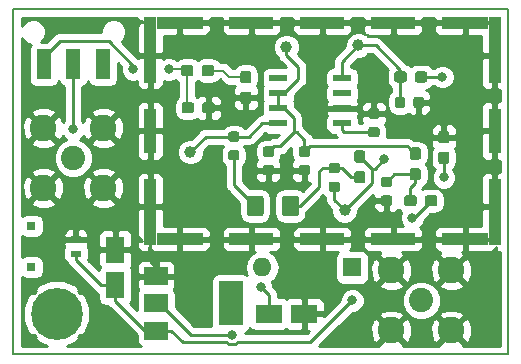
<source format=gbr>
%TF.GenerationSoftware,KiCad,Pcbnew,(5.0.1-3-g963ef8bb5)*%
%TF.CreationDate,2019-01-13T00:49:13+02:00*%
%TF.ProjectId,8307,383330372E6B696361645F7063620000,1.0*%
%TF.SameCoordinates,Original*%
%TF.FileFunction,Copper,L1,Top,Signal*%
%TF.FilePolarity,Positive*%
%FSLAX46Y46*%
G04 Gerber Fmt 4.6, Leading zero omitted, Abs format (unit mm)*
G04 Created by KiCad (PCBNEW (5.0.1-3-g963ef8bb5)) date Duminică, 13 Ianuarie 2019, 00:49:13*
%MOMM*%
%LPD*%
G01*
G04 APERTURE LIST*
%ADD10C,0.150000*%
%ADD11C,0.875000*%
%ADD12C,1.000000*%
%ADD13C,0.950000*%
%ADD14R,0.850000X0.600000*%
%ADD15R,0.800000X0.700000*%
%ADD16R,1.000000X4.550000*%
%ADD17R,1.000000X3.800000*%
%ADD18R,3.980000X1.000000*%
%ADD19R,3.800000X1.000000*%
%ADD20R,1.000000X1.000000*%
%ADD21C,2.050000*%
%ADD22C,2.250000*%
%ADD23R,2.200000X1.600000*%
%ADD24R,1.600000X2.200000*%
%ADD25R,1.600000X1.600000*%
%ADD26O,1.600000X1.600000*%
%ADD27R,1.250000X2.500000*%
%ADD28C,1.425000*%
%ADD29R,2.000000X3.800000*%
%ADD30R,2.000000X1.500000*%
%ADD31R,1.550000X0.600000*%
%ADD32C,0.700000*%
%ADD33C,4.400000*%
%ADD34C,0.800000*%
%ADD35C,0.250000*%
%ADD36C,0.200000*%
%ADD37C,0.254000*%
G04 APERTURE END LIST*
D10*
X21590000Y-72390000D02*
X21590000Y-43180000D01*
X63500000Y-72390000D02*
X21590000Y-72390000D01*
X63500000Y-43180000D02*
X63500000Y-72390000D01*
X21590000Y-43180000D02*
X63500000Y-43180000D01*
G36*
X49045691Y-57755053D02*
X49066926Y-57758203D01*
X49087750Y-57763419D01*
X49107962Y-57770651D01*
X49127368Y-57779830D01*
X49145781Y-57790866D01*
X49163024Y-57803654D01*
X49178930Y-57818070D01*
X49193346Y-57833976D01*
X49206134Y-57851219D01*
X49217170Y-57869632D01*
X49226349Y-57889038D01*
X49233581Y-57909250D01*
X49238797Y-57930074D01*
X49241947Y-57951309D01*
X49243000Y-57972750D01*
X49243000Y-58410250D01*
X49241947Y-58431691D01*
X49238797Y-58452926D01*
X49233581Y-58473750D01*
X49226349Y-58493962D01*
X49217170Y-58513368D01*
X49206134Y-58531781D01*
X49193346Y-58549024D01*
X49178930Y-58564930D01*
X49163024Y-58579346D01*
X49145781Y-58592134D01*
X49127368Y-58603170D01*
X49107962Y-58612349D01*
X49087750Y-58619581D01*
X49066926Y-58624797D01*
X49045691Y-58627947D01*
X49024250Y-58629000D01*
X48511750Y-58629000D01*
X48490309Y-58627947D01*
X48469074Y-58624797D01*
X48448250Y-58619581D01*
X48428038Y-58612349D01*
X48408632Y-58603170D01*
X48390219Y-58592134D01*
X48372976Y-58579346D01*
X48357070Y-58564930D01*
X48342654Y-58549024D01*
X48329866Y-58531781D01*
X48318830Y-58513368D01*
X48309651Y-58493962D01*
X48302419Y-58473750D01*
X48297203Y-58452926D01*
X48294053Y-58431691D01*
X48293000Y-58410250D01*
X48293000Y-57972750D01*
X48294053Y-57951309D01*
X48297203Y-57930074D01*
X48302419Y-57909250D01*
X48309651Y-57889038D01*
X48318830Y-57869632D01*
X48329866Y-57851219D01*
X48342654Y-57833976D01*
X48357070Y-57818070D01*
X48372976Y-57803654D01*
X48390219Y-57790866D01*
X48408632Y-57779830D01*
X48428038Y-57770651D01*
X48448250Y-57763419D01*
X48469074Y-57758203D01*
X48490309Y-57755053D01*
X48511750Y-57754000D01*
X49024250Y-57754000D01*
X49045691Y-57755053D01*
X49045691Y-57755053D01*
G37*
D11*
X48768000Y-58191500D03*
D10*
G36*
X49045691Y-56180053D02*
X49066926Y-56183203D01*
X49087750Y-56188419D01*
X49107962Y-56195651D01*
X49127368Y-56204830D01*
X49145781Y-56215866D01*
X49163024Y-56228654D01*
X49178930Y-56243070D01*
X49193346Y-56258976D01*
X49206134Y-56276219D01*
X49217170Y-56294632D01*
X49226349Y-56314038D01*
X49233581Y-56334250D01*
X49238797Y-56355074D01*
X49241947Y-56376309D01*
X49243000Y-56397750D01*
X49243000Y-56835250D01*
X49241947Y-56856691D01*
X49238797Y-56877926D01*
X49233581Y-56898750D01*
X49226349Y-56918962D01*
X49217170Y-56938368D01*
X49206134Y-56956781D01*
X49193346Y-56974024D01*
X49178930Y-56989930D01*
X49163024Y-57004346D01*
X49145781Y-57017134D01*
X49127368Y-57028170D01*
X49107962Y-57037349D01*
X49087750Y-57044581D01*
X49066926Y-57049797D01*
X49045691Y-57052947D01*
X49024250Y-57054000D01*
X48511750Y-57054000D01*
X48490309Y-57052947D01*
X48469074Y-57049797D01*
X48448250Y-57044581D01*
X48428038Y-57037349D01*
X48408632Y-57028170D01*
X48390219Y-57017134D01*
X48372976Y-57004346D01*
X48357070Y-56989930D01*
X48342654Y-56974024D01*
X48329866Y-56956781D01*
X48318830Y-56938368D01*
X48309651Y-56918962D01*
X48302419Y-56898750D01*
X48297203Y-56877926D01*
X48294053Y-56856691D01*
X48293000Y-56835250D01*
X48293000Y-56397750D01*
X48294053Y-56376309D01*
X48297203Y-56355074D01*
X48302419Y-56334250D01*
X48309651Y-56314038D01*
X48318830Y-56294632D01*
X48329866Y-56276219D01*
X48342654Y-56258976D01*
X48357070Y-56243070D01*
X48372976Y-56228654D01*
X48390219Y-56215866D01*
X48408632Y-56204830D01*
X48428038Y-56195651D01*
X48448250Y-56188419D01*
X48469074Y-56183203D01*
X48490309Y-56180053D01*
X48511750Y-56179000D01*
X49024250Y-56179000D01*
X49045691Y-56180053D01*
X49045691Y-56180053D01*
G37*
D11*
X48768000Y-56616500D03*
D10*
G36*
X43457691Y-56358053D02*
X43478926Y-56361203D01*
X43499750Y-56366419D01*
X43519962Y-56373651D01*
X43539368Y-56382830D01*
X43557781Y-56393866D01*
X43575024Y-56406654D01*
X43590930Y-56421070D01*
X43605346Y-56436976D01*
X43618134Y-56454219D01*
X43629170Y-56472632D01*
X43638349Y-56492038D01*
X43645581Y-56512250D01*
X43650797Y-56533074D01*
X43653947Y-56554309D01*
X43655000Y-56575750D01*
X43655000Y-57013250D01*
X43653947Y-57034691D01*
X43650797Y-57055926D01*
X43645581Y-57076750D01*
X43638349Y-57096962D01*
X43629170Y-57116368D01*
X43618134Y-57134781D01*
X43605346Y-57152024D01*
X43590930Y-57167930D01*
X43575024Y-57182346D01*
X43557781Y-57195134D01*
X43539368Y-57206170D01*
X43519962Y-57215349D01*
X43499750Y-57222581D01*
X43478926Y-57227797D01*
X43457691Y-57230947D01*
X43436250Y-57232000D01*
X42923750Y-57232000D01*
X42902309Y-57230947D01*
X42881074Y-57227797D01*
X42860250Y-57222581D01*
X42840038Y-57215349D01*
X42820632Y-57206170D01*
X42802219Y-57195134D01*
X42784976Y-57182346D01*
X42769070Y-57167930D01*
X42754654Y-57152024D01*
X42741866Y-57134781D01*
X42730830Y-57116368D01*
X42721651Y-57096962D01*
X42714419Y-57076750D01*
X42709203Y-57055926D01*
X42706053Y-57034691D01*
X42705000Y-57013250D01*
X42705000Y-56575750D01*
X42706053Y-56554309D01*
X42709203Y-56533074D01*
X42714419Y-56512250D01*
X42721651Y-56492038D01*
X42730830Y-56472632D01*
X42741866Y-56454219D01*
X42754654Y-56436976D01*
X42769070Y-56421070D01*
X42784976Y-56406654D01*
X42802219Y-56393866D01*
X42820632Y-56382830D01*
X42840038Y-56373651D01*
X42860250Y-56366419D01*
X42881074Y-56361203D01*
X42902309Y-56358053D01*
X42923750Y-56357000D01*
X43436250Y-56357000D01*
X43457691Y-56358053D01*
X43457691Y-56358053D01*
G37*
D11*
X43180000Y-56794500D03*
D10*
G36*
X43457691Y-54783053D02*
X43478926Y-54786203D01*
X43499750Y-54791419D01*
X43519962Y-54798651D01*
X43539368Y-54807830D01*
X43557781Y-54818866D01*
X43575024Y-54831654D01*
X43590930Y-54846070D01*
X43605346Y-54861976D01*
X43618134Y-54879219D01*
X43629170Y-54897632D01*
X43638349Y-54917038D01*
X43645581Y-54937250D01*
X43650797Y-54958074D01*
X43653947Y-54979309D01*
X43655000Y-55000750D01*
X43655000Y-55438250D01*
X43653947Y-55459691D01*
X43650797Y-55480926D01*
X43645581Y-55501750D01*
X43638349Y-55521962D01*
X43629170Y-55541368D01*
X43618134Y-55559781D01*
X43605346Y-55577024D01*
X43590930Y-55592930D01*
X43575024Y-55607346D01*
X43557781Y-55620134D01*
X43539368Y-55631170D01*
X43519962Y-55640349D01*
X43499750Y-55647581D01*
X43478926Y-55652797D01*
X43457691Y-55655947D01*
X43436250Y-55657000D01*
X42923750Y-55657000D01*
X42902309Y-55655947D01*
X42881074Y-55652797D01*
X42860250Y-55647581D01*
X42840038Y-55640349D01*
X42820632Y-55631170D01*
X42802219Y-55620134D01*
X42784976Y-55607346D01*
X42769070Y-55592930D01*
X42754654Y-55577024D01*
X42741866Y-55559781D01*
X42730830Y-55541368D01*
X42721651Y-55521962D01*
X42714419Y-55501750D01*
X42709203Y-55480926D01*
X42706053Y-55459691D01*
X42705000Y-55438250D01*
X42705000Y-55000750D01*
X42706053Y-54979309D01*
X42709203Y-54958074D01*
X42714419Y-54937250D01*
X42721651Y-54917038D01*
X42730830Y-54897632D01*
X42741866Y-54879219D01*
X42754654Y-54861976D01*
X42769070Y-54846070D01*
X42784976Y-54831654D01*
X42802219Y-54818866D01*
X42820632Y-54807830D01*
X42840038Y-54798651D01*
X42860250Y-54791419D01*
X42881074Y-54786203D01*
X42902309Y-54783053D01*
X42923750Y-54782000D01*
X43436250Y-54782000D01*
X43457691Y-54783053D01*
X43457691Y-54783053D01*
G37*
D11*
X43180000Y-55219500D03*
D10*
G36*
X40536691Y-55088053D02*
X40557926Y-55091203D01*
X40578750Y-55096419D01*
X40598962Y-55103651D01*
X40618368Y-55112830D01*
X40636781Y-55123866D01*
X40654024Y-55136654D01*
X40669930Y-55151070D01*
X40684346Y-55166976D01*
X40697134Y-55184219D01*
X40708170Y-55202632D01*
X40717349Y-55222038D01*
X40724581Y-55242250D01*
X40729797Y-55263074D01*
X40732947Y-55284309D01*
X40734000Y-55305750D01*
X40734000Y-55743250D01*
X40732947Y-55764691D01*
X40729797Y-55785926D01*
X40724581Y-55806750D01*
X40717349Y-55826962D01*
X40708170Y-55846368D01*
X40697134Y-55864781D01*
X40684346Y-55882024D01*
X40669930Y-55897930D01*
X40654024Y-55912346D01*
X40636781Y-55925134D01*
X40618368Y-55936170D01*
X40598962Y-55945349D01*
X40578750Y-55952581D01*
X40557926Y-55957797D01*
X40536691Y-55960947D01*
X40515250Y-55962000D01*
X40002750Y-55962000D01*
X39981309Y-55960947D01*
X39960074Y-55957797D01*
X39939250Y-55952581D01*
X39919038Y-55945349D01*
X39899632Y-55936170D01*
X39881219Y-55925134D01*
X39863976Y-55912346D01*
X39848070Y-55897930D01*
X39833654Y-55882024D01*
X39820866Y-55864781D01*
X39809830Y-55846368D01*
X39800651Y-55826962D01*
X39793419Y-55806750D01*
X39788203Y-55785926D01*
X39785053Y-55764691D01*
X39784000Y-55743250D01*
X39784000Y-55305750D01*
X39785053Y-55284309D01*
X39788203Y-55263074D01*
X39793419Y-55242250D01*
X39800651Y-55222038D01*
X39809830Y-55202632D01*
X39820866Y-55184219D01*
X39833654Y-55166976D01*
X39848070Y-55151070D01*
X39863976Y-55136654D01*
X39881219Y-55123866D01*
X39899632Y-55112830D01*
X39919038Y-55103651D01*
X39939250Y-55096419D01*
X39960074Y-55091203D01*
X39981309Y-55088053D01*
X40002750Y-55087000D01*
X40515250Y-55087000D01*
X40536691Y-55088053D01*
X40536691Y-55088053D01*
G37*
D11*
X40259000Y-55524500D03*
D10*
G36*
X40536691Y-53513053D02*
X40557926Y-53516203D01*
X40578750Y-53521419D01*
X40598962Y-53528651D01*
X40618368Y-53537830D01*
X40636781Y-53548866D01*
X40654024Y-53561654D01*
X40669930Y-53576070D01*
X40684346Y-53591976D01*
X40697134Y-53609219D01*
X40708170Y-53627632D01*
X40717349Y-53647038D01*
X40724581Y-53667250D01*
X40729797Y-53688074D01*
X40732947Y-53709309D01*
X40734000Y-53730750D01*
X40734000Y-54168250D01*
X40732947Y-54189691D01*
X40729797Y-54210926D01*
X40724581Y-54231750D01*
X40717349Y-54251962D01*
X40708170Y-54271368D01*
X40697134Y-54289781D01*
X40684346Y-54307024D01*
X40669930Y-54322930D01*
X40654024Y-54337346D01*
X40636781Y-54350134D01*
X40618368Y-54361170D01*
X40598962Y-54370349D01*
X40578750Y-54377581D01*
X40557926Y-54382797D01*
X40536691Y-54385947D01*
X40515250Y-54387000D01*
X40002750Y-54387000D01*
X39981309Y-54385947D01*
X39960074Y-54382797D01*
X39939250Y-54377581D01*
X39919038Y-54370349D01*
X39899632Y-54361170D01*
X39881219Y-54350134D01*
X39863976Y-54337346D01*
X39848070Y-54322930D01*
X39833654Y-54307024D01*
X39820866Y-54289781D01*
X39809830Y-54271368D01*
X39800651Y-54251962D01*
X39793419Y-54231750D01*
X39788203Y-54210926D01*
X39785053Y-54189691D01*
X39784000Y-54168250D01*
X39784000Y-53730750D01*
X39785053Y-53709309D01*
X39788203Y-53688074D01*
X39793419Y-53667250D01*
X39800651Y-53647038D01*
X39809830Y-53627632D01*
X39820866Y-53609219D01*
X39833654Y-53591976D01*
X39848070Y-53576070D01*
X39863976Y-53561654D01*
X39881219Y-53548866D01*
X39899632Y-53537830D01*
X39919038Y-53528651D01*
X39939250Y-53521419D01*
X39960074Y-53516203D01*
X39981309Y-53513053D01*
X40002750Y-53512000D01*
X40515250Y-53512000D01*
X40536691Y-53513053D01*
X40536691Y-53513053D01*
G37*
D11*
X40259000Y-53949500D03*
D10*
G36*
X56145691Y-50580053D02*
X56166926Y-50583203D01*
X56187750Y-50588419D01*
X56207962Y-50595651D01*
X56227368Y-50604830D01*
X56245781Y-50615866D01*
X56263024Y-50628654D01*
X56278930Y-50643070D01*
X56293346Y-50658976D01*
X56306134Y-50676219D01*
X56317170Y-50694632D01*
X56326349Y-50714038D01*
X56333581Y-50734250D01*
X56338797Y-50755074D01*
X56341947Y-50776309D01*
X56343000Y-50797750D01*
X56343000Y-51310250D01*
X56341947Y-51331691D01*
X56338797Y-51352926D01*
X56333581Y-51373750D01*
X56326349Y-51393962D01*
X56317170Y-51413368D01*
X56306134Y-51431781D01*
X56293346Y-51449024D01*
X56278930Y-51464930D01*
X56263024Y-51479346D01*
X56245781Y-51492134D01*
X56227368Y-51503170D01*
X56207962Y-51512349D01*
X56187750Y-51519581D01*
X56166926Y-51524797D01*
X56145691Y-51527947D01*
X56124250Y-51529000D01*
X55686750Y-51529000D01*
X55665309Y-51527947D01*
X55644074Y-51524797D01*
X55623250Y-51519581D01*
X55603038Y-51512349D01*
X55583632Y-51503170D01*
X55565219Y-51492134D01*
X55547976Y-51479346D01*
X55532070Y-51464930D01*
X55517654Y-51449024D01*
X55504866Y-51431781D01*
X55493830Y-51413368D01*
X55484651Y-51393962D01*
X55477419Y-51373750D01*
X55472203Y-51352926D01*
X55469053Y-51331691D01*
X55468000Y-51310250D01*
X55468000Y-50797750D01*
X55469053Y-50776309D01*
X55472203Y-50755074D01*
X55477419Y-50734250D01*
X55484651Y-50714038D01*
X55493830Y-50694632D01*
X55504866Y-50676219D01*
X55517654Y-50658976D01*
X55532070Y-50643070D01*
X55547976Y-50628654D01*
X55565219Y-50615866D01*
X55583632Y-50604830D01*
X55603038Y-50595651D01*
X55623250Y-50588419D01*
X55644074Y-50583203D01*
X55665309Y-50580053D01*
X55686750Y-50579000D01*
X56124250Y-50579000D01*
X56145691Y-50580053D01*
X56145691Y-50580053D01*
G37*
D11*
X55905500Y-51054000D03*
D10*
G36*
X54570691Y-50580053D02*
X54591926Y-50583203D01*
X54612750Y-50588419D01*
X54632962Y-50595651D01*
X54652368Y-50604830D01*
X54670781Y-50615866D01*
X54688024Y-50628654D01*
X54703930Y-50643070D01*
X54718346Y-50658976D01*
X54731134Y-50676219D01*
X54742170Y-50694632D01*
X54751349Y-50714038D01*
X54758581Y-50734250D01*
X54763797Y-50755074D01*
X54766947Y-50776309D01*
X54768000Y-50797750D01*
X54768000Y-51310250D01*
X54766947Y-51331691D01*
X54763797Y-51352926D01*
X54758581Y-51373750D01*
X54751349Y-51393962D01*
X54742170Y-51413368D01*
X54731134Y-51431781D01*
X54718346Y-51449024D01*
X54703930Y-51464930D01*
X54688024Y-51479346D01*
X54670781Y-51492134D01*
X54652368Y-51503170D01*
X54632962Y-51512349D01*
X54612750Y-51519581D01*
X54591926Y-51524797D01*
X54570691Y-51527947D01*
X54549250Y-51529000D01*
X54111750Y-51529000D01*
X54090309Y-51527947D01*
X54069074Y-51524797D01*
X54048250Y-51519581D01*
X54028038Y-51512349D01*
X54008632Y-51503170D01*
X53990219Y-51492134D01*
X53972976Y-51479346D01*
X53957070Y-51464930D01*
X53942654Y-51449024D01*
X53929866Y-51431781D01*
X53918830Y-51413368D01*
X53909651Y-51393962D01*
X53902419Y-51373750D01*
X53897203Y-51352926D01*
X53894053Y-51331691D01*
X53893000Y-51310250D01*
X53893000Y-50797750D01*
X53894053Y-50776309D01*
X53897203Y-50755074D01*
X53902419Y-50734250D01*
X53909651Y-50714038D01*
X53918830Y-50694632D01*
X53929866Y-50676219D01*
X53942654Y-50658976D01*
X53957070Y-50643070D01*
X53972976Y-50628654D01*
X53990219Y-50615866D01*
X54008632Y-50604830D01*
X54028038Y-50595651D01*
X54048250Y-50588419D01*
X54069074Y-50583203D01*
X54090309Y-50580053D01*
X54111750Y-50579000D01*
X54549250Y-50579000D01*
X54570691Y-50580053D01*
X54570691Y-50580053D01*
G37*
D11*
X54330500Y-51054000D03*
D12*
X44704000Y-46355000D03*
X50800000Y-46228000D03*
X36576000Y-55245000D03*
X49657000Y-60198000D03*
D10*
G36*
X54680779Y-48421144D02*
X54703834Y-48424563D01*
X54726443Y-48430227D01*
X54748387Y-48438079D01*
X54769457Y-48448044D01*
X54789448Y-48460026D01*
X54808168Y-48473910D01*
X54825438Y-48489562D01*
X54841090Y-48506832D01*
X54854974Y-48525552D01*
X54866956Y-48545543D01*
X54876921Y-48566613D01*
X54884773Y-48588557D01*
X54890437Y-48611166D01*
X54893856Y-48634221D01*
X54895000Y-48657500D01*
X54895000Y-49132500D01*
X54893856Y-49155779D01*
X54890437Y-49178834D01*
X54884773Y-49201443D01*
X54876921Y-49223387D01*
X54866956Y-49244457D01*
X54854974Y-49264448D01*
X54841090Y-49283168D01*
X54825438Y-49300438D01*
X54808168Y-49316090D01*
X54789448Y-49329974D01*
X54769457Y-49341956D01*
X54748387Y-49351921D01*
X54726443Y-49359773D01*
X54703834Y-49365437D01*
X54680779Y-49368856D01*
X54657500Y-49370000D01*
X54082500Y-49370000D01*
X54059221Y-49368856D01*
X54036166Y-49365437D01*
X54013557Y-49359773D01*
X53991613Y-49351921D01*
X53970543Y-49341956D01*
X53950552Y-49329974D01*
X53931832Y-49316090D01*
X53914562Y-49300438D01*
X53898910Y-49283168D01*
X53885026Y-49264448D01*
X53873044Y-49244457D01*
X53863079Y-49223387D01*
X53855227Y-49201443D01*
X53849563Y-49178834D01*
X53846144Y-49155779D01*
X53845000Y-49132500D01*
X53845000Y-48657500D01*
X53846144Y-48634221D01*
X53849563Y-48611166D01*
X53855227Y-48588557D01*
X53863079Y-48566613D01*
X53873044Y-48545543D01*
X53885026Y-48525552D01*
X53898910Y-48506832D01*
X53914562Y-48489562D01*
X53931832Y-48473910D01*
X53950552Y-48460026D01*
X53970543Y-48448044D01*
X53991613Y-48438079D01*
X54013557Y-48430227D01*
X54036166Y-48424563D01*
X54059221Y-48421144D01*
X54082500Y-48420000D01*
X54657500Y-48420000D01*
X54680779Y-48421144D01*
X54680779Y-48421144D01*
G37*
D13*
X54370000Y-48895000D03*
D10*
G36*
X56430779Y-48421144D02*
X56453834Y-48424563D01*
X56476443Y-48430227D01*
X56498387Y-48438079D01*
X56519457Y-48448044D01*
X56539448Y-48460026D01*
X56558168Y-48473910D01*
X56575438Y-48489562D01*
X56591090Y-48506832D01*
X56604974Y-48525552D01*
X56616956Y-48545543D01*
X56626921Y-48566613D01*
X56634773Y-48588557D01*
X56640437Y-48611166D01*
X56643856Y-48634221D01*
X56645000Y-48657500D01*
X56645000Y-49132500D01*
X56643856Y-49155779D01*
X56640437Y-49178834D01*
X56634773Y-49201443D01*
X56626921Y-49223387D01*
X56616956Y-49244457D01*
X56604974Y-49264448D01*
X56591090Y-49283168D01*
X56575438Y-49300438D01*
X56558168Y-49316090D01*
X56539448Y-49329974D01*
X56519457Y-49341956D01*
X56498387Y-49351921D01*
X56476443Y-49359773D01*
X56453834Y-49365437D01*
X56430779Y-49368856D01*
X56407500Y-49370000D01*
X55832500Y-49370000D01*
X55809221Y-49368856D01*
X55786166Y-49365437D01*
X55763557Y-49359773D01*
X55741613Y-49351921D01*
X55720543Y-49341956D01*
X55700552Y-49329974D01*
X55681832Y-49316090D01*
X55664562Y-49300438D01*
X55648910Y-49283168D01*
X55635026Y-49264448D01*
X55623044Y-49244457D01*
X55613079Y-49223387D01*
X55605227Y-49201443D01*
X55599563Y-49178834D01*
X55596144Y-49155779D01*
X55595000Y-49132500D01*
X55595000Y-48657500D01*
X55596144Y-48634221D01*
X55599563Y-48611166D01*
X55605227Y-48588557D01*
X55613079Y-48566613D01*
X55623044Y-48545543D01*
X55635026Y-48525552D01*
X55648910Y-48506832D01*
X55664562Y-48489562D01*
X55681832Y-48473910D01*
X55700552Y-48460026D01*
X55720543Y-48448044D01*
X55741613Y-48438079D01*
X55763557Y-48430227D01*
X55786166Y-48424563D01*
X55809221Y-48421144D01*
X55832500Y-48420000D01*
X56407500Y-48420000D01*
X56430779Y-48421144D01*
X56430779Y-48421144D01*
G37*
D13*
X56120000Y-48895000D03*
D10*
G36*
X55518979Y-58911344D02*
X55542034Y-58914763D01*
X55564643Y-58920427D01*
X55586587Y-58928279D01*
X55607657Y-58938244D01*
X55627648Y-58950226D01*
X55646368Y-58964110D01*
X55663638Y-58979762D01*
X55679290Y-58997032D01*
X55693174Y-59015752D01*
X55705156Y-59035743D01*
X55715121Y-59056813D01*
X55722973Y-59078757D01*
X55728637Y-59101366D01*
X55732056Y-59124421D01*
X55733200Y-59147700D01*
X55733200Y-59622700D01*
X55732056Y-59645979D01*
X55728637Y-59669034D01*
X55722973Y-59691643D01*
X55715121Y-59713587D01*
X55705156Y-59734657D01*
X55693174Y-59754648D01*
X55679290Y-59773368D01*
X55663638Y-59790638D01*
X55646368Y-59806290D01*
X55627648Y-59820174D01*
X55607657Y-59832156D01*
X55586587Y-59842121D01*
X55564643Y-59849973D01*
X55542034Y-59855637D01*
X55518979Y-59859056D01*
X55495700Y-59860200D01*
X54920700Y-59860200D01*
X54897421Y-59859056D01*
X54874366Y-59855637D01*
X54851757Y-59849973D01*
X54829813Y-59842121D01*
X54808743Y-59832156D01*
X54788752Y-59820174D01*
X54770032Y-59806290D01*
X54752762Y-59790638D01*
X54737110Y-59773368D01*
X54723226Y-59754648D01*
X54711244Y-59734657D01*
X54701279Y-59713587D01*
X54693427Y-59691643D01*
X54687763Y-59669034D01*
X54684344Y-59645979D01*
X54683200Y-59622700D01*
X54683200Y-59147700D01*
X54684344Y-59124421D01*
X54687763Y-59101366D01*
X54693427Y-59078757D01*
X54701279Y-59056813D01*
X54711244Y-59035743D01*
X54723226Y-59015752D01*
X54737110Y-58997032D01*
X54752762Y-58979762D01*
X54770032Y-58964110D01*
X54788752Y-58950226D01*
X54808743Y-58938244D01*
X54829813Y-58928279D01*
X54851757Y-58920427D01*
X54874366Y-58914763D01*
X54897421Y-58911344D01*
X54920700Y-58910200D01*
X55495700Y-58910200D01*
X55518979Y-58911344D01*
X55518979Y-58911344D01*
G37*
D13*
X55208200Y-59385200D03*
D10*
G36*
X57268979Y-58911344D02*
X57292034Y-58914763D01*
X57314643Y-58920427D01*
X57336587Y-58928279D01*
X57357657Y-58938244D01*
X57377648Y-58950226D01*
X57396368Y-58964110D01*
X57413638Y-58979762D01*
X57429290Y-58997032D01*
X57443174Y-59015752D01*
X57455156Y-59035743D01*
X57465121Y-59056813D01*
X57472973Y-59078757D01*
X57478637Y-59101366D01*
X57482056Y-59124421D01*
X57483200Y-59147700D01*
X57483200Y-59622700D01*
X57482056Y-59645979D01*
X57478637Y-59669034D01*
X57472973Y-59691643D01*
X57465121Y-59713587D01*
X57455156Y-59734657D01*
X57443174Y-59754648D01*
X57429290Y-59773368D01*
X57413638Y-59790638D01*
X57396368Y-59806290D01*
X57377648Y-59820174D01*
X57357657Y-59832156D01*
X57336587Y-59842121D01*
X57314643Y-59849973D01*
X57292034Y-59855637D01*
X57268979Y-59859056D01*
X57245700Y-59860200D01*
X56670700Y-59860200D01*
X56647421Y-59859056D01*
X56624366Y-59855637D01*
X56601757Y-59849973D01*
X56579813Y-59842121D01*
X56558743Y-59832156D01*
X56538752Y-59820174D01*
X56520032Y-59806290D01*
X56502762Y-59790638D01*
X56487110Y-59773368D01*
X56473226Y-59754648D01*
X56461244Y-59734657D01*
X56451279Y-59713587D01*
X56443427Y-59691643D01*
X56437763Y-59669034D01*
X56434344Y-59645979D01*
X56433200Y-59622700D01*
X56433200Y-59147700D01*
X56434344Y-59124421D01*
X56437763Y-59101366D01*
X56443427Y-59078757D01*
X56451279Y-59056813D01*
X56461244Y-59035743D01*
X56473226Y-59015752D01*
X56487110Y-58997032D01*
X56502762Y-58979762D01*
X56520032Y-58964110D01*
X56538752Y-58950226D01*
X56558743Y-58938244D01*
X56579813Y-58928279D01*
X56601757Y-58920427D01*
X56624366Y-58914763D01*
X56647421Y-58911344D01*
X56670700Y-58910200D01*
X57245700Y-58910200D01*
X57268979Y-58911344D01*
X57268979Y-58911344D01*
G37*
D13*
X56958200Y-59385200D03*
D10*
G36*
X55886779Y-54862144D02*
X55909834Y-54865563D01*
X55932443Y-54871227D01*
X55954387Y-54879079D01*
X55975457Y-54889044D01*
X55995448Y-54901026D01*
X56014168Y-54914910D01*
X56031438Y-54930562D01*
X56047090Y-54947832D01*
X56060974Y-54966552D01*
X56072956Y-54986543D01*
X56082921Y-55007613D01*
X56090773Y-55029557D01*
X56096437Y-55052166D01*
X56099856Y-55075221D01*
X56101000Y-55098500D01*
X56101000Y-55673500D01*
X56099856Y-55696779D01*
X56096437Y-55719834D01*
X56090773Y-55742443D01*
X56082921Y-55764387D01*
X56072956Y-55785457D01*
X56060974Y-55805448D01*
X56047090Y-55824168D01*
X56031438Y-55841438D01*
X56014168Y-55857090D01*
X55995448Y-55870974D01*
X55975457Y-55882956D01*
X55954387Y-55892921D01*
X55932443Y-55900773D01*
X55909834Y-55906437D01*
X55886779Y-55909856D01*
X55863500Y-55911000D01*
X55388500Y-55911000D01*
X55365221Y-55909856D01*
X55342166Y-55906437D01*
X55319557Y-55900773D01*
X55297613Y-55892921D01*
X55276543Y-55882956D01*
X55256552Y-55870974D01*
X55237832Y-55857090D01*
X55220562Y-55841438D01*
X55204910Y-55824168D01*
X55191026Y-55805448D01*
X55179044Y-55785457D01*
X55169079Y-55764387D01*
X55161227Y-55742443D01*
X55155563Y-55719834D01*
X55152144Y-55696779D01*
X55151000Y-55673500D01*
X55151000Y-55098500D01*
X55152144Y-55075221D01*
X55155563Y-55052166D01*
X55161227Y-55029557D01*
X55169079Y-55007613D01*
X55179044Y-54986543D01*
X55191026Y-54966552D01*
X55204910Y-54947832D01*
X55220562Y-54930562D01*
X55237832Y-54914910D01*
X55256552Y-54901026D01*
X55276543Y-54889044D01*
X55297613Y-54879079D01*
X55319557Y-54871227D01*
X55342166Y-54865563D01*
X55365221Y-54862144D01*
X55388500Y-54861000D01*
X55863500Y-54861000D01*
X55886779Y-54862144D01*
X55886779Y-54862144D01*
G37*
D13*
X55626000Y-55386000D03*
D10*
G36*
X55886779Y-56612144D02*
X55909834Y-56615563D01*
X55932443Y-56621227D01*
X55954387Y-56629079D01*
X55975457Y-56639044D01*
X55995448Y-56651026D01*
X56014168Y-56664910D01*
X56031438Y-56680562D01*
X56047090Y-56697832D01*
X56060974Y-56716552D01*
X56072956Y-56736543D01*
X56082921Y-56757613D01*
X56090773Y-56779557D01*
X56096437Y-56802166D01*
X56099856Y-56825221D01*
X56101000Y-56848500D01*
X56101000Y-57423500D01*
X56099856Y-57446779D01*
X56096437Y-57469834D01*
X56090773Y-57492443D01*
X56082921Y-57514387D01*
X56072956Y-57535457D01*
X56060974Y-57555448D01*
X56047090Y-57574168D01*
X56031438Y-57591438D01*
X56014168Y-57607090D01*
X55995448Y-57620974D01*
X55975457Y-57632956D01*
X55954387Y-57642921D01*
X55932443Y-57650773D01*
X55909834Y-57656437D01*
X55886779Y-57659856D01*
X55863500Y-57661000D01*
X55388500Y-57661000D01*
X55365221Y-57659856D01*
X55342166Y-57656437D01*
X55319557Y-57650773D01*
X55297613Y-57642921D01*
X55276543Y-57632956D01*
X55256552Y-57620974D01*
X55237832Y-57607090D01*
X55220562Y-57591438D01*
X55204910Y-57574168D01*
X55191026Y-57555448D01*
X55179044Y-57535457D01*
X55169079Y-57514387D01*
X55161227Y-57492443D01*
X55155563Y-57469834D01*
X55152144Y-57446779D01*
X55151000Y-57423500D01*
X55151000Y-56848500D01*
X55152144Y-56825221D01*
X55155563Y-56802166D01*
X55161227Y-56779557D01*
X55169079Y-56757613D01*
X55179044Y-56736543D01*
X55191026Y-56716552D01*
X55204910Y-56697832D01*
X55220562Y-56680562D01*
X55237832Y-56664910D01*
X55256552Y-56651026D01*
X55276543Y-56639044D01*
X55297613Y-56629079D01*
X55319557Y-56621227D01*
X55342166Y-56615563D01*
X55365221Y-56612144D01*
X55388500Y-56611000D01*
X55863500Y-56611000D01*
X55886779Y-56612144D01*
X55886779Y-56612144D01*
G37*
D13*
X55626000Y-57136000D03*
D10*
G36*
X51187779Y-56866144D02*
X51210834Y-56869563D01*
X51233443Y-56875227D01*
X51255387Y-56883079D01*
X51276457Y-56893044D01*
X51296448Y-56905026D01*
X51315168Y-56918910D01*
X51332438Y-56934562D01*
X51348090Y-56951832D01*
X51361974Y-56970552D01*
X51373956Y-56990543D01*
X51383921Y-57011613D01*
X51391773Y-57033557D01*
X51397437Y-57056166D01*
X51400856Y-57079221D01*
X51402000Y-57102500D01*
X51402000Y-57677500D01*
X51400856Y-57700779D01*
X51397437Y-57723834D01*
X51391773Y-57746443D01*
X51383921Y-57768387D01*
X51373956Y-57789457D01*
X51361974Y-57809448D01*
X51348090Y-57828168D01*
X51332438Y-57845438D01*
X51315168Y-57861090D01*
X51296448Y-57874974D01*
X51276457Y-57886956D01*
X51255387Y-57896921D01*
X51233443Y-57904773D01*
X51210834Y-57910437D01*
X51187779Y-57913856D01*
X51164500Y-57915000D01*
X50689500Y-57915000D01*
X50666221Y-57913856D01*
X50643166Y-57910437D01*
X50620557Y-57904773D01*
X50598613Y-57896921D01*
X50577543Y-57886956D01*
X50557552Y-57874974D01*
X50538832Y-57861090D01*
X50521562Y-57845438D01*
X50505910Y-57828168D01*
X50492026Y-57809448D01*
X50480044Y-57789457D01*
X50470079Y-57768387D01*
X50462227Y-57746443D01*
X50456563Y-57723834D01*
X50453144Y-57700779D01*
X50452000Y-57677500D01*
X50452000Y-57102500D01*
X50453144Y-57079221D01*
X50456563Y-57056166D01*
X50462227Y-57033557D01*
X50470079Y-57011613D01*
X50480044Y-56990543D01*
X50492026Y-56970552D01*
X50505910Y-56951832D01*
X50521562Y-56934562D01*
X50538832Y-56918910D01*
X50557552Y-56905026D01*
X50577543Y-56893044D01*
X50598613Y-56883079D01*
X50620557Y-56875227D01*
X50643166Y-56869563D01*
X50666221Y-56866144D01*
X50689500Y-56865000D01*
X51164500Y-56865000D01*
X51187779Y-56866144D01*
X51187779Y-56866144D01*
G37*
D13*
X50927000Y-57390000D03*
D10*
G36*
X51187779Y-55116144D02*
X51210834Y-55119563D01*
X51233443Y-55125227D01*
X51255387Y-55133079D01*
X51276457Y-55143044D01*
X51296448Y-55155026D01*
X51315168Y-55168910D01*
X51332438Y-55184562D01*
X51348090Y-55201832D01*
X51361974Y-55220552D01*
X51373956Y-55240543D01*
X51383921Y-55261613D01*
X51391773Y-55283557D01*
X51397437Y-55306166D01*
X51400856Y-55329221D01*
X51402000Y-55352500D01*
X51402000Y-55927500D01*
X51400856Y-55950779D01*
X51397437Y-55973834D01*
X51391773Y-55996443D01*
X51383921Y-56018387D01*
X51373956Y-56039457D01*
X51361974Y-56059448D01*
X51348090Y-56078168D01*
X51332438Y-56095438D01*
X51315168Y-56111090D01*
X51296448Y-56124974D01*
X51276457Y-56136956D01*
X51255387Y-56146921D01*
X51233443Y-56154773D01*
X51210834Y-56160437D01*
X51187779Y-56163856D01*
X51164500Y-56165000D01*
X50689500Y-56165000D01*
X50666221Y-56163856D01*
X50643166Y-56160437D01*
X50620557Y-56154773D01*
X50598613Y-56146921D01*
X50577543Y-56136956D01*
X50557552Y-56124974D01*
X50538832Y-56111090D01*
X50521562Y-56095438D01*
X50505910Y-56078168D01*
X50492026Y-56059448D01*
X50480044Y-56039457D01*
X50470079Y-56018387D01*
X50462227Y-55996443D01*
X50456563Y-55973834D01*
X50453144Y-55950779D01*
X50452000Y-55927500D01*
X50452000Y-55352500D01*
X50453144Y-55329221D01*
X50456563Y-55306166D01*
X50462227Y-55283557D01*
X50470079Y-55261613D01*
X50480044Y-55240543D01*
X50492026Y-55220552D01*
X50505910Y-55201832D01*
X50521562Y-55184562D01*
X50538832Y-55168910D01*
X50557552Y-55155026D01*
X50577543Y-55143044D01*
X50598613Y-55133079D01*
X50620557Y-55125227D01*
X50643166Y-55119563D01*
X50666221Y-55116144D01*
X50689500Y-55115000D01*
X51164500Y-55115000D01*
X51187779Y-55116144D01*
X51187779Y-55116144D01*
G37*
D13*
X50927000Y-55640000D03*
D10*
G36*
X58299779Y-53465144D02*
X58322834Y-53468563D01*
X58345443Y-53474227D01*
X58367387Y-53482079D01*
X58388457Y-53492044D01*
X58408448Y-53504026D01*
X58427168Y-53517910D01*
X58444438Y-53533562D01*
X58460090Y-53550832D01*
X58473974Y-53569552D01*
X58485956Y-53589543D01*
X58495921Y-53610613D01*
X58503773Y-53632557D01*
X58509437Y-53655166D01*
X58512856Y-53678221D01*
X58514000Y-53701500D01*
X58514000Y-54276500D01*
X58512856Y-54299779D01*
X58509437Y-54322834D01*
X58503773Y-54345443D01*
X58495921Y-54367387D01*
X58485956Y-54388457D01*
X58473974Y-54408448D01*
X58460090Y-54427168D01*
X58444438Y-54444438D01*
X58427168Y-54460090D01*
X58408448Y-54473974D01*
X58388457Y-54485956D01*
X58367387Y-54495921D01*
X58345443Y-54503773D01*
X58322834Y-54509437D01*
X58299779Y-54512856D01*
X58276500Y-54514000D01*
X57801500Y-54514000D01*
X57778221Y-54512856D01*
X57755166Y-54509437D01*
X57732557Y-54503773D01*
X57710613Y-54495921D01*
X57689543Y-54485956D01*
X57669552Y-54473974D01*
X57650832Y-54460090D01*
X57633562Y-54444438D01*
X57617910Y-54427168D01*
X57604026Y-54408448D01*
X57592044Y-54388457D01*
X57582079Y-54367387D01*
X57574227Y-54345443D01*
X57568563Y-54322834D01*
X57565144Y-54299779D01*
X57564000Y-54276500D01*
X57564000Y-53701500D01*
X57565144Y-53678221D01*
X57568563Y-53655166D01*
X57574227Y-53632557D01*
X57582079Y-53610613D01*
X57592044Y-53589543D01*
X57604026Y-53569552D01*
X57617910Y-53550832D01*
X57633562Y-53533562D01*
X57650832Y-53517910D01*
X57669552Y-53504026D01*
X57689543Y-53492044D01*
X57710613Y-53482079D01*
X57732557Y-53474227D01*
X57755166Y-53468563D01*
X57778221Y-53465144D01*
X57801500Y-53464000D01*
X58276500Y-53464000D01*
X58299779Y-53465144D01*
X58299779Y-53465144D01*
G37*
D13*
X58039000Y-53989000D03*
D10*
G36*
X58299779Y-55215144D02*
X58322834Y-55218563D01*
X58345443Y-55224227D01*
X58367387Y-55232079D01*
X58388457Y-55242044D01*
X58408448Y-55254026D01*
X58427168Y-55267910D01*
X58444438Y-55283562D01*
X58460090Y-55300832D01*
X58473974Y-55319552D01*
X58485956Y-55339543D01*
X58495921Y-55360613D01*
X58503773Y-55382557D01*
X58509437Y-55405166D01*
X58512856Y-55428221D01*
X58514000Y-55451500D01*
X58514000Y-56026500D01*
X58512856Y-56049779D01*
X58509437Y-56072834D01*
X58503773Y-56095443D01*
X58495921Y-56117387D01*
X58485956Y-56138457D01*
X58473974Y-56158448D01*
X58460090Y-56177168D01*
X58444438Y-56194438D01*
X58427168Y-56210090D01*
X58408448Y-56223974D01*
X58388457Y-56235956D01*
X58367387Y-56245921D01*
X58345443Y-56253773D01*
X58322834Y-56259437D01*
X58299779Y-56262856D01*
X58276500Y-56264000D01*
X57801500Y-56264000D01*
X57778221Y-56262856D01*
X57755166Y-56259437D01*
X57732557Y-56253773D01*
X57710613Y-56245921D01*
X57689543Y-56235956D01*
X57669552Y-56223974D01*
X57650832Y-56210090D01*
X57633562Y-56194438D01*
X57617910Y-56177168D01*
X57604026Y-56158448D01*
X57592044Y-56138457D01*
X57582079Y-56117387D01*
X57574227Y-56095443D01*
X57568563Y-56072834D01*
X57565144Y-56049779D01*
X57564000Y-56026500D01*
X57564000Y-55451500D01*
X57565144Y-55428221D01*
X57568563Y-55405166D01*
X57574227Y-55382557D01*
X57582079Y-55360613D01*
X57592044Y-55339543D01*
X57604026Y-55319552D01*
X57617910Y-55300832D01*
X57633562Y-55283562D01*
X57650832Y-55267910D01*
X57669552Y-55254026D01*
X57689543Y-55242044D01*
X57710613Y-55232079D01*
X57732557Y-55224227D01*
X57755166Y-55218563D01*
X57778221Y-55215144D01*
X57801500Y-55214000D01*
X58276500Y-55214000D01*
X58299779Y-55215144D01*
X58299779Y-55215144D01*
G37*
D13*
X58039000Y-55739000D03*
D10*
G36*
X41535779Y-48385144D02*
X41558834Y-48388563D01*
X41581443Y-48394227D01*
X41603387Y-48402079D01*
X41624457Y-48412044D01*
X41644448Y-48424026D01*
X41663168Y-48437910D01*
X41680438Y-48453562D01*
X41696090Y-48470832D01*
X41709974Y-48489552D01*
X41721956Y-48509543D01*
X41731921Y-48530613D01*
X41739773Y-48552557D01*
X41745437Y-48575166D01*
X41748856Y-48598221D01*
X41750000Y-48621500D01*
X41750000Y-49196500D01*
X41748856Y-49219779D01*
X41745437Y-49242834D01*
X41739773Y-49265443D01*
X41731921Y-49287387D01*
X41721956Y-49308457D01*
X41709974Y-49328448D01*
X41696090Y-49347168D01*
X41680438Y-49364438D01*
X41663168Y-49380090D01*
X41644448Y-49393974D01*
X41624457Y-49405956D01*
X41603387Y-49415921D01*
X41581443Y-49423773D01*
X41558834Y-49429437D01*
X41535779Y-49432856D01*
X41512500Y-49434000D01*
X41037500Y-49434000D01*
X41014221Y-49432856D01*
X40991166Y-49429437D01*
X40968557Y-49423773D01*
X40946613Y-49415921D01*
X40925543Y-49405956D01*
X40905552Y-49393974D01*
X40886832Y-49380090D01*
X40869562Y-49364438D01*
X40853910Y-49347168D01*
X40840026Y-49328448D01*
X40828044Y-49308457D01*
X40818079Y-49287387D01*
X40810227Y-49265443D01*
X40804563Y-49242834D01*
X40801144Y-49219779D01*
X40800000Y-49196500D01*
X40800000Y-48621500D01*
X40801144Y-48598221D01*
X40804563Y-48575166D01*
X40810227Y-48552557D01*
X40818079Y-48530613D01*
X40828044Y-48509543D01*
X40840026Y-48489552D01*
X40853910Y-48470832D01*
X40869562Y-48453562D01*
X40886832Y-48437910D01*
X40905552Y-48424026D01*
X40925543Y-48412044D01*
X40946613Y-48402079D01*
X40968557Y-48394227D01*
X40991166Y-48388563D01*
X41014221Y-48385144D01*
X41037500Y-48384000D01*
X41512500Y-48384000D01*
X41535779Y-48385144D01*
X41535779Y-48385144D01*
G37*
D13*
X41275000Y-48909000D03*
D10*
G36*
X41535779Y-50135144D02*
X41558834Y-50138563D01*
X41581443Y-50144227D01*
X41603387Y-50152079D01*
X41624457Y-50162044D01*
X41644448Y-50174026D01*
X41663168Y-50187910D01*
X41680438Y-50203562D01*
X41696090Y-50220832D01*
X41709974Y-50239552D01*
X41721956Y-50259543D01*
X41731921Y-50280613D01*
X41739773Y-50302557D01*
X41745437Y-50325166D01*
X41748856Y-50348221D01*
X41750000Y-50371500D01*
X41750000Y-50946500D01*
X41748856Y-50969779D01*
X41745437Y-50992834D01*
X41739773Y-51015443D01*
X41731921Y-51037387D01*
X41721956Y-51058457D01*
X41709974Y-51078448D01*
X41696090Y-51097168D01*
X41680438Y-51114438D01*
X41663168Y-51130090D01*
X41644448Y-51143974D01*
X41624457Y-51155956D01*
X41603387Y-51165921D01*
X41581443Y-51173773D01*
X41558834Y-51179437D01*
X41535779Y-51182856D01*
X41512500Y-51184000D01*
X41037500Y-51184000D01*
X41014221Y-51182856D01*
X40991166Y-51179437D01*
X40968557Y-51173773D01*
X40946613Y-51165921D01*
X40925543Y-51155956D01*
X40905552Y-51143974D01*
X40886832Y-51130090D01*
X40869562Y-51114438D01*
X40853910Y-51097168D01*
X40840026Y-51078448D01*
X40828044Y-51058457D01*
X40818079Y-51037387D01*
X40810227Y-51015443D01*
X40804563Y-50992834D01*
X40801144Y-50969779D01*
X40800000Y-50946500D01*
X40800000Y-50371500D01*
X40801144Y-50348221D01*
X40804563Y-50325166D01*
X40810227Y-50302557D01*
X40818079Y-50280613D01*
X40828044Y-50259543D01*
X40840026Y-50239552D01*
X40853910Y-50220832D01*
X40869562Y-50203562D01*
X40886832Y-50187910D01*
X40905552Y-50174026D01*
X40925543Y-50162044D01*
X40946613Y-50152079D01*
X40968557Y-50144227D01*
X40991166Y-50138563D01*
X41014221Y-50135144D01*
X41037500Y-50134000D01*
X41512500Y-50134000D01*
X41535779Y-50135144D01*
X41535779Y-50135144D01*
G37*
D13*
X41275000Y-50659000D03*
D10*
G36*
X36621379Y-47887744D02*
X36644434Y-47891163D01*
X36667043Y-47896827D01*
X36688987Y-47904679D01*
X36710057Y-47914644D01*
X36730048Y-47926626D01*
X36748768Y-47940510D01*
X36766038Y-47956162D01*
X36781690Y-47973432D01*
X36795574Y-47992152D01*
X36807556Y-48012143D01*
X36817521Y-48033213D01*
X36825373Y-48055157D01*
X36831037Y-48077766D01*
X36834456Y-48100821D01*
X36835600Y-48124100D01*
X36835600Y-48599100D01*
X36834456Y-48622379D01*
X36831037Y-48645434D01*
X36825373Y-48668043D01*
X36817521Y-48689987D01*
X36807556Y-48711057D01*
X36795574Y-48731048D01*
X36781690Y-48749768D01*
X36766038Y-48767038D01*
X36748768Y-48782690D01*
X36730048Y-48796574D01*
X36710057Y-48808556D01*
X36688987Y-48818521D01*
X36667043Y-48826373D01*
X36644434Y-48832037D01*
X36621379Y-48835456D01*
X36598100Y-48836600D01*
X36023100Y-48836600D01*
X35999821Y-48835456D01*
X35976766Y-48832037D01*
X35954157Y-48826373D01*
X35932213Y-48818521D01*
X35911143Y-48808556D01*
X35891152Y-48796574D01*
X35872432Y-48782690D01*
X35855162Y-48767038D01*
X35839510Y-48749768D01*
X35825626Y-48731048D01*
X35813644Y-48711057D01*
X35803679Y-48689987D01*
X35795827Y-48668043D01*
X35790163Y-48645434D01*
X35786744Y-48622379D01*
X35785600Y-48599100D01*
X35785600Y-48124100D01*
X35786744Y-48100821D01*
X35790163Y-48077766D01*
X35795827Y-48055157D01*
X35803679Y-48033213D01*
X35813644Y-48012143D01*
X35825626Y-47992152D01*
X35839510Y-47973432D01*
X35855162Y-47956162D01*
X35872432Y-47940510D01*
X35891152Y-47926626D01*
X35911143Y-47914644D01*
X35932213Y-47904679D01*
X35954157Y-47896827D01*
X35976766Y-47891163D01*
X35999821Y-47887744D01*
X36023100Y-47886600D01*
X36598100Y-47886600D01*
X36621379Y-47887744D01*
X36621379Y-47887744D01*
G37*
D13*
X36310600Y-48361600D03*
D10*
G36*
X38371379Y-47887744D02*
X38394434Y-47891163D01*
X38417043Y-47896827D01*
X38438987Y-47904679D01*
X38460057Y-47914644D01*
X38480048Y-47926626D01*
X38498768Y-47940510D01*
X38516038Y-47956162D01*
X38531690Y-47973432D01*
X38545574Y-47992152D01*
X38557556Y-48012143D01*
X38567521Y-48033213D01*
X38575373Y-48055157D01*
X38581037Y-48077766D01*
X38584456Y-48100821D01*
X38585600Y-48124100D01*
X38585600Y-48599100D01*
X38584456Y-48622379D01*
X38581037Y-48645434D01*
X38575373Y-48668043D01*
X38567521Y-48689987D01*
X38557556Y-48711057D01*
X38545574Y-48731048D01*
X38531690Y-48749768D01*
X38516038Y-48767038D01*
X38498768Y-48782690D01*
X38480048Y-48796574D01*
X38460057Y-48808556D01*
X38438987Y-48818521D01*
X38417043Y-48826373D01*
X38394434Y-48832037D01*
X38371379Y-48835456D01*
X38348100Y-48836600D01*
X37773100Y-48836600D01*
X37749821Y-48835456D01*
X37726766Y-48832037D01*
X37704157Y-48826373D01*
X37682213Y-48818521D01*
X37661143Y-48808556D01*
X37641152Y-48796574D01*
X37622432Y-48782690D01*
X37605162Y-48767038D01*
X37589510Y-48749768D01*
X37575626Y-48731048D01*
X37563644Y-48711057D01*
X37553679Y-48689987D01*
X37545827Y-48668043D01*
X37540163Y-48645434D01*
X37536744Y-48622379D01*
X37535600Y-48599100D01*
X37535600Y-48124100D01*
X37536744Y-48100821D01*
X37540163Y-48077766D01*
X37545827Y-48055157D01*
X37553679Y-48033213D01*
X37563644Y-48012143D01*
X37575626Y-47992152D01*
X37589510Y-47973432D01*
X37605162Y-47956162D01*
X37622432Y-47940510D01*
X37641152Y-47926626D01*
X37661143Y-47914644D01*
X37682213Y-47904679D01*
X37704157Y-47896827D01*
X37726766Y-47891163D01*
X37749821Y-47887744D01*
X37773100Y-47886600D01*
X38348100Y-47886600D01*
X38371379Y-47887744D01*
X38371379Y-47887744D01*
G37*
D13*
X38060600Y-48361600D03*
D10*
G36*
X36672179Y-51037344D02*
X36695234Y-51040763D01*
X36717843Y-51046427D01*
X36739787Y-51054279D01*
X36760857Y-51064244D01*
X36780848Y-51076226D01*
X36799568Y-51090110D01*
X36816838Y-51105762D01*
X36832490Y-51123032D01*
X36846374Y-51141752D01*
X36858356Y-51161743D01*
X36868321Y-51182813D01*
X36876173Y-51204757D01*
X36881837Y-51227366D01*
X36885256Y-51250421D01*
X36886400Y-51273700D01*
X36886400Y-51748700D01*
X36885256Y-51771979D01*
X36881837Y-51795034D01*
X36876173Y-51817643D01*
X36868321Y-51839587D01*
X36858356Y-51860657D01*
X36846374Y-51880648D01*
X36832490Y-51899368D01*
X36816838Y-51916638D01*
X36799568Y-51932290D01*
X36780848Y-51946174D01*
X36760857Y-51958156D01*
X36739787Y-51968121D01*
X36717843Y-51975973D01*
X36695234Y-51981637D01*
X36672179Y-51985056D01*
X36648900Y-51986200D01*
X36073900Y-51986200D01*
X36050621Y-51985056D01*
X36027566Y-51981637D01*
X36004957Y-51975973D01*
X35983013Y-51968121D01*
X35961943Y-51958156D01*
X35941952Y-51946174D01*
X35923232Y-51932290D01*
X35905962Y-51916638D01*
X35890310Y-51899368D01*
X35876426Y-51880648D01*
X35864444Y-51860657D01*
X35854479Y-51839587D01*
X35846627Y-51817643D01*
X35840963Y-51795034D01*
X35837544Y-51771979D01*
X35836400Y-51748700D01*
X35836400Y-51273700D01*
X35837544Y-51250421D01*
X35840963Y-51227366D01*
X35846627Y-51204757D01*
X35854479Y-51182813D01*
X35864444Y-51161743D01*
X35876426Y-51141752D01*
X35890310Y-51123032D01*
X35905962Y-51105762D01*
X35923232Y-51090110D01*
X35941952Y-51076226D01*
X35961943Y-51064244D01*
X35983013Y-51054279D01*
X36004957Y-51046427D01*
X36027566Y-51040763D01*
X36050621Y-51037344D01*
X36073900Y-51036200D01*
X36648900Y-51036200D01*
X36672179Y-51037344D01*
X36672179Y-51037344D01*
G37*
D13*
X36361400Y-51511200D03*
D10*
G36*
X38422179Y-51037344D02*
X38445234Y-51040763D01*
X38467843Y-51046427D01*
X38489787Y-51054279D01*
X38510857Y-51064244D01*
X38530848Y-51076226D01*
X38549568Y-51090110D01*
X38566838Y-51105762D01*
X38582490Y-51123032D01*
X38596374Y-51141752D01*
X38608356Y-51161743D01*
X38618321Y-51182813D01*
X38626173Y-51204757D01*
X38631837Y-51227366D01*
X38635256Y-51250421D01*
X38636400Y-51273700D01*
X38636400Y-51748700D01*
X38635256Y-51771979D01*
X38631837Y-51795034D01*
X38626173Y-51817643D01*
X38618321Y-51839587D01*
X38608356Y-51860657D01*
X38596374Y-51880648D01*
X38582490Y-51899368D01*
X38566838Y-51916638D01*
X38549568Y-51932290D01*
X38530848Y-51946174D01*
X38510857Y-51958156D01*
X38489787Y-51968121D01*
X38467843Y-51975973D01*
X38445234Y-51981637D01*
X38422179Y-51985056D01*
X38398900Y-51986200D01*
X37823900Y-51986200D01*
X37800621Y-51985056D01*
X37777566Y-51981637D01*
X37754957Y-51975973D01*
X37733013Y-51968121D01*
X37711943Y-51958156D01*
X37691952Y-51946174D01*
X37673232Y-51932290D01*
X37655962Y-51916638D01*
X37640310Y-51899368D01*
X37626426Y-51880648D01*
X37614444Y-51860657D01*
X37604479Y-51839587D01*
X37596627Y-51817643D01*
X37590963Y-51795034D01*
X37587544Y-51771979D01*
X37586400Y-51748700D01*
X37586400Y-51273700D01*
X37587544Y-51250421D01*
X37590963Y-51227366D01*
X37596627Y-51204757D01*
X37604479Y-51182813D01*
X37614444Y-51161743D01*
X37626426Y-51141752D01*
X37640310Y-51123032D01*
X37655962Y-51105762D01*
X37673232Y-51090110D01*
X37691952Y-51076226D01*
X37711943Y-51064244D01*
X37733013Y-51054279D01*
X37754957Y-51046427D01*
X37777566Y-51040763D01*
X37800621Y-51037344D01*
X37823900Y-51036200D01*
X38398900Y-51036200D01*
X38422179Y-51037344D01*
X38422179Y-51037344D01*
G37*
D13*
X38111400Y-51511200D03*
D10*
G36*
X53465291Y-57348453D02*
X53486526Y-57351603D01*
X53507350Y-57356819D01*
X53527562Y-57364051D01*
X53546968Y-57373230D01*
X53565381Y-57384266D01*
X53582624Y-57397054D01*
X53598530Y-57411470D01*
X53612946Y-57427376D01*
X53625734Y-57444619D01*
X53636770Y-57463032D01*
X53645949Y-57482438D01*
X53653181Y-57502650D01*
X53658397Y-57523474D01*
X53661547Y-57544709D01*
X53662600Y-57566150D01*
X53662600Y-58003650D01*
X53661547Y-58025091D01*
X53658397Y-58046326D01*
X53653181Y-58067150D01*
X53645949Y-58087362D01*
X53636770Y-58106768D01*
X53625734Y-58125181D01*
X53612946Y-58142424D01*
X53598530Y-58158330D01*
X53582624Y-58172746D01*
X53565381Y-58185534D01*
X53546968Y-58196570D01*
X53527562Y-58205749D01*
X53507350Y-58212981D01*
X53486526Y-58218197D01*
X53465291Y-58221347D01*
X53443850Y-58222400D01*
X52931350Y-58222400D01*
X52909909Y-58221347D01*
X52888674Y-58218197D01*
X52867850Y-58212981D01*
X52847638Y-58205749D01*
X52828232Y-58196570D01*
X52809819Y-58185534D01*
X52792576Y-58172746D01*
X52776670Y-58158330D01*
X52762254Y-58142424D01*
X52749466Y-58125181D01*
X52738430Y-58106768D01*
X52729251Y-58087362D01*
X52722019Y-58067150D01*
X52716803Y-58046326D01*
X52713653Y-58025091D01*
X52712600Y-58003650D01*
X52712600Y-57566150D01*
X52713653Y-57544709D01*
X52716803Y-57523474D01*
X52722019Y-57502650D01*
X52729251Y-57482438D01*
X52738430Y-57463032D01*
X52749466Y-57444619D01*
X52762254Y-57427376D01*
X52776670Y-57411470D01*
X52792576Y-57397054D01*
X52809819Y-57384266D01*
X52828232Y-57373230D01*
X52847638Y-57364051D01*
X52867850Y-57356819D01*
X52888674Y-57351603D01*
X52909909Y-57348453D01*
X52931350Y-57347400D01*
X53443850Y-57347400D01*
X53465291Y-57348453D01*
X53465291Y-57348453D01*
G37*
D11*
X53187600Y-57784900D03*
D10*
G36*
X53465291Y-58923453D02*
X53486526Y-58926603D01*
X53507350Y-58931819D01*
X53527562Y-58939051D01*
X53546968Y-58948230D01*
X53565381Y-58959266D01*
X53582624Y-58972054D01*
X53598530Y-58986470D01*
X53612946Y-59002376D01*
X53625734Y-59019619D01*
X53636770Y-59038032D01*
X53645949Y-59057438D01*
X53653181Y-59077650D01*
X53658397Y-59098474D01*
X53661547Y-59119709D01*
X53662600Y-59141150D01*
X53662600Y-59578650D01*
X53661547Y-59600091D01*
X53658397Y-59621326D01*
X53653181Y-59642150D01*
X53645949Y-59662362D01*
X53636770Y-59681768D01*
X53625734Y-59700181D01*
X53612946Y-59717424D01*
X53598530Y-59733330D01*
X53582624Y-59747746D01*
X53565381Y-59760534D01*
X53546968Y-59771570D01*
X53527562Y-59780749D01*
X53507350Y-59787981D01*
X53486526Y-59793197D01*
X53465291Y-59796347D01*
X53443850Y-59797400D01*
X52931350Y-59797400D01*
X52909909Y-59796347D01*
X52888674Y-59793197D01*
X52867850Y-59787981D01*
X52847638Y-59780749D01*
X52828232Y-59771570D01*
X52809819Y-59760534D01*
X52792576Y-59747746D01*
X52776670Y-59733330D01*
X52762254Y-59717424D01*
X52749466Y-59700181D01*
X52738430Y-59681768D01*
X52729251Y-59662362D01*
X52722019Y-59642150D01*
X52716803Y-59621326D01*
X52713653Y-59600091D01*
X52712600Y-59578650D01*
X52712600Y-59141150D01*
X52713653Y-59119709D01*
X52716803Y-59098474D01*
X52722019Y-59077650D01*
X52729251Y-59057438D01*
X52738430Y-59038032D01*
X52749466Y-59019619D01*
X52762254Y-59002376D01*
X52776670Y-58986470D01*
X52792576Y-58972054D01*
X52809819Y-58959266D01*
X52828232Y-58948230D01*
X52847638Y-58939051D01*
X52867850Y-58931819D01*
X52888674Y-58926603D01*
X52909909Y-58923453D01*
X52931350Y-58922400D01*
X53443850Y-58922400D01*
X53465291Y-58923453D01*
X53465291Y-58923453D01*
G37*
D11*
X53187600Y-59359900D03*
D10*
G36*
X46505691Y-56358053D02*
X46526926Y-56361203D01*
X46547750Y-56366419D01*
X46567962Y-56373651D01*
X46587368Y-56382830D01*
X46605781Y-56393866D01*
X46623024Y-56406654D01*
X46638930Y-56421070D01*
X46653346Y-56436976D01*
X46666134Y-56454219D01*
X46677170Y-56472632D01*
X46686349Y-56492038D01*
X46693581Y-56512250D01*
X46698797Y-56533074D01*
X46701947Y-56554309D01*
X46703000Y-56575750D01*
X46703000Y-57013250D01*
X46701947Y-57034691D01*
X46698797Y-57055926D01*
X46693581Y-57076750D01*
X46686349Y-57096962D01*
X46677170Y-57116368D01*
X46666134Y-57134781D01*
X46653346Y-57152024D01*
X46638930Y-57167930D01*
X46623024Y-57182346D01*
X46605781Y-57195134D01*
X46587368Y-57206170D01*
X46567962Y-57215349D01*
X46547750Y-57222581D01*
X46526926Y-57227797D01*
X46505691Y-57230947D01*
X46484250Y-57232000D01*
X45971750Y-57232000D01*
X45950309Y-57230947D01*
X45929074Y-57227797D01*
X45908250Y-57222581D01*
X45888038Y-57215349D01*
X45868632Y-57206170D01*
X45850219Y-57195134D01*
X45832976Y-57182346D01*
X45817070Y-57167930D01*
X45802654Y-57152024D01*
X45789866Y-57134781D01*
X45778830Y-57116368D01*
X45769651Y-57096962D01*
X45762419Y-57076750D01*
X45757203Y-57055926D01*
X45754053Y-57034691D01*
X45753000Y-57013250D01*
X45753000Y-56575750D01*
X45754053Y-56554309D01*
X45757203Y-56533074D01*
X45762419Y-56512250D01*
X45769651Y-56492038D01*
X45778830Y-56472632D01*
X45789866Y-56454219D01*
X45802654Y-56436976D01*
X45817070Y-56421070D01*
X45832976Y-56406654D01*
X45850219Y-56393866D01*
X45868632Y-56382830D01*
X45888038Y-56373651D01*
X45908250Y-56366419D01*
X45929074Y-56361203D01*
X45950309Y-56358053D01*
X45971750Y-56357000D01*
X46484250Y-56357000D01*
X46505691Y-56358053D01*
X46505691Y-56358053D01*
G37*
D11*
X46228000Y-56794500D03*
D10*
G36*
X46505691Y-54783053D02*
X46526926Y-54786203D01*
X46547750Y-54791419D01*
X46567962Y-54798651D01*
X46587368Y-54807830D01*
X46605781Y-54818866D01*
X46623024Y-54831654D01*
X46638930Y-54846070D01*
X46653346Y-54861976D01*
X46666134Y-54879219D01*
X46677170Y-54897632D01*
X46686349Y-54917038D01*
X46693581Y-54937250D01*
X46698797Y-54958074D01*
X46701947Y-54979309D01*
X46703000Y-55000750D01*
X46703000Y-55438250D01*
X46701947Y-55459691D01*
X46698797Y-55480926D01*
X46693581Y-55501750D01*
X46686349Y-55521962D01*
X46677170Y-55541368D01*
X46666134Y-55559781D01*
X46653346Y-55577024D01*
X46638930Y-55592930D01*
X46623024Y-55607346D01*
X46605781Y-55620134D01*
X46587368Y-55631170D01*
X46567962Y-55640349D01*
X46547750Y-55647581D01*
X46526926Y-55652797D01*
X46505691Y-55655947D01*
X46484250Y-55657000D01*
X45971750Y-55657000D01*
X45950309Y-55655947D01*
X45929074Y-55652797D01*
X45908250Y-55647581D01*
X45888038Y-55640349D01*
X45868632Y-55631170D01*
X45850219Y-55620134D01*
X45832976Y-55607346D01*
X45817070Y-55592930D01*
X45802654Y-55577024D01*
X45789866Y-55559781D01*
X45778830Y-55541368D01*
X45769651Y-55521962D01*
X45762419Y-55501750D01*
X45757203Y-55480926D01*
X45754053Y-55459691D01*
X45753000Y-55438250D01*
X45753000Y-55000750D01*
X45754053Y-54979309D01*
X45757203Y-54958074D01*
X45762419Y-54937250D01*
X45769651Y-54917038D01*
X45778830Y-54897632D01*
X45789866Y-54879219D01*
X45802654Y-54861976D01*
X45817070Y-54846070D01*
X45832976Y-54831654D01*
X45850219Y-54818866D01*
X45868632Y-54807830D01*
X45888038Y-54798651D01*
X45908250Y-54791419D01*
X45929074Y-54786203D01*
X45950309Y-54783053D01*
X45971750Y-54782000D01*
X46484250Y-54782000D01*
X46505691Y-54783053D01*
X46505691Y-54783053D01*
G37*
D11*
X46228000Y-55219500D03*
D10*
G36*
X52398491Y-53132253D02*
X52419726Y-53135403D01*
X52440550Y-53140619D01*
X52460762Y-53147851D01*
X52480168Y-53157030D01*
X52498581Y-53168066D01*
X52515824Y-53180854D01*
X52531730Y-53195270D01*
X52546146Y-53211176D01*
X52558934Y-53228419D01*
X52569970Y-53246832D01*
X52579149Y-53266238D01*
X52586381Y-53286450D01*
X52591597Y-53307274D01*
X52594747Y-53328509D01*
X52595800Y-53349950D01*
X52595800Y-53787450D01*
X52594747Y-53808891D01*
X52591597Y-53830126D01*
X52586381Y-53850950D01*
X52579149Y-53871162D01*
X52569970Y-53890568D01*
X52558934Y-53908981D01*
X52546146Y-53926224D01*
X52531730Y-53942130D01*
X52515824Y-53956546D01*
X52498581Y-53969334D01*
X52480168Y-53980370D01*
X52460762Y-53989549D01*
X52440550Y-53996781D01*
X52419726Y-54001997D01*
X52398491Y-54005147D01*
X52377050Y-54006200D01*
X51864550Y-54006200D01*
X51843109Y-54005147D01*
X51821874Y-54001997D01*
X51801050Y-53996781D01*
X51780838Y-53989549D01*
X51761432Y-53980370D01*
X51743019Y-53969334D01*
X51725776Y-53956546D01*
X51709870Y-53942130D01*
X51695454Y-53926224D01*
X51682666Y-53908981D01*
X51671630Y-53890568D01*
X51662451Y-53871162D01*
X51655219Y-53850950D01*
X51650003Y-53830126D01*
X51646853Y-53808891D01*
X51645800Y-53787450D01*
X51645800Y-53349950D01*
X51646853Y-53328509D01*
X51650003Y-53307274D01*
X51655219Y-53286450D01*
X51662451Y-53266238D01*
X51671630Y-53246832D01*
X51682666Y-53228419D01*
X51695454Y-53211176D01*
X51709870Y-53195270D01*
X51725776Y-53180854D01*
X51743019Y-53168066D01*
X51761432Y-53157030D01*
X51780838Y-53147851D01*
X51801050Y-53140619D01*
X51821874Y-53135403D01*
X51843109Y-53132253D01*
X51864550Y-53131200D01*
X52377050Y-53131200D01*
X52398491Y-53132253D01*
X52398491Y-53132253D01*
G37*
D11*
X52120800Y-53568700D03*
D10*
G36*
X52398491Y-51557253D02*
X52419726Y-51560403D01*
X52440550Y-51565619D01*
X52460762Y-51572851D01*
X52480168Y-51582030D01*
X52498581Y-51593066D01*
X52515824Y-51605854D01*
X52531730Y-51620270D01*
X52546146Y-51636176D01*
X52558934Y-51653419D01*
X52569970Y-51671832D01*
X52579149Y-51691238D01*
X52586381Y-51711450D01*
X52591597Y-51732274D01*
X52594747Y-51753509D01*
X52595800Y-51774950D01*
X52595800Y-52212450D01*
X52594747Y-52233891D01*
X52591597Y-52255126D01*
X52586381Y-52275950D01*
X52579149Y-52296162D01*
X52569970Y-52315568D01*
X52558934Y-52333981D01*
X52546146Y-52351224D01*
X52531730Y-52367130D01*
X52515824Y-52381546D01*
X52498581Y-52394334D01*
X52480168Y-52405370D01*
X52460762Y-52414549D01*
X52440550Y-52421781D01*
X52419726Y-52426997D01*
X52398491Y-52430147D01*
X52377050Y-52431200D01*
X51864550Y-52431200D01*
X51843109Y-52430147D01*
X51821874Y-52426997D01*
X51801050Y-52421781D01*
X51780838Y-52414549D01*
X51761432Y-52405370D01*
X51743019Y-52394334D01*
X51725776Y-52381546D01*
X51709870Y-52367130D01*
X51695454Y-52351224D01*
X51682666Y-52333981D01*
X51671630Y-52315568D01*
X51662451Y-52296162D01*
X51655219Y-52275950D01*
X51650003Y-52255126D01*
X51646853Y-52233891D01*
X51645800Y-52212450D01*
X51645800Y-51774950D01*
X51646853Y-51753509D01*
X51650003Y-51732274D01*
X51655219Y-51711450D01*
X51662451Y-51691238D01*
X51671630Y-51671832D01*
X51682666Y-51653419D01*
X51695454Y-51636176D01*
X51709870Y-51620270D01*
X51725776Y-51605854D01*
X51743019Y-51593066D01*
X51761432Y-51582030D01*
X51780838Y-51572851D01*
X51801050Y-51565619D01*
X51821874Y-51560403D01*
X51843109Y-51557253D01*
X51864550Y-51556200D01*
X52377050Y-51556200D01*
X52398491Y-51557253D01*
X52398491Y-51557253D01*
G37*
D11*
X52120800Y-51993700D03*
D14*
X26894000Y-62646000D03*
X26894000Y-63846000D03*
D15*
X23119000Y-61496000D03*
X23119000Y-64996000D03*
D16*
X62332000Y-59842000D03*
X33172000Y-59842000D03*
D17*
X62332000Y-53467000D03*
X33172000Y-53467000D03*
D16*
X62332000Y-47092000D03*
X33172000Y-47092000D03*
D18*
X59842000Y-62617000D03*
X59842000Y-44317000D03*
D19*
X53752000Y-62617000D03*
X53752000Y-44317000D03*
X47752000Y-62617000D03*
X47752000Y-44317000D03*
X41752000Y-62617000D03*
X41752000Y-44317000D03*
D18*
X35662000Y-62617000D03*
X35662000Y-44317000D03*
D20*
X33172000Y-62617000D03*
X62332000Y-62617000D03*
X62332000Y-44317000D03*
X33172000Y-44317000D03*
D21*
X56134000Y-67818000D03*
D22*
X53594000Y-65278000D03*
X53594000Y-70358000D03*
X58674000Y-70358000D03*
X58674000Y-65278000D03*
D23*
X46204000Y-68961000D03*
X43204000Y-68961000D03*
D24*
X30226000Y-66524000D03*
X30226000Y-63524000D03*
D25*
X50292000Y-65024000D03*
D26*
X42672000Y-65024000D03*
D27*
X29170000Y-47835000D03*
X26670000Y-47835000D03*
X24170000Y-47835000D03*
D21*
X26670000Y-55753000D03*
D22*
X29210000Y-53213000D03*
X24130000Y-53213000D03*
X24130000Y-58293000D03*
X29210000Y-58293000D03*
D10*
G36*
X45535504Y-58943204D02*
X45559773Y-58946804D01*
X45583571Y-58952765D01*
X45606671Y-58961030D01*
X45628849Y-58971520D01*
X45649893Y-58984133D01*
X45669598Y-58998747D01*
X45687777Y-59015223D01*
X45704253Y-59033402D01*
X45718867Y-59053107D01*
X45731480Y-59074151D01*
X45741970Y-59096329D01*
X45750235Y-59119429D01*
X45756196Y-59143227D01*
X45759796Y-59167496D01*
X45761000Y-59192000D01*
X45761000Y-60442000D01*
X45759796Y-60466504D01*
X45756196Y-60490773D01*
X45750235Y-60514571D01*
X45741970Y-60537671D01*
X45731480Y-60559849D01*
X45718867Y-60580893D01*
X45704253Y-60600598D01*
X45687777Y-60618777D01*
X45669598Y-60635253D01*
X45649893Y-60649867D01*
X45628849Y-60662480D01*
X45606671Y-60672970D01*
X45583571Y-60681235D01*
X45559773Y-60687196D01*
X45535504Y-60690796D01*
X45511000Y-60692000D01*
X44586000Y-60692000D01*
X44561496Y-60690796D01*
X44537227Y-60687196D01*
X44513429Y-60681235D01*
X44490329Y-60672970D01*
X44468151Y-60662480D01*
X44447107Y-60649867D01*
X44427402Y-60635253D01*
X44409223Y-60618777D01*
X44392747Y-60600598D01*
X44378133Y-60580893D01*
X44365520Y-60559849D01*
X44355030Y-60537671D01*
X44346765Y-60514571D01*
X44340804Y-60490773D01*
X44337204Y-60466504D01*
X44336000Y-60442000D01*
X44336000Y-59192000D01*
X44337204Y-59167496D01*
X44340804Y-59143227D01*
X44346765Y-59119429D01*
X44355030Y-59096329D01*
X44365520Y-59074151D01*
X44378133Y-59053107D01*
X44392747Y-59033402D01*
X44409223Y-59015223D01*
X44427402Y-58998747D01*
X44447107Y-58984133D01*
X44468151Y-58971520D01*
X44490329Y-58961030D01*
X44513429Y-58952765D01*
X44537227Y-58946804D01*
X44561496Y-58943204D01*
X44586000Y-58942000D01*
X45511000Y-58942000D01*
X45535504Y-58943204D01*
X45535504Y-58943204D01*
G37*
D28*
X45048500Y-59817000D03*
D10*
G36*
X42560504Y-58943204D02*
X42584773Y-58946804D01*
X42608571Y-58952765D01*
X42631671Y-58961030D01*
X42653849Y-58971520D01*
X42674893Y-58984133D01*
X42694598Y-58998747D01*
X42712777Y-59015223D01*
X42729253Y-59033402D01*
X42743867Y-59053107D01*
X42756480Y-59074151D01*
X42766970Y-59096329D01*
X42775235Y-59119429D01*
X42781196Y-59143227D01*
X42784796Y-59167496D01*
X42786000Y-59192000D01*
X42786000Y-60442000D01*
X42784796Y-60466504D01*
X42781196Y-60490773D01*
X42775235Y-60514571D01*
X42766970Y-60537671D01*
X42756480Y-60559849D01*
X42743867Y-60580893D01*
X42729253Y-60600598D01*
X42712777Y-60618777D01*
X42694598Y-60635253D01*
X42674893Y-60649867D01*
X42653849Y-60662480D01*
X42631671Y-60672970D01*
X42608571Y-60681235D01*
X42584773Y-60687196D01*
X42560504Y-60690796D01*
X42536000Y-60692000D01*
X41611000Y-60692000D01*
X41586496Y-60690796D01*
X41562227Y-60687196D01*
X41538429Y-60681235D01*
X41515329Y-60672970D01*
X41493151Y-60662480D01*
X41472107Y-60649867D01*
X41452402Y-60635253D01*
X41434223Y-60618777D01*
X41417747Y-60600598D01*
X41403133Y-60580893D01*
X41390520Y-60559849D01*
X41380030Y-60537671D01*
X41371765Y-60514571D01*
X41365804Y-60490773D01*
X41362204Y-60466504D01*
X41361000Y-60442000D01*
X41361000Y-59192000D01*
X41362204Y-59167496D01*
X41365804Y-59143227D01*
X41371765Y-59119429D01*
X41380030Y-59096329D01*
X41390520Y-59074151D01*
X41403133Y-59053107D01*
X41417747Y-59033402D01*
X41434223Y-59015223D01*
X41452402Y-58998747D01*
X41472107Y-58984133D01*
X41493151Y-58971520D01*
X41515329Y-58961030D01*
X41538429Y-58952765D01*
X41562227Y-58946804D01*
X41586496Y-58943204D01*
X41611000Y-58942000D01*
X42536000Y-58942000D01*
X42560504Y-58943204D01*
X42560504Y-58943204D01*
G37*
D28*
X42073500Y-59817000D03*
D29*
X39980000Y-68072000D03*
D30*
X33680000Y-68072000D03*
X33680000Y-70372000D03*
X33680000Y-65772000D03*
D31*
X49436000Y-52832000D03*
X49436000Y-51562000D03*
X49436000Y-50292000D03*
X49436000Y-49022000D03*
X44036000Y-49022000D03*
X44036000Y-50292000D03*
X44036000Y-51562000D03*
X44036000Y-52832000D03*
D32*
X26439726Y-67794274D03*
X25273000Y-67311000D03*
X24106274Y-67794274D03*
X23623000Y-68961000D03*
X24106274Y-70127726D03*
X25273000Y-70611000D03*
X26439726Y-70127726D03*
X26923000Y-68961000D03*
D33*
X25273000Y-68961000D03*
D34*
X52959000Y-55880000D03*
X58039000Y-57404000D03*
X31750000Y-48260000D03*
X34747202Y-48260000D03*
X26670000Y-53340000D03*
X42545000Y-66675000D03*
X40132000Y-70739000D03*
X55372000Y-60832998D03*
X50292000Y-67818000D03*
X57912000Y-48895000D03*
D35*
X33172000Y-64502000D02*
X33680000Y-65010000D01*
X59842000Y-44317000D02*
X62332000Y-44317000D01*
X59842000Y-62617000D02*
X62332000Y-62617000D01*
X33172000Y-62617000D02*
X33172000Y-64502000D01*
D36*
X32472000Y-44317000D02*
X32351000Y-44196000D01*
X33172000Y-44317000D02*
X32472000Y-44317000D01*
X32351000Y-44196000D02*
X32207200Y-44196000D01*
D35*
X51545800Y-53568700D02*
X52120800Y-53568700D01*
X49622700Y-53568700D02*
X51545800Y-53568700D01*
X49436000Y-53382000D02*
X49622700Y-53568700D01*
X49436000Y-52832000D02*
X49436000Y-53382000D01*
X44704000Y-47062106D02*
X45720000Y-48078106D01*
X44704000Y-46355000D02*
X44704000Y-47062106D01*
X44511000Y-50292000D02*
X44036000Y-50292000D01*
X45720000Y-49083000D02*
X44511000Y-50292000D01*
X45720000Y-48078106D02*
X45720000Y-49083000D01*
X44036000Y-50292000D02*
X44036000Y-51562000D01*
X45339000Y-52390000D02*
X44511000Y-51562000D01*
X45339000Y-53594000D02*
X45339000Y-52390000D01*
X44175112Y-54757888D02*
X45339000Y-53594000D01*
X43641612Y-54757888D02*
X44175112Y-54757888D01*
X44511000Y-51562000D02*
X44036000Y-51562000D01*
X43180000Y-55219500D02*
X43641612Y-54757888D01*
X46228000Y-54229000D02*
X46228000Y-55219500D01*
X45593000Y-53594000D02*
X46228000Y-54229000D01*
X45339000Y-53594000D02*
X45593000Y-53594000D01*
X55126928Y-54886928D02*
X55626000Y-55386000D01*
X54997888Y-54757888D02*
X55126928Y-54886928D01*
X46689612Y-54757888D02*
X54997888Y-54757888D01*
X46228000Y-55219500D02*
X46689612Y-54757888D01*
X44036000Y-52832000D02*
X42672000Y-52832000D01*
X42672000Y-52832000D02*
X41529000Y-53975000D01*
X41503500Y-53949500D02*
X40259000Y-53949500D01*
X41529000Y-53975000D02*
X41503500Y-53949500D01*
X37871500Y-53949500D02*
X40259000Y-53949500D01*
X36576000Y-55245000D02*
X37871500Y-53949500D01*
X47777500Y-56616500D02*
X48768000Y-56616500D01*
X47498000Y-58180000D02*
X47498000Y-56896000D01*
X45861000Y-59817000D02*
X47498000Y-58180000D01*
X47498000Y-56896000D02*
X47777500Y-56616500D01*
X45048500Y-59817000D02*
X45861000Y-59817000D01*
X49377500Y-56616500D02*
X50151000Y-57390000D01*
X50151000Y-57390000D02*
X50927000Y-57390000D01*
X48768000Y-56616500D02*
X49377500Y-56616500D01*
X48768000Y-59309000D02*
X49657000Y-60198000D01*
X48768000Y-58191500D02*
X48768000Y-59309000D01*
X49657000Y-60198000D02*
X51943000Y-57912000D01*
X51943000Y-56656000D02*
X50927000Y-55640000D01*
X51943000Y-57912000D02*
X51943000Y-56656000D01*
X52183000Y-56656000D02*
X52959000Y-55880000D01*
X51943000Y-56656000D02*
X52183000Y-56656000D01*
X58039000Y-57404000D02*
X58039000Y-55739000D01*
X40259000Y-58002500D02*
X42073500Y-59817000D01*
X40259000Y-55524500D02*
X40259000Y-58002500D01*
X53836500Y-57136000D02*
X55626000Y-57136000D01*
X53187600Y-57784900D02*
X53836500Y-57136000D01*
X55626000Y-57136000D02*
X55626000Y-57912000D01*
X55208200Y-58329800D02*
X55208200Y-59385200D01*
X55626000Y-57912000D02*
X55208200Y-58329800D01*
X29655003Y-45860001D02*
X31750000Y-47954998D01*
X25519999Y-45860001D02*
X29655003Y-45860001D01*
X24170000Y-47210000D02*
X25519999Y-45860001D01*
X24170000Y-47835000D02*
X24170000Y-47210000D01*
X31750000Y-47954998D02*
X31750000Y-48260000D01*
D36*
X36209000Y-48260000D02*
X36310600Y-48361600D01*
X34747202Y-48260000D02*
X36209000Y-48260000D01*
X36310600Y-51460400D02*
X36361400Y-51511200D01*
X36310600Y-48361600D02*
X36310600Y-51460400D01*
X36361400Y-51104800D02*
X36310600Y-51054000D01*
X36361400Y-51511200D02*
X36361400Y-51104800D01*
X38060600Y-48361600D02*
X39344600Y-48361600D01*
X39892000Y-48909000D02*
X41275000Y-48909000D01*
X39344600Y-48361600D02*
X39892000Y-48909000D01*
D35*
X26670000Y-47835000D02*
X26670000Y-48460000D01*
X26670000Y-47835000D02*
X26670000Y-53340000D01*
X43204000Y-67334000D02*
X42545000Y-66675000D01*
X43204000Y-68961000D02*
X43204000Y-67334000D01*
X33680000Y-68072000D02*
X33930000Y-68072000D01*
X33930000Y-68072000D02*
X36597000Y-70739000D01*
X36597000Y-70739000D02*
X40132000Y-70739000D01*
X55510402Y-60832998D02*
X55372000Y-60832998D01*
X56958200Y-59385200D02*
X55510402Y-60832998D01*
X46990000Y-71120000D02*
X50292000Y-67818000D01*
X32724000Y-70372000D02*
X33680000Y-70372000D01*
X46899998Y-71210002D02*
X46990000Y-71120000D01*
X33680000Y-70372000D02*
X34930000Y-70372000D01*
X34930000Y-70372000D02*
X35932000Y-71374000D01*
X35932000Y-71374000D02*
X39693996Y-71374000D01*
X39783998Y-71464002D02*
X40480002Y-71464002D01*
X39693996Y-71374000D02*
X39783998Y-71464002D01*
X40480002Y-71464002D02*
X40570004Y-71374000D01*
X40570004Y-71374000D02*
X46736000Y-71374000D01*
X46736000Y-71374000D02*
X46990000Y-71120000D01*
X30226000Y-67874000D02*
X32724000Y-70372000D01*
X30226000Y-66524000D02*
X30226000Y-67874000D01*
X26894000Y-63846000D02*
X26894000Y-64396000D01*
X26894000Y-64396000D02*
X29022000Y-66524000D01*
X29022000Y-66524000D02*
X30226000Y-66524000D01*
X57912000Y-48895000D02*
X56120000Y-48895000D01*
X54330500Y-48934500D02*
X54370000Y-48895000D01*
X54330500Y-51054000D02*
X54330500Y-48934500D01*
X51507106Y-46228000D02*
X50800000Y-46228000D01*
X52278000Y-46228000D02*
X51507106Y-46228000D01*
X54370000Y-48320000D02*
X52278000Y-46228000D01*
X54370000Y-48895000D02*
X54370000Y-48320000D01*
X49436000Y-47592000D02*
X49436000Y-49022000D01*
X50800000Y-46228000D02*
X49436000Y-47592000D01*
D37*
G36*
X32037000Y-44031250D02*
X32195750Y-44190000D01*
X32526377Y-44190000D01*
X32312302Y-44278673D01*
X32133673Y-44457301D01*
X32099183Y-44540567D01*
X32037000Y-44602750D01*
X32037000Y-46806250D01*
X32195750Y-46965000D01*
X33045000Y-46965000D01*
X33045000Y-44962624D01*
X33133673Y-45176699D01*
X33299000Y-45342025D01*
X33299000Y-46965000D01*
X34148250Y-46965000D01*
X34307000Y-46806250D01*
X34307000Y-45452000D01*
X35376250Y-45452000D01*
X35535000Y-45293250D01*
X35535000Y-44444000D01*
X35789000Y-44444000D01*
X35789000Y-45293250D01*
X35947750Y-45452000D01*
X37778309Y-45452000D01*
X38011698Y-45355327D01*
X38190327Y-45176699D01*
X38287000Y-44943310D01*
X38287000Y-44602750D01*
X39217000Y-44602750D01*
X39217000Y-44943310D01*
X39313673Y-45176699D01*
X39492302Y-45355327D01*
X39725691Y-45452000D01*
X41466250Y-45452000D01*
X41625000Y-45293250D01*
X41625000Y-44444000D01*
X41879000Y-44444000D01*
X41879000Y-45293250D01*
X42037750Y-45452000D01*
X43778309Y-45452000D01*
X44011698Y-45355327D01*
X44190327Y-45176699D01*
X44287000Y-44943310D01*
X44287000Y-44602750D01*
X45217000Y-44602750D01*
X45217000Y-44943310D01*
X45313673Y-45176699D01*
X45492302Y-45355327D01*
X45725691Y-45452000D01*
X47466250Y-45452000D01*
X47625000Y-45293250D01*
X47625000Y-44444000D01*
X47879000Y-44444000D01*
X47879000Y-45293250D01*
X48037750Y-45452000D01*
X49778309Y-45452000D01*
X50011698Y-45355327D01*
X50190327Y-45176699D01*
X50287000Y-44943310D01*
X50287000Y-44602750D01*
X50128250Y-44444000D01*
X47879000Y-44444000D01*
X47625000Y-44444000D01*
X45375750Y-44444000D01*
X45217000Y-44602750D01*
X44287000Y-44602750D01*
X44128250Y-44444000D01*
X41879000Y-44444000D01*
X41625000Y-44444000D01*
X39375750Y-44444000D01*
X39217000Y-44602750D01*
X38287000Y-44602750D01*
X38128250Y-44444000D01*
X35789000Y-44444000D01*
X35535000Y-44444000D01*
X34197026Y-44444000D01*
X34031698Y-44278673D01*
X33817623Y-44190000D01*
X35535000Y-44190000D01*
X35535000Y-44170000D01*
X35789000Y-44170000D01*
X35789000Y-44190000D01*
X38128250Y-44190000D01*
X38287000Y-44031250D01*
X38287000Y-43890000D01*
X39217000Y-43890000D01*
X39217000Y-44031250D01*
X39375750Y-44190000D01*
X41625000Y-44190000D01*
X41625000Y-44170000D01*
X41879000Y-44170000D01*
X41879000Y-44190000D01*
X44128250Y-44190000D01*
X44287000Y-44031250D01*
X44287000Y-43890000D01*
X45217000Y-43890000D01*
X45217000Y-44031250D01*
X45375750Y-44190000D01*
X47625000Y-44190000D01*
X47625000Y-44170000D01*
X47879000Y-44170000D01*
X47879000Y-44190000D01*
X50128250Y-44190000D01*
X50287000Y-44031250D01*
X50287000Y-43890000D01*
X51217000Y-43890000D01*
X51217000Y-44031250D01*
X51375750Y-44190000D01*
X53625000Y-44190000D01*
X53625000Y-44170000D01*
X53879000Y-44170000D01*
X53879000Y-44190000D01*
X56128250Y-44190000D01*
X56287000Y-44031250D01*
X56287000Y-43890000D01*
X57217000Y-43890000D01*
X57217000Y-44031250D01*
X57375750Y-44190000D01*
X59715000Y-44190000D01*
X59715000Y-44170000D01*
X59969000Y-44170000D01*
X59969000Y-44190000D01*
X61686377Y-44190000D01*
X61472302Y-44278673D01*
X61306974Y-44444000D01*
X59969000Y-44444000D01*
X59969000Y-45293250D01*
X60127750Y-45452000D01*
X61197000Y-45452000D01*
X61197000Y-46806250D01*
X61355750Y-46965000D01*
X62205000Y-46965000D01*
X62205000Y-45342025D01*
X62370327Y-45176699D01*
X62459000Y-44962624D01*
X62459000Y-46965000D01*
X62479000Y-46965000D01*
X62479000Y-47219000D01*
X62459000Y-47219000D01*
X62459000Y-49843250D01*
X62617750Y-50002000D01*
X62790000Y-50002000D01*
X62790000Y-50932000D01*
X62617750Y-50932000D01*
X62459000Y-51090750D01*
X62459000Y-53340000D01*
X62479000Y-53340000D01*
X62479000Y-53594000D01*
X62459000Y-53594000D01*
X62459000Y-55843250D01*
X62617750Y-56002000D01*
X62790000Y-56002000D01*
X62790000Y-56932000D01*
X62617750Y-56932000D01*
X62459000Y-57090750D01*
X62459000Y-59715000D01*
X62479000Y-59715000D01*
X62479000Y-59969000D01*
X62459000Y-59969000D01*
X62459000Y-61971376D01*
X62370327Y-61757301D01*
X62205000Y-61591975D01*
X62205000Y-59969000D01*
X61355750Y-59969000D01*
X61197000Y-60127750D01*
X61197000Y-61482000D01*
X60127750Y-61482000D01*
X59969000Y-61640750D01*
X59969000Y-62490000D01*
X61306974Y-62490000D01*
X61472302Y-62655327D01*
X61686377Y-62744000D01*
X59969000Y-62744000D01*
X59969000Y-63593250D01*
X60127750Y-63752000D01*
X62046250Y-63752000D01*
X62108434Y-63689816D01*
X62191698Y-63655327D01*
X62370327Y-63476699D01*
X62459000Y-63262624D01*
X62459000Y-63593250D01*
X62617750Y-63752000D01*
X62790001Y-63752000D01*
X62790001Y-71680000D01*
X59705147Y-71680000D01*
X59737342Y-71600947D01*
X58674000Y-70537605D01*
X57610658Y-71600947D01*
X57642853Y-71680000D01*
X54625147Y-71680000D01*
X54657342Y-71600947D01*
X53594000Y-70537605D01*
X52530658Y-71600947D01*
X52562853Y-71680000D01*
X47504801Y-71680000D01*
X47580329Y-71604472D01*
X49121172Y-70063629D01*
X51823830Y-70063629D01*
X51845925Y-70763451D01*
X52071227Y-71307379D01*
X52351053Y-71421342D01*
X53414395Y-70358000D01*
X53773605Y-70358000D01*
X54836947Y-71421342D01*
X55116773Y-71307379D01*
X55364170Y-70652371D01*
X55345583Y-70063629D01*
X56903830Y-70063629D01*
X56925925Y-70763451D01*
X57151227Y-71307379D01*
X57431053Y-71421342D01*
X58494395Y-70358000D01*
X58853605Y-70358000D01*
X59916947Y-71421342D01*
X60196773Y-71307379D01*
X60444170Y-70652371D01*
X60422075Y-69952549D01*
X60196773Y-69408621D01*
X59916947Y-69294658D01*
X58853605Y-70358000D01*
X58494395Y-70358000D01*
X57431053Y-69294658D01*
X57151227Y-69408621D01*
X56903830Y-70063629D01*
X55345583Y-70063629D01*
X55342075Y-69952549D01*
X55116773Y-69408621D01*
X54836947Y-69294658D01*
X53773605Y-70358000D01*
X53414395Y-70358000D01*
X52351053Y-69294658D01*
X52071227Y-69408621D01*
X51823830Y-70063629D01*
X49121172Y-70063629D01*
X50069748Y-69115053D01*
X52530658Y-69115053D01*
X53594000Y-70178395D01*
X54657342Y-69115053D01*
X54543379Y-68835227D01*
X53888371Y-68587830D01*
X53188549Y-68609925D01*
X52644621Y-68835227D01*
X52530658Y-69115053D01*
X50069748Y-69115053D01*
X50331802Y-68853000D01*
X50497874Y-68853000D01*
X50878280Y-68695431D01*
X51169431Y-68404280D01*
X51327000Y-68023874D01*
X51327000Y-67612126D01*
X51275506Y-67487806D01*
X54474000Y-67487806D01*
X54474000Y-68148194D01*
X54726720Y-68758314D01*
X55193686Y-69225280D01*
X55803806Y-69478000D01*
X56464194Y-69478000D01*
X57074314Y-69225280D01*
X57184541Y-69115053D01*
X57610658Y-69115053D01*
X58674000Y-70178395D01*
X59737342Y-69115053D01*
X59623379Y-68835227D01*
X58968371Y-68587830D01*
X58268549Y-68609925D01*
X57724621Y-68835227D01*
X57610658Y-69115053D01*
X57184541Y-69115053D01*
X57541280Y-68758314D01*
X57794000Y-68148194D01*
X57794000Y-67487806D01*
X57541280Y-66877686D01*
X57184541Y-66520947D01*
X57610658Y-66520947D01*
X57724621Y-66800773D01*
X58379629Y-67048170D01*
X59079451Y-67026075D01*
X59623379Y-66800773D01*
X59737342Y-66520947D01*
X58674000Y-65457605D01*
X57610658Y-66520947D01*
X57184541Y-66520947D01*
X57074314Y-66410720D01*
X56464194Y-66158000D01*
X55803806Y-66158000D01*
X55193686Y-66410720D01*
X54726720Y-66877686D01*
X54474000Y-67487806D01*
X51275506Y-67487806D01*
X51169431Y-67231720D01*
X50878280Y-66940569D01*
X50497874Y-66783000D01*
X50086126Y-66783000D01*
X49705720Y-66940569D01*
X49414569Y-67231720D01*
X49257000Y-67612126D01*
X49257000Y-67778198D01*
X47863724Y-69171474D01*
X47780250Y-69088000D01*
X46331000Y-69088000D01*
X46331000Y-70237250D01*
X46489750Y-70396000D01*
X46639199Y-70396000D01*
X46421199Y-70614000D01*
X41167000Y-70614000D01*
X41167000Y-70582244D01*
X41227765Y-70570157D01*
X41437809Y-70429809D01*
X41578157Y-70219765D01*
X41593910Y-70140566D01*
X41646191Y-70218809D01*
X41856235Y-70359157D01*
X42104000Y-70408440D01*
X44304000Y-70408440D01*
X44551765Y-70359157D01*
X44703047Y-70258073D01*
X44744302Y-70299327D01*
X44977691Y-70396000D01*
X45918250Y-70396000D01*
X46077000Y-70237250D01*
X46077000Y-69088000D01*
X46057000Y-69088000D01*
X46057000Y-68834000D01*
X46077000Y-68834000D01*
X46077000Y-67684750D01*
X46331000Y-67684750D01*
X46331000Y-68834000D01*
X47780250Y-68834000D01*
X47939000Y-68675250D01*
X47939000Y-68034690D01*
X47842327Y-67801301D01*
X47663698Y-67622673D01*
X47430309Y-67526000D01*
X46489750Y-67526000D01*
X46331000Y-67684750D01*
X46077000Y-67684750D01*
X45918250Y-67526000D01*
X44977691Y-67526000D01*
X44744302Y-67622673D01*
X44703047Y-67663927D01*
X44551765Y-67562843D01*
X44304000Y-67513560D01*
X43964000Y-67513560D01*
X43964000Y-67408848D01*
X43978888Y-67334000D01*
X43964000Y-67259152D01*
X43964000Y-67259148D01*
X43919904Y-67037463D01*
X43919904Y-67037462D01*
X43794329Y-66849527D01*
X43751929Y-66786071D01*
X43688473Y-66743671D01*
X43580000Y-66635198D01*
X43580000Y-66520947D01*
X52530658Y-66520947D01*
X52644621Y-66800773D01*
X53299629Y-67048170D01*
X53999451Y-67026075D01*
X54543379Y-66800773D01*
X54657342Y-66520947D01*
X53594000Y-65457605D01*
X52530658Y-66520947D01*
X43580000Y-66520947D01*
X43580000Y-66469126D01*
X43474247Y-66213815D01*
X43706577Y-66058577D01*
X44023740Y-65583909D01*
X44135113Y-65024000D01*
X44023740Y-64464091D01*
X43706577Y-63989423D01*
X43351248Y-63752000D01*
X43778309Y-63752000D01*
X44011698Y-63655327D01*
X44190327Y-63476699D01*
X44287000Y-63243310D01*
X44287000Y-62902750D01*
X45217000Y-62902750D01*
X45217000Y-63243310D01*
X45313673Y-63476699D01*
X45492302Y-63655327D01*
X45725691Y-63752000D01*
X47466250Y-63752000D01*
X47625000Y-63593250D01*
X47625000Y-62744000D01*
X47879000Y-62744000D01*
X47879000Y-63593250D01*
X48037750Y-63752000D01*
X49055429Y-63752000D01*
X49034191Y-63766191D01*
X48893843Y-63976235D01*
X48844560Y-64224000D01*
X48844560Y-65824000D01*
X48893843Y-66071765D01*
X49034191Y-66281809D01*
X49244235Y-66422157D01*
X49492000Y-66471440D01*
X51092000Y-66471440D01*
X51339765Y-66422157D01*
X51549809Y-66281809D01*
X51690157Y-66071765D01*
X51739440Y-65824000D01*
X51739440Y-64983629D01*
X51823830Y-64983629D01*
X51845925Y-65683451D01*
X52071227Y-66227379D01*
X52351053Y-66341342D01*
X53414395Y-65278000D01*
X53773605Y-65278000D01*
X54836947Y-66341342D01*
X55116773Y-66227379D01*
X55364170Y-65572371D01*
X55345583Y-64983629D01*
X56903830Y-64983629D01*
X56925925Y-65683451D01*
X57151227Y-66227379D01*
X57431053Y-66341342D01*
X58494395Y-65278000D01*
X58853605Y-65278000D01*
X59916947Y-66341342D01*
X60196773Y-66227379D01*
X60444170Y-65572371D01*
X60422075Y-64872549D01*
X60196773Y-64328621D01*
X59916947Y-64214658D01*
X58853605Y-65278000D01*
X58494395Y-65278000D01*
X57431053Y-64214658D01*
X57151227Y-64328621D01*
X56903830Y-64983629D01*
X55345583Y-64983629D01*
X55342075Y-64872549D01*
X55116773Y-64328621D01*
X54836947Y-64214658D01*
X53773605Y-65278000D01*
X53414395Y-65278000D01*
X52351053Y-64214658D01*
X52071227Y-64328621D01*
X51823830Y-64983629D01*
X51739440Y-64983629D01*
X51739440Y-64224000D01*
X51690157Y-63976235D01*
X51549809Y-63766191D01*
X51339765Y-63625843D01*
X51092000Y-63576560D01*
X50090465Y-63576560D01*
X50190327Y-63476699D01*
X50287000Y-63243310D01*
X50287000Y-62902750D01*
X51217000Y-62902750D01*
X51217000Y-63243310D01*
X51313673Y-63476699D01*
X51492302Y-63655327D01*
X51725691Y-63752000D01*
X52652412Y-63752000D01*
X52644621Y-63755227D01*
X52530658Y-64035053D01*
X53594000Y-65098395D01*
X54657342Y-64035053D01*
X54543379Y-63755227D01*
X54534835Y-63752000D01*
X55778309Y-63752000D01*
X56011698Y-63655327D01*
X56190327Y-63476699D01*
X56287000Y-63243310D01*
X56287000Y-62902750D01*
X57217000Y-62902750D01*
X57217000Y-63243310D01*
X57313673Y-63476699D01*
X57492302Y-63655327D01*
X57725691Y-63752000D01*
X57732412Y-63752000D01*
X57724621Y-63755227D01*
X57610658Y-64035053D01*
X58674000Y-65098395D01*
X59737342Y-64035053D01*
X59623379Y-63755227D01*
X59572311Y-63735939D01*
X59715000Y-63593250D01*
X59715000Y-62744000D01*
X57375750Y-62744000D01*
X57217000Y-62902750D01*
X56287000Y-62902750D01*
X56128250Y-62744000D01*
X53879000Y-62744000D01*
X53879000Y-62764000D01*
X53625000Y-62764000D01*
X53625000Y-62744000D01*
X51375750Y-62744000D01*
X51217000Y-62902750D01*
X50287000Y-62902750D01*
X50128250Y-62744000D01*
X47879000Y-62744000D01*
X47625000Y-62744000D01*
X45375750Y-62744000D01*
X45217000Y-62902750D01*
X44287000Y-62902750D01*
X44128250Y-62744000D01*
X41879000Y-62744000D01*
X41879000Y-63593250D01*
X42019726Y-63733976D01*
X41637423Y-63989423D01*
X41320260Y-64464091D01*
X41208887Y-65024000D01*
X41320260Y-65583909D01*
X41382713Y-65677377D01*
X41227765Y-65573843D01*
X40980000Y-65524560D01*
X38980000Y-65524560D01*
X38732235Y-65573843D01*
X38522191Y-65714191D01*
X38381843Y-65924235D01*
X38332560Y-66172000D01*
X38332560Y-69972000D01*
X38333952Y-69979000D01*
X36911802Y-69979000D01*
X35327440Y-68394639D01*
X35327440Y-67322000D01*
X35278157Y-67074235D01*
X35177073Y-66922953D01*
X35218327Y-66881699D01*
X35315000Y-66648310D01*
X35315000Y-66057750D01*
X35156250Y-65899000D01*
X33807000Y-65899000D01*
X33807000Y-65919000D01*
X33553000Y-65919000D01*
X33553000Y-65899000D01*
X32203750Y-65899000D01*
X32045000Y-66057750D01*
X32045000Y-66648310D01*
X32141673Y-66881699D01*
X32182927Y-66922953D01*
X32081843Y-67074235D01*
X32032560Y-67322000D01*
X32032560Y-68605758D01*
X31493743Y-68066942D01*
X31624157Y-67871765D01*
X31673440Y-67624000D01*
X31673440Y-65424000D01*
X31624157Y-65176235D01*
X31523073Y-65024953D01*
X31564327Y-64983698D01*
X31600781Y-64895690D01*
X32045000Y-64895690D01*
X32045000Y-65486250D01*
X32203750Y-65645000D01*
X33553000Y-65645000D01*
X33553000Y-64545750D01*
X33807000Y-64545750D01*
X33807000Y-65645000D01*
X35156250Y-65645000D01*
X35315000Y-65486250D01*
X35315000Y-64895690D01*
X35218327Y-64662301D01*
X35039698Y-64483673D01*
X34806309Y-64387000D01*
X33965750Y-64387000D01*
X33807000Y-64545750D01*
X33553000Y-64545750D01*
X33394250Y-64387000D01*
X32553691Y-64387000D01*
X32320302Y-64483673D01*
X32141673Y-64662301D01*
X32045000Y-64895690D01*
X31600781Y-64895690D01*
X31661000Y-64750309D01*
X31661000Y-63809750D01*
X31502250Y-63651000D01*
X30353000Y-63651000D01*
X30353000Y-63671000D01*
X30099000Y-63671000D01*
X30099000Y-63651000D01*
X28949750Y-63651000D01*
X28791000Y-63809750D01*
X28791000Y-64750309D01*
X28887673Y-64983698D01*
X28928927Y-65024953D01*
X28827843Y-65176235D01*
X28814768Y-65241966D01*
X27925354Y-64352553D01*
X27966440Y-64146000D01*
X27966440Y-63546000D01*
X27917157Y-63298235D01*
X27882131Y-63245816D01*
X27954000Y-63072309D01*
X27954000Y-62931750D01*
X27795250Y-62773000D01*
X27021000Y-62773000D01*
X27021000Y-62793000D01*
X26767000Y-62793000D01*
X26767000Y-62773000D01*
X25992750Y-62773000D01*
X25834000Y-62931750D01*
X25834000Y-63072309D01*
X25905869Y-63245816D01*
X25870843Y-63298235D01*
X25821560Y-63546000D01*
X25821560Y-64146000D01*
X25870843Y-64393765D01*
X26011191Y-64603809D01*
X26205613Y-64733718D01*
X26346072Y-64943929D01*
X26409528Y-64986329D01*
X28431673Y-67008476D01*
X28474071Y-67071929D01*
X28537524Y-67114327D01*
X28537526Y-67114329D01*
X28603030Y-67158097D01*
X28725463Y-67239904D01*
X28778560Y-67250466D01*
X28778560Y-67624000D01*
X28827843Y-67871765D01*
X28968191Y-68081809D01*
X29178235Y-68222157D01*
X29426000Y-68271440D01*
X29577518Y-68271440D01*
X29678072Y-68421929D01*
X29741528Y-68464329D01*
X32032560Y-70755363D01*
X32032560Y-71122000D01*
X32081843Y-71369765D01*
X32222191Y-71579809D01*
X32372136Y-71680000D01*
X26123784Y-71680000D01*
X26867632Y-71371888D01*
X27112777Y-70980382D01*
X27046424Y-70914029D01*
X27226029Y-70734424D01*
X27292382Y-70800777D01*
X27683888Y-70555632D01*
X28110609Y-69511640D01*
X28105330Y-68383819D01*
X27683888Y-67366368D01*
X27292382Y-67121223D01*
X27226029Y-67187577D01*
X27046424Y-67007972D01*
X27112777Y-66941618D01*
X26867632Y-66550112D01*
X25823640Y-66123391D01*
X24695819Y-66128670D01*
X23678368Y-66550112D01*
X23433223Y-66941618D01*
X23499577Y-67007972D01*
X23319972Y-67187577D01*
X23253618Y-67121223D01*
X22862112Y-67366368D01*
X22435391Y-68410360D01*
X22440670Y-69538181D01*
X22862112Y-70555632D01*
X23253618Y-70800777D01*
X23319972Y-70734424D01*
X23499577Y-70914029D01*
X23433223Y-70980382D01*
X23678368Y-71371888D01*
X24432178Y-71680000D01*
X22300000Y-71680000D01*
X22300000Y-65829741D01*
X22471235Y-65944157D01*
X22719000Y-65993440D01*
X23519000Y-65993440D01*
X23766765Y-65944157D01*
X23976809Y-65803809D01*
X24117157Y-65593765D01*
X24166440Y-65346000D01*
X24166440Y-64646000D01*
X24117157Y-64398235D01*
X23976809Y-64188191D01*
X23766765Y-64047843D01*
X23519000Y-63998560D01*
X22719000Y-63998560D01*
X22471235Y-64047843D01*
X22300000Y-64162259D01*
X22300000Y-62329741D01*
X22471235Y-62444157D01*
X22719000Y-62493440D01*
X23519000Y-62493440D01*
X23766765Y-62444157D01*
X23976809Y-62303809D01*
X24033015Y-62219691D01*
X25834000Y-62219691D01*
X25834000Y-62360250D01*
X25992750Y-62519000D01*
X26767000Y-62519000D01*
X26767000Y-61869750D01*
X27021000Y-61869750D01*
X27021000Y-62519000D01*
X27795250Y-62519000D01*
X27954000Y-62360250D01*
X27954000Y-62297691D01*
X28791000Y-62297691D01*
X28791000Y-63238250D01*
X28949750Y-63397000D01*
X30099000Y-63397000D01*
X30099000Y-61947750D01*
X30353000Y-61947750D01*
X30353000Y-63397000D01*
X31502250Y-63397000D01*
X31661000Y-63238250D01*
X31661000Y-62297691D01*
X31564327Y-62064302D01*
X31385699Y-61885673D01*
X31152310Y-61789000D01*
X30511750Y-61789000D01*
X30353000Y-61947750D01*
X30099000Y-61947750D01*
X29940250Y-61789000D01*
X29299690Y-61789000D01*
X29066301Y-61885673D01*
X28887673Y-62064302D01*
X28791000Y-62297691D01*
X27954000Y-62297691D01*
X27954000Y-62219691D01*
X27857327Y-61986302D01*
X27678699Y-61807673D01*
X27445310Y-61711000D01*
X27179750Y-61711000D01*
X27021000Y-61869750D01*
X26767000Y-61869750D01*
X26608250Y-61711000D01*
X26342690Y-61711000D01*
X26109301Y-61807673D01*
X25930673Y-61986302D01*
X25834000Y-62219691D01*
X24033015Y-62219691D01*
X24117157Y-62093765D01*
X24166440Y-61846000D01*
X24166440Y-61146000D01*
X24117157Y-60898235D01*
X23976809Y-60688191D01*
X23766765Y-60547843D01*
X23519000Y-60498560D01*
X22719000Y-60498560D01*
X22471235Y-60547843D01*
X22300000Y-60662259D01*
X22300000Y-60127750D01*
X32037000Y-60127750D01*
X32037000Y-62331250D01*
X32099183Y-62393433D01*
X32133673Y-62476699D01*
X32312302Y-62655327D01*
X32526377Y-62744000D01*
X32195750Y-62744000D01*
X32037000Y-62902750D01*
X32037000Y-63243310D01*
X32133673Y-63476699D01*
X32312302Y-63655327D01*
X32545691Y-63752000D01*
X32886250Y-63752000D01*
X33045000Y-63593250D01*
X33045000Y-63262624D01*
X33133673Y-63476699D01*
X33312302Y-63655327D01*
X33395566Y-63689816D01*
X33457750Y-63752000D01*
X35376250Y-63752000D01*
X35535000Y-63593250D01*
X35535000Y-62744000D01*
X35789000Y-62744000D01*
X35789000Y-63593250D01*
X35947750Y-63752000D01*
X37778309Y-63752000D01*
X38011698Y-63655327D01*
X38190327Y-63476699D01*
X38287000Y-63243310D01*
X38287000Y-62902750D01*
X39217000Y-62902750D01*
X39217000Y-63243310D01*
X39313673Y-63476699D01*
X39492302Y-63655327D01*
X39725691Y-63752000D01*
X41466250Y-63752000D01*
X41625000Y-63593250D01*
X41625000Y-62744000D01*
X39375750Y-62744000D01*
X39217000Y-62902750D01*
X38287000Y-62902750D01*
X38128250Y-62744000D01*
X35789000Y-62744000D01*
X35535000Y-62744000D01*
X33817623Y-62744000D01*
X34031698Y-62655327D01*
X34197026Y-62490000D01*
X35535000Y-62490000D01*
X35535000Y-61640750D01*
X35789000Y-61640750D01*
X35789000Y-62490000D01*
X38128250Y-62490000D01*
X38287000Y-62331250D01*
X38287000Y-61990690D01*
X39217000Y-61990690D01*
X39217000Y-62331250D01*
X39375750Y-62490000D01*
X41625000Y-62490000D01*
X41625000Y-61640750D01*
X41879000Y-61640750D01*
X41879000Y-62490000D01*
X44128250Y-62490000D01*
X44287000Y-62331250D01*
X44287000Y-61990690D01*
X45217000Y-61990690D01*
X45217000Y-62331250D01*
X45375750Y-62490000D01*
X47625000Y-62490000D01*
X47625000Y-61640750D01*
X47879000Y-61640750D01*
X47879000Y-62490000D01*
X50128250Y-62490000D01*
X50287000Y-62331250D01*
X50287000Y-61990690D01*
X51217000Y-61990690D01*
X51217000Y-62331250D01*
X51375750Y-62490000D01*
X53625000Y-62490000D01*
X53625000Y-61640750D01*
X53466250Y-61482000D01*
X51725691Y-61482000D01*
X51492302Y-61578673D01*
X51313673Y-61757301D01*
X51217000Y-61990690D01*
X50287000Y-61990690D01*
X50190327Y-61757301D01*
X50011698Y-61578673D01*
X49778309Y-61482000D01*
X48037750Y-61482000D01*
X47879000Y-61640750D01*
X47625000Y-61640750D01*
X47466250Y-61482000D01*
X45725691Y-61482000D01*
X45492302Y-61578673D01*
X45313673Y-61757301D01*
X45217000Y-61990690D01*
X44287000Y-61990690D01*
X44190327Y-61757301D01*
X44011698Y-61578673D01*
X43778309Y-61482000D01*
X42037750Y-61482000D01*
X41879000Y-61640750D01*
X41625000Y-61640750D01*
X41466250Y-61482000D01*
X39725691Y-61482000D01*
X39492302Y-61578673D01*
X39313673Y-61757301D01*
X39217000Y-61990690D01*
X38287000Y-61990690D01*
X38190327Y-61757301D01*
X38011698Y-61578673D01*
X37778309Y-61482000D01*
X35947750Y-61482000D01*
X35789000Y-61640750D01*
X35535000Y-61640750D01*
X35376250Y-61482000D01*
X34307000Y-61482000D01*
X34307000Y-60127750D01*
X34148250Y-59969000D01*
X33299000Y-59969000D01*
X33299000Y-61591975D01*
X33133673Y-61757301D01*
X33045000Y-61971376D01*
X33045000Y-59969000D01*
X32195750Y-59969000D01*
X32037000Y-60127750D01*
X22300000Y-60127750D01*
X22300000Y-59535947D01*
X23066658Y-59535947D01*
X23180621Y-59815773D01*
X23835629Y-60063170D01*
X24535451Y-60041075D01*
X25079379Y-59815773D01*
X25193342Y-59535947D01*
X28146658Y-59535947D01*
X28260621Y-59815773D01*
X28915629Y-60063170D01*
X29615451Y-60041075D01*
X30159379Y-59815773D01*
X30273342Y-59535947D01*
X29210000Y-58472605D01*
X28146658Y-59535947D01*
X25193342Y-59535947D01*
X24130000Y-58472605D01*
X23066658Y-59535947D01*
X22300000Y-59535947D01*
X22300000Y-57998629D01*
X22359830Y-57998629D01*
X22381925Y-58698451D01*
X22607227Y-59242379D01*
X22887053Y-59356342D01*
X23950395Y-58293000D01*
X24309605Y-58293000D01*
X25372947Y-59356342D01*
X25652773Y-59242379D01*
X25900170Y-58587371D01*
X25881583Y-57998629D01*
X27439830Y-57998629D01*
X27461925Y-58698451D01*
X27687227Y-59242379D01*
X27967053Y-59356342D01*
X29030395Y-58293000D01*
X29389605Y-58293000D01*
X30452947Y-59356342D01*
X30732773Y-59242379D01*
X30980170Y-58587371D01*
X30958075Y-57887549D01*
X30772981Y-57440690D01*
X32037000Y-57440690D01*
X32037000Y-59556250D01*
X32195750Y-59715000D01*
X33045000Y-59715000D01*
X33045000Y-57090750D01*
X33299000Y-57090750D01*
X33299000Y-59715000D01*
X34148250Y-59715000D01*
X34307000Y-59556250D01*
X34307000Y-57440690D01*
X34210327Y-57207301D01*
X34031698Y-57028673D01*
X33798309Y-56932000D01*
X33457750Y-56932000D01*
X33299000Y-57090750D01*
X33045000Y-57090750D01*
X32886250Y-56932000D01*
X32545691Y-56932000D01*
X32312302Y-57028673D01*
X32133673Y-57207301D01*
X32037000Y-57440690D01*
X30772981Y-57440690D01*
X30732773Y-57343621D01*
X30452947Y-57229658D01*
X29389605Y-58293000D01*
X29030395Y-58293000D01*
X27967053Y-57229658D01*
X27687227Y-57343621D01*
X27439830Y-57998629D01*
X25881583Y-57998629D01*
X25878075Y-57887549D01*
X25652773Y-57343621D01*
X25372947Y-57229658D01*
X24309605Y-58293000D01*
X23950395Y-58293000D01*
X22887053Y-57229658D01*
X22607227Y-57343621D01*
X22359830Y-57998629D01*
X22300000Y-57998629D01*
X22300000Y-57050053D01*
X23066658Y-57050053D01*
X24130000Y-58113395D01*
X25193342Y-57050053D01*
X25079379Y-56770227D01*
X24424371Y-56522830D01*
X23724549Y-56544925D01*
X23180621Y-56770227D01*
X23066658Y-57050053D01*
X22300000Y-57050053D01*
X22300000Y-54455947D01*
X23066658Y-54455947D01*
X23180621Y-54735773D01*
X23835629Y-54983170D01*
X24535451Y-54961075D01*
X25079379Y-54735773D01*
X25193342Y-54455947D01*
X24130000Y-53392605D01*
X23066658Y-54455947D01*
X22300000Y-54455947D01*
X22300000Y-52918629D01*
X22359830Y-52918629D01*
X22381925Y-53618451D01*
X22607227Y-54162379D01*
X22887053Y-54276342D01*
X23950395Y-53213000D01*
X22887053Y-52149658D01*
X22607227Y-52263621D01*
X22359830Y-52918629D01*
X22300000Y-52918629D01*
X22300000Y-51970053D01*
X23066658Y-51970053D01*
X24130000Y-53033395D01*
X25193342Y-51970053D01*
X25079379Y-51690227D01*
X24424371Y-51442830D01*
X23724549Y-51464925D01*
X23180621Y-51690227D01*
X23066658Y-51970053D01*
X22300000Y-51970053D01*
X22300000Y-45578453D01*
X22350182Y-45699603D01*
X22655397Y-46004818D01*
X23054180Y-46170000D01*
X23058587Y-46170000D01*
X22946843Y-46337235D01*
X22897560Y-46585000D01*
X22897560Y-49085000D01*
X22946843Y-49332765D01*
X23087191Y-49542809D01*
X23297235Y-49683157D01*
X23545000Y-49732440D01*
X24795000Y-49732440D01*
X25042765Y-49683157D01*
X25252809Y-49542809D01*
X25393157Y-49332765D01*
X25420000Y-49197815D01*
X25446843Y-49332765D01*
X25587191Y-49542809D01*
X25797235Y-49683157D01*
X25910000Y-49705587D01*
X25910001Y-52636288D01*
X25837265Y-52709024D01*
X25652773Y-52263621D01*
X25372947Y-52149658D01*
X24309605Y-53213000D01*
X25372947Y-54276342D01*
X25652773Y-54162379D01*
X25766091Y-53862357D01*
X25792569Y-53926280D01*
X26070740Y-54204451D01*
X25729686Y-54345720D01*
X25262720Y-54812686D01*
X25010000Y-55422806D01*
X25010000Y-56083194D01*
X25262720Y-56693314D01*
X25729686Y-57160280D01*
X26339806Y-57413000D01*
X27000194Y-57413000D01*
X27610314Y-57160280D01*
X27720541Y-57050053D01*
X28146658Y-57050053D01*
X29210000Y-58113395D01*
X30273342Y-57050053D01*
X30159379Y-56770227D01*
X29504371Y-56522830D01*
X28804549Y-56544925D01*
X28260621Y-56770227D01*
X28146658Y-57050053D01*
X27720541Y-57050053D01*
X28077280Y-56693314D01*
X28330000Y-56083194D01*
X28330000Y-55422806D01*
X28077280Y-54812686D01*
X27720541Y-54455947D01*
X28146658Y-54455947D01*
X28260621Y-54735773D01*
X28915629Y-54983170D01*
X29615451Y-54961075D01*
X30159379Y-54735773D01*
X30273342Y-54455947D01*
X29210000Y-53392605D01*
X28146658Y-54455947D01*
X27720541Y-54455947D01*
X27610314Y-54345720D01*
X27269260Y-54204451D01*
X27547431Y-53926280D01*
X27568431Y-53875581D01*
X27687227Y-54162379D01*
X27967053Y-54276342D01*
X29030395Y-53213000D01*
X29389605Y-53213000D01*
X30452947Y-54276342D01*
X30732773Y-54162379D01*
X30887490Y-53752750D01*
X32037000Y-53752750D01*
X32037000Y-55493310D01*
X32133673Y-55726699D01*
X32312302Y-55905327D01*
X32545691Y-56002000D01*
X32886250Y-56002000D01*
X33045000Y-55843250D01*
X33045000Y-53594000D01*
X33299000Y-53594000D01*
X33299000Y-55843250D01*
X33457750Y-56002000D01*
X33798309Y-56002000D01*
X34031698Y-55905327D01*
X34210327Y-55726699D01*
X34307000Y-55493310D01*
X34307000Y-55019234D01*
X35441000Y-55019234D01*
X35441000Y-55470766D01*
X35613793Y-55887926D01*
X35933074Y-56207207D01*
X36350234Y-56380000D01*
X36801766Y-56380000D01*
X37218926Y-56207207D01*
X37538207Y-55887926D01*
X37711000Y-55470766D01*
X37711000Y-55184801D01*
X38186302Y-54709500D01*
X39342661Y-54709500D01*
X39361036Y-54737000D01*
X39202495Y-54974273D01*
X39136560Y-55305750D01*
X39136560Y-55743250D01*
X39202495Y-56074727D01*
X39390261Y-56355739D01*
X39499000Y-56428396D01*
X39499001Y-57927648D01*
X39484112Y-58002500D01*
X39543097Y-58299037D01*
X39659072Y-58472605D01*
X39711072Y-58550429D01*
X39774528Y-58592829D01*
X40713560Y-59531862D01*
X40713560Y-60442000D01*
X40781874Y-60785435D01*
X40976414Y-61076586D01*
X41267565Y-61271126D01*
X41611000Y-61339440D01*
X42536000Y-61339440D01*
X42879435Y-61271126D01*
X43170586Y-61076586D01*
X43365126Y-60785435D01*
X43433440Y-60442000D01*
X43433440Y-59192000D01*
X43365126Y-58848565D01*
X43170586Y-58557414D01*
X42879435Y-58362874D01*
X42536000Y-58294560D01*
X41625861Y-58294560D01*
X41019000Y-57687699D01*
X41019000Y-57080250D01*
X42070000Y-57080250D01*
X42070000Y-57358309D01*
X42166673Y-57591698D01*
X42345301Y-57770327D01*
X42578690Y-57867000D01*
X42894250Y-57867000D01*
X43053000Y-57708250D01*
X43053000Y-56921500D01*
X43307000Y-56921500D01*
X43307000Y-57708250D01*
X43465750Y-57867000D01*
X43781310Y-57867000D01*
X44014699Y-57770327D01*
X44193327Y-57591698D01*
X44290000Y-57358309D01*
X44290000Y-57080250D01*
X45118000Y-57080250D01*
X45118000Y-57358309D01*
X45214673Y-57591698D01*
X45393301Y-57770327D01*
X45626690Y-57867000D01*
X45942250Y-57867000D01*
X46101000Y-57708250D01*
X46101000Y-56921500D01*
X45276750Y-56921500D01*
X45118000Y-57080250D01*
X44290000Y-57080250D01*
X44131250Y-56921500D01*
X43307000Y-56921500D01*
X43053000Y-56921500D01*
X42228750Y-56921500D01*
X42070000Y-57080250D01*
X41019000Y-57080250D01*
X41019000Y-56428396D01*
X41127739Y-56355739D01*
X41315505Y-56074727D01*
X41381440Y-55743250D01*
X41381440Y-55305750D01*
X41315505Y-54974273D01*
X41156964Y-54737000D01*
X41175339Y-54709500D01*
X41325956Y-54709500D01*
X41528999Y-54749888D01*
X41529000Y-54749888D01*
X41825537Y-54690903D01*
X42013472Y-54565329D01*
X42013475Y-54565326D01*
X42076928Y-54522928D01*
X42119326Y-54459475D01*
X42914571Y-53664231D01*
X43013235Y-53730157D01*
X43261000Y-53779440D01*
X44078759Y-53779440D01*
X43860311Y-53997888D01*
X43716459Y-53997888D01*
X43641612Y-53983000D01*
X43566765Y-53997888D01*
X43566760Y-53997888D01*
X43345075Y-54041984D01*
X43206525Y-54134560D01*
X42923750Y-54134560D01*
X42592273Y-54200495D01*
X42311261Y-54388261D01*
X42123495Y-54669273D01*
X42057560Y-55000750D01*
X42057560Y-55438250D01*
X42123495Y-55769727D01*
X42231943Y-55932031D01*
X42166673Y-55997302D01*
X42070000Y-56230691D01*
X42070000Y-56508750D01*
X42228750Y-56667500D01*
X43053000Y-56667500D01*
X43053000Y-56647500D01*
X43307000Y-56647500D01*
X43307000Y-56667500D01*
X44131250Y-56667500D01*
X44290000Y-56508750D01*
X44290000Y-56230691D01*
X44193327Y-55997302D01*
X44128057Y-55932031D01*
X44236505Y-55769727D01*
X44288108Y-55510301D01*
X44471649Y-55473792D01*
X44723041Y-55305817D01*
X44765443Y-55242358D01*
X45130020Y-54877781D01*
X45105560Y-55000750D01*
X45105560Y-55438250D01*
X45171495Y-55769727D01*
X45279943Y-55932031D01*
X45214673Y-55997302D01*
X45118000Y-56230691D01*
X45118000Y-56508750D01*
X45276750Y-56667500D01*
X46101000Y-56667500D01*
X46101000Y-56647500D01*
X46355000Y-56647500D01*
X46355000Y-56667500D01*
X46375000Y-56667500D01*
X46375000Y-56921500D01*
X46355000Y-56921500D01*
X46355000Y-57708250D01*
X46513750Y-57867000D01*
X46736198Y-57867000D01*
X46085759Y-58517439D01*
X45854435Y-58362874D01*
X45511000Y-58294560D01*
X44586000Y-58294560D01*
X44242565Y-58362874D01*
X43951414Y-58557414D01*
X43756874Y-58848565D01*
X43688560Y-59192000D01*
X43688560Y-60442000D01*
X43756874Y-60785435D01*
X43951414Y-61076586D01*
X44242565Y-61271126D01*
X44586000Y-61339440D01*
X45511000Y-61339440D01*
X45854435Y-61271126D01*
X46145586Y-61076586D01*
X46340126Y-60785435D01*
X46408440Y-60442000D01*
X46408440Y-60365256D01*
X46408929Y-60364929D01*
X46451331Y-60301470D01*
X47831490Y-58921312D01*
X47899261Y-59022739D01*
X48008001Y-59095397D01*
X48008001Y-59234149D01*
X47993112Y-59309000D01*
X48008001Y-59383852D01*
X48052097Y-59605537D01*
X48220072Y-59856929D01*
X48283528Y-59899329D01*
X48522000Y-60137801D01*
X48522000Y-60423766D01*
X48694793Y-60840926D01*
X49014074Y-61160207D01*
X49431234Y-61333000D01*
X49882766Y-61333000D01*
X50299926Y-61160207D01*
X50619207Y-60840926D01*
X50792000Y-60423766D01*
X50792000Y-60137801D01*
X51284151Y-59645650D01*
X52077600Y-59645650D01*
X52077600Y-59923709D01*
X52174273Y-60157098D01*
X52352901Y-60335727D01*
X52586290Y-60432400D01*
X52901850Y-60432400D01*
X53060600Y-60273650D01*
X53060600Y-59486900D01*
X52236350Y-59486900D01*
X52077600Y-59645650D01*
X51284151Y-59645650D01*
X52077600Y-58852202D01*
X52077600Y-59074150D01*
X52236350Y-59232900D01*
X53060600Y-59232900D01*
X53060600Y-59212900D01*
X53314600Y-59212900D01*
X53314600Y-59232900D01*
X53334600Y-59232900D01*
X53334600Y-59486900D01*
X53314600Y-59486900D01*
X53314600Y-60273650D01*
X53473350Y-60432400D01*
X53788910Y-60432400D01*
X54022299Y-60335727D01*
X54200927Y-60157098D01*
X54213551Y-60126621D01*
X54294953Y-60248447D01*
X54450737Y-60352539D01*
X54337000Y-60627124D01*
X54337000Y-61038872D01*
X54494569Y-61419278D01*
X54557291Y-61482000D01*
X54037750Y-61482000D01*
X53879000Y-61640750D01*
X53879000Y-62490000D01*
X56128250Y-62490000D01*
X56287000Y-62331250D01*
X56287000Y-61990690D01*
X57217000Y-61990690D01*
X57217000Y-62331250D01*
X57375750Y-62490000D01*
X59715000Y-62490000D01*
X59715000Y-61640750D01*
X59556250Y-61482000D01*
X57725691Y-61482000D01*
X57492302Y-61578673D01*
X57313673Y-61757301D01*
X57217000Y-61990690D01*
X56287000Y-61990690D01*
X56190327Y-61757301D01*
X56050867Y-61617842D01*
X56249431Y-61419278D01*
X56407000Y-61038872D01*
X56407000Y-61011201D01*
X56910562Y-60507640D01*
X57245700Y-60507640D01*
X57584352Y-60440278D01*
X57871447Y-60248447D01*
X58063278Y-59961352D01*
X58130640Y-59622700D01*
X58130640Y-59147700D01*
X58063278Y-58809048D01*
X57871447Y-58521953D01*
X57607318Y-58345468D01*
X57833126Y-58439000D01*
X58244874Y-58439000D01*
X58625280Y-58281431D01*
X58916431Y-57990280D01*
X59074000Y-57609874D01*
X59074000Y-57440690D01*
X61197000Y-57440690D01*
X61197000Y-59556250D01*
X61355750Y-59715000D01*
X62205000Y-59715000D01*
X62205000Y-57090750D01*
X62046250Y-56932000D01*
X61705691Y-56932000D01*
X61472302Y-57028673D01*
X61293673Y-57207301D01*
X61197000Y-57440690D01*
X59074000Y-57440690D01*
X59074000Y-57198126D01*
X58916431Y-56817720D01*
X58811556Y-56712845D01*
X58902247Y-56652247D01*
X59094078Y-56365152D01*
X59161440Y-56026500D01*
X59161440Y-55451500D01*
X59094078Y-55112848D01*
X58981565Y-54944460D01*
X59052327Y-54873698D01*
X59149000Y-54640309D01*
X59149000Y-54274750D01*
X58990250Y-54116000D01*
X58166000Y-54116000D01*
X58166000Y-54136000D01*
X57912000Y-54136000D01*
X57912000Y-54116000D01*
X57087750Y-54116000D01*
X56929000Y-54274750D01*
X56929000Y-54640309D01*
X57025673Y-54873698D01*
X57096435Y-54944460D01*
X56983922Y-55112848D01*
X56916560Y-55451500D01*
X56916560Y-56026500D01*
X56983922Y-56365152D01*
X57175753Y-56652247D01*
X57266444Y-56712845D01*
X57161569Y-56817720D01*
X57004000Y-57198126D01*
X57004000Y-57609874D01*
X57161569Y-57990280D01*
X57452720Y-58281431D01*
X57557261Y-58324733D01*
X57245700Y-58262760D01*
X56670700Y-58262760D01*
X56332048Y-58330122D01*
X56203087Y-58416291D01*
X56341904Y-58208537D01*
X56355860Y-58138373D01*
X56489247Y-58049247D01*
X56681078Y-57762152D01*
X56748440Y-57423500D01*
X56748440Y-56848500D01*
X56681078Y-56509848D01*
X56514803Y-56261000D01*
X56681078Y-56012152D01*
X56748440Y-55673500D01*
X56748440Y-55098500D01*
X56681078Y-54759848D01*
X56489247Y-54472753D01*
X56202152Y-54280922D01*
X55863500Y-54213560D01*
X55548223Y-54213560D01*
X55545817Y-54209959D01*
X55294425Y-54041984D01*
X55072740Y-53997888D01*
X55072735Y-53997888D01*
X54997888Y-53983000D01*
X54923041Y-53997888D01*
X53201381Y-53997888D01*
X53243240Y-53787450D01*
X53243240Y-53349950D01*
X53240802Y-53337691D01*
X56929000Y-53337691D01*
X56929000Y-53703250D01*
X57087750Y-53862000D01*
X57912000Y-53862000D01*
X57912000Y-52987750D01*
X58166000Y-52987750D01*
X58166000Y-53862000D01*
X58990250Y-53862000D01*
X59099500Y-53752750D01*
X61197000Y-53752750D01*
X61197000Y-55493310D01*
X61293673Y-55726699D01*
X61472302Y-55905327D01*
X61705691Y-56002000D01*
X62046250Y-56002000D01*
X62205000Y-55843250D01*
X62205000Y-53594000D01*
X61355750Y-53594000D01*
X61197000Y-53752750D01*
X59099500Y-53752750D01*
X59149000Y-53703250D01*
X59149000Y-53337691D01*
X59052327Y-53104302D01*
X58873699Y-52925673D01*
X58640310Y-52829000D01*
X58324750Y-52829000D01*
X58166000Y-52987750D01*
X57912000Y-52987750D01*
X57753250Y-52829000D01*
X57437690Y-52829000D01*
X57204301Y-52925673D01*
X57025673Y-53104302D01*
X56929000Y-53337691D01*
X53240802Y-53337691D01*
X53177305Y-53018473D01*
X53068857Y-52856169D01*
X53134127Y-52790898D01*
X53230800Y-52557509D01*
X53230800Y-52279450D01*
X53072050Y-52120700D01*
X52247800Y-52120700D01*
X52247800Y-52140700D01*
X51993800Y-52140700D01*
X51993800Y-52120700D01*
X51169550Y-52120700D01*
X51010800Y-52279450D01*
X51010800Y-52557509D01*
X51107473Y-52790898D01*
X51125275Y-52808700D01*
X50858440Y-52808700D01*
X50858440Y-52532000D01*
X50809157Y-52284235D01*
X50756232Y-52205028D01*
X50846000Y-51988310D01*
X50846000Y-51847750D01*
X50687250Y-51689000D01*
X49563000Y-51689000D01*
X49563000Y-51709000D01*
X49309000Y-51709000D01*
X49309000Y-51689000D01*
X48184750Y-51689000D01*
X48026000Y-51847750D01*
X48026000Y-51988310D01*
X48115768Y-52205028D01*
X48062843Y-52284235D01*
X48013560Y-52532000D01*
X48013560Y-53132000D01*
X48062843Y-53379765D01*
X48203191Y-53589809D01*
X48413235Y-53730157D01*
X48661000Y-53779440D01*
X48787518Y-53779440D01*
X48888072Y-53929929D01*
X48951528Y-53972329D01*
X48977087Y-53997888D01*
X46956918Y-53997888D01*
X46943904Y-53932463D01*
X46775929Y-53681071D01*
X46712473Y-53638671D01*
X46183331Y-53109530D01*
X46140929Y-53046071D01*
X46099000Y-53018055D01*
X46099000Y-52464848D01*
X46113888Y-52390000D01*
X46099000Y-52315152D01*
X46099000Y-52315148D01*
X46054904Y-52093463D01*
X46054904Y-52093462D01*
X45929329Y-51905527D01*
X45886929Y-51842071D01*
X45823473Y-51799671D01*
X45458440Y-51434639D01*
X45458440Y-51262000D01*
X45409157Y-51014235D01*
X45350868Y-50927000D01*
X45409157Y-50839765D01*
X45458440Y-50592000D01*
X45458440Y-50419361D01*
X46204473Y-49673329D01*
X46267929Y-49630929D01*
X46435904Y-49379537D01*
X46480000Y-49157852D01*
X46480000Y-49157848D01*
X46494888Y-49083001D01*
X46480000Y-49008154D01*
X46480000Y-48722000D01*
X48013560Y-48722000D01*
X48013560Y-49322000D01*
X48062843Y-49569765D01*
X48121132Y-49657000D01*
X48062843Y-49744235D01*
X48013560Y-49992000D01*
X48013560Y-50592000D01*
X48062843Y-50839765D01*
X48115768Y-50918972D01*
X48026000Y-51135690D01*
X48026000Y-51276250D01*
X48184750Y-51435000D01*
X49309000Y-51435000D01*
X49309000Y-51415000D01*
X49563000Y-51415000D01*
X49563000Y-51435000D01*
X50687250Y-51435000D01*
X50692359Y-51429891D01*
X51010800Y-51429891D01*
X51010800Y-51707950D01*
X51169550Y-51866700D01*
X51993800Y-51866700D01*
X51993800Y-51079950D01*
X52247800Y-51079950D01*
X52247800Y-51866700D01*
X53072050Y-51866700D01*
X53230800Y-51707950D01*
X53230800Y-51429891D01*
X53134127Y-51196502D01*
X52955499Y-51017873D01*
X52722110Y-50921200D01*
X52406550Y-50921200D01*
X52247800Y-51079950D01*
X51993800Y-51079950D01*
X51835050Y-50921200D01*
X51519490Y-50921200D01*
X51286101Y-51017873D01*
X51107473Y-51196502D01*
X51010800Y-51429891D01*
X50692359Y-51429891D01*
X50846000Y-51276250D01*
X50846000Y-51135690D01*
X50756232Y-50918972D01*
X50809157Y-50839765D01*
X50858440Y-50592000D01*
X50858440Y-49992000D01*
X50809157Y-49744235D01*
X50750868Y-49657000D01*
X50809157Y-49569765D01*
X50858440Y-49322000D01*
X50858440Y-48722000D01*
X50809157Y-48474235D01*
X50668809Y-48264191D01*
X50458765Y-48123843D01*
X50211000Y-48074560D01*
X50196000Y-48074560D01*
X50196000Y-47906801D01*
X50739802Y-47363000D01*
X51025766Y-47363000D01*
X51442926Y-47190207D01*
X51645133Y-46988000D01*
X51963199Y-46988000D01*
X53276588Y-48301389D01*
X53264922Y-48318848D01*
X53197560Y-48657500D01*
X53197560Y-49132500D01*
X53264922Y-49471152D01*
X53456753Y-49758247D01*
X53570501Y-49834251D01*
X53570500Y-50137660D01*
X53499261Y-50185261D01*
X53311495Y-50466273D01*
X53245560Y-50797750D01*
X53245560Y-51310250D01*
X53311495Y-51641727D01*
X53499261Y-51922739D01*
X53780273Y-52110505D01*
X54111750Y-52176440D01*
X54549250Y-52176440D01*
X54880727Y-52110505D01*
X55043031Y-52002057D01*
X55108302Y-52067327D01*
X55341691Y-52164000D01*
X55619750Y-52164000D01*
X55778500Y-52005250D01*
X55778500Y-51181000D01*
X56032500Y-51181000D01*
X56032500Y-52005250D01*
X56191250Y-52164000D01*
X56469309Y-52164000D01*
X56702698Y-52067327D01*
X56881327Y-51888699D01*
X56978000Y-51655310D01*
X56978000Y-51440690D01*
X61197000Y-51440690D01*
X61197000Y-53181250D01*
X61355750Y-53340000D01*
X62205000Y-53340000D01*
X62205000Y-51090750D01*
X62046250Y-50932000D01*
X61705691Y-50932000D01*
X61472302Y-51028673D01*
X61293673Y-51207301D01*
X61197000Y-51440690D01*
X56978000Y-51440690D01*
X56978000Y-51339750D01*
X56819250Y-51181000D01*
X56032500Y-51181000D01*
X55778500Y-51181000D01*
X55758500Y-51181000D01*
X55758500Y-50927000D01*
X55778500Y-50927000D01*
X55778500Y-50907000D01*
X56032500Y-50907000D01*
X56032500Y-50927000D01*
X56819250Y-50927000D01*
X56978000Y-50768250D01*
X56978000Y-50452690D01*
X56881327Y-50219301D01*
X56702698Y-50040673D01*
X56569036Y-49985308D01*
X56746152Y-49950078D01*
X57033247Y-49758247D01*
X57102235Y-49655000D01*
X57208289Y-49655000D01*
X57325720Y-49772431D01*
X57706126Y-49930000D01*
X58117874Y-49930000D01*
X58498280Y-49772431D01*
X58789431Y-49481280D01*
X58947000Y-49100874D01*
X58947000Y-48689126D01*
X58789431Y-48308720D01*
X58498280Y-48017569D01*
X58117874Y-47860000D01*
X57706126Y-47860000D01*
X57325720Y-48017569D01*
X57208289Y-48135000D01*
X57102235Y-48135000D01*
X57033247Y-48031753D01*
X56746152Y-47839922D01*
X56407500Y-47772560D01*
X55832500Y-47772560D01*
X55493848Y-47839922D01*
X55245000Y-48006197D01*
X54996152Y-47839922D01*
X54958225Y-47832378D01*
X54917929Y-47772071D01*
X54854473Y-47729671D01*
X54502552Y-47377750D01*
X61197000Y-47377750D01*
X61197000Y-49493310D01*
X61293673Y-49726699D01*
X61472302Y-49905327D01*
X61705691Y-50002000D01*
X62046250Y-50002000D01*
X62205000Y-49843250D01*
X62205000Y-47219000D01*
X61355750Y-47219000D01*
X61197000Y-47377750D01*
X54502552Y-47377750D01*
X52868331Y-45743530D01*
X52825929Y-45680071D01*
X52574537Y-45512096D01*
X52352852Y-45468000D01*
X52352847Y-45468000D01*
X52278000Y-45453112D01*
X52203153Y-45468000D01*
X51645133Y-45468000D01*
X51560856Y-45383723D01*
X51725691Y-45452000D01*
X53466250Y-45452000D01*
X53625000Y-45293250D01*
X53625000Y-44444000D01*
X53879000Y-44444000D01*
X53879000Y-45293250D01*
X54037750Y-45452000D01*
X55778309Y-45452000D01*
X56011698Y-45355327D01*
X56190327Y-45176699D01*
X56287000Y-44943310D01*
X56287000Y-44602750D01*
X57217000Y-44602750D01*
X57217000Y-44943310D01*
X57313673Y-45176699D01*
X57492302Y-45355327D01*
X57725691Y-45452000D01*
X59556250Y-45452000D01*
X59715000Y-45293250D01*
X59715000Y-44444000D01*
X57375750Y-44444000D01*
X57217000Y-44602750D01*
X56287000Y-44602750D01*
X56128250Y-44444000D01*
X53879000Y-44444000D01*
X53625000Y-44444000D01*
X51375750Y-44444000D01*
X51217000Y-44602750D01*
X51217000Y-44943310D01*
X51313673Y-45176699D01*
X51374371Y-45237397D01*
X51025766Y-45093000D01*
X50574234Y-45093000D01*
X50157074Y-45265793D01*
X49837793Y-45585074D01*
X49665000Y-46002234D01*
X49665000Y-46288198D01*
X48951530Y-47001669D01*
X48888071Y-47044071D01*
X48720096Y-47295464D01*
X48676000Y-47517149D01*
X48676000Y-47517153D01*
X48661112Y-47592000D01*
X48676000Y-47666847D01*
X48676000Y-48074560D01*
X48661000Y-48074560D01*
X48413235Y-48123843D01*
X48203191Y-48264191D01*
X48062843Y-48474235D01*
X48013560Y-48722000D01*
X46480000Y-48722000D01*
X46480000Y-48152953D01*
X46494888Y-48078106D01*
X46480000Y-48003259D01*
X46480000Y-48003254D01*
X46435904Y-47781569D01*
X46267929Y-47530177D01*
X46204473Y-47487777D01*
X45680387Y-46963692D01*
X45839000Y-46580766D01*
X45839000Y-46129234D01*
X45666207Y-45712074D01*
X45346926Y-45392793D01*
X44929766Y-45220000D01*
X44478234Y-45220000D01*
X44061074Y-45392793D01*
X43741793Y-45712074D01*
X43569000Y-46129234D01*
X43569000Y-46580766D01*
X43741793Y-46997926D01*
X43959687Y-47215820D01*
X43975530Y-47295464D01*
X43988097Y-47358643D01*
X44108250Y-47538464D01*
X44156072Y-47610035D01*
X44219528Y-47652435D01*
X44641653Y-48074560D01*
X43261000Y-48074560D01*
X43013235Y-48123843D01*
X42803191Y-48264191D01*
X42662843Y-48474235D01*
X42613560Y-48722000D01*
X42613560Y-49322000D01*
X42662843Y-49569765D01*
X42721132Y-49657000D01*
X42662843Y-49744235D01*
X42613560Y-49992000D01*
X42613560Y-50592000D01*
X42662843Y-50839765D01*
X42721132Y-50927000D01*
X42662843Y-51014235D01*
X42613560Y-51262000D01*
X42613560Y-51862000D01*
X42653117Y-52060868D01*
X42597152Y-52072000D01*
X42597148Y-52072000D01*
X42375463Y-52116096D01*
X42124071Y-52284071D01*
X42081671Y-52347527D01*
X41239699Y-53189500D01*
X41175339Y-53189500D01*
X41127739Y-53118261D01*
X40846727Y-52930495D01*
X40515250Y-52864560D01*
X40002750Y-52864560D01*
X39671273Y-52930495D01*
X39390261Y-53118261D01*
X39342661Y-53189500D01*
X37946348Y-53189500D01*
X37871500Y-53174612D01*
X37796652Y-53189500D01*
X37796648Y-53189500D01*
X37623105Y-53224020D01*
X37574962Y-53233596D01*
X37517243Y-53272163D01*
X37323571Y-53401571D01*
X37281171Y-53465027D01*
X36636199Y-54110000D01*
X36350234Y-54110000D01*
X35933074Y-54282793D01*
X35613793Y-54602074D01*
X35441000Y-55019234D01*
X34307000Y-55019234D01*
X34307000Y-53752750D01*
X34148250Y-53594000D01*
X33299000Y-53594000D01*
X33045000Y-53594000D01*
X32195750Y-53594000D01*
X32037000Y-53752750D01*
X30887490Y-53752750D01*
X30980170Y-53507371D01*
X30958075Y-52807549D01*
X30732773Y-52263621D01*
X30452947Y-52149658D01*
X29389605Y-53213000D01*
X29030395Y-53213000D01*
X27967053Y-52149658D01*
X27687227Y-52263621D01*
X27514539Y-52720828D01*
X27430000Y-52636289D01*
X27430000Y-51970053D01*
X28146658Y-51970053D01*
X29210000Y-53033395D01*
X30273342Y-51970053D01*
X30159379Y-51690227D01*
X29504371Y-51442830D01*
X28804549Y-51464925D01*
X28260621Y-51690227D01*
X28146658Y-51970053D01*
X27430000Y-51970053D01*
X27430000Y-51440690D01*
X32037000Y-51440690D01*
X32037000Y-53181250D01*
X32195750Y-53340000D01*
X33045000Y-53340000D01*
X33045000Y-51090750D01*
X33299000Y-51090750D01*
X33299000Y-53340000D01*
X34148250Y-53340000D01*
X34307000Y-53181250D01*
X34307000Y-51440690D01*
X34210327Y-51207301D01*
X34031698Y-51028673D01*
X33798309Y-50932000D01*
X33457750Y-50932000D01*
X33299000Y-51090750D01*
X33045000Y-51090750D01*
X32886250Y-50932000D01*
X32545691Y-50932000D01*
X32312302Y-51028673D01*
X32133673Y-51207301D01*
X32037000Y-51440690D01*
X27430000Y-51440690D01*
X27430000Y-49705587D01*
X27542765Y-49683157D01*
X27752809Y-49542809D01*
X27893157Y-49332765D01*
X27920000Y-49197815D01*
X27946843Y-49332765D01*
X28087191Y-49542809D01*
X28297235Y-49683157D01*
X28545000Y-49732440D01*
X29795000Y-49732440D01*
X30042765Y-49683157D01*
X30252809Y-49542809D01*
X30393157Y-49332765D01*
X30442440Y-49085000D01*
X30442440Y-47722240D01*
X30732376Y-48012176D01*
X30715000Y-48054126D01*
X30715000Y-48465874D01*
X30872569Y-48846280D01*
X31163720Y-49137431D01*
X31544126Y-49295000D01*
X31955874Y-49295000D01*
X32037000Y-49261397D01*
X32037000Y-49493310D01*
X32133673Y-49726699D01*
X32312302Y-49905327D01*
X32545691Y-50002000D01*
X32886250Y-50002000D01*
X33045000Y-49843250D01*
X33045000Y-47219000D01*
X33299000Y-47219000D01*
X33299000Y-49843250D01*
X33457750Y-50002000D01*
X33798309Y-50002000D01*
X34031698Y-49905327D01*
X34210327Y-49726699D01*
X34307000Y-49493310D01*
X34307000Y-49197938D01*
X34541328Y-49295000D01*
X34953076Y-49295000D01*
X35333482Y-49137431D01*
X35336756Y-49134157D01*
X35397353Y-49224847D01*
X35575600Y-49343948D01*
X35575601Y-50562795D01*
X35448153Y-50647953D01*
X35256322Y-50935048D01*
X35188960Y-51273700D01*
X35188960Y-51748700D01*
X35256322Y-52087352D01*
X35448153Y-52374447D01*
X35735248Y-52566278D01*
X36073900Y-52633640D01*
X36648900Y-52633640D01*
X36987552Y-52566278D01*
X37155940Y-52453765D01*
X37226702Y-52524527D01*
X37460091Y-52621200D01*
X37825650Y-52621200D01*
X37984400Y-52462450D01*
X37984400Y-51638200D01*
X38238400Y-51638200D01*
X38238400Y-52462450D01*
X38397150Y-52621200D01*
X38762709Y-52621200D01*
X38996098Y-52524527D01*
X39174727Y-52345899D01*
X39271400Y-52112510D01*
X39271400Y-51796950D01*
X39112650Y-51638200D01*
X38238400Y-51638200D01*
X37984400Y-51638200D01*
X37964400Y-51638200D01*
X37964400Y-51384200D01*
X37984400Y-51384200D01*
X37984400Y-50559950D01*
X38238400Y-50559950D01*
X38238400Y-51384200D01*
X39112650Y-51384200D01*
X39271400Y-51225450D01*
X39271400Y-50944750D01*
X40165000Y-50944750D01*
X40165000Y-51310309D01*
X40261673Y-51543698D01*
X40440301Y-51722327D01*
X40673690Y-51819000D01*
X40989250Y-51819000D01*
X41148000Y-51660250D01*
X41148000Y-50786000D01*
X41402000Y-50786000D01*
X41402000Y-51660250D01*
X41560750Y-51819000D01*
X41876310Y-51819000D01*
X42109699Y-51722327D01*
X42288327Y-51543698D01*
X42385000Y-51310309D01*
X42385000Y-50944750D01*
X42226250Y-50786000D01*
X41402000Y-50786000D01*
X41148000Y-50786000D01*
X40323750Y-50786000D01*
X40165000Y-50944750D01*
X39271400Y-50944750D01*
X39271400Y-50909890D01*
X39174727Y-50676501D01*
X38996098Y-50497873D01*
X38762709Y-50401200D01*
X38397150Y-50401200D01*
X38238400Y-50559950D01*
X37984400Y-50559950D01*
X37825650Y-50401200D01*
X37460091Y-50401200D01*
X37226702Y-50497873D01*
X37155940Y-50568635D01*
X37045600Y-50494908D01*
X37045600Y-49343948D01*
X37185600Y-49250403D01*
X37434448Y-49416678D01*
X37773100Y-49484040D01*
X38348100Y-49484040D01*
X38686752Y-49416678D01*
X38973847Y-49224847D01*
X39051774Y-49108221D01*
X39321090Y-49377537D01*
X39362095Y-49438905D01*
X39605217Y-49601354D01*
X39819612Y-49644000D01*
X39892000Y-49658399D01*
X39964388Y-49644000D01*
X40292652Y-49644000D01*
X40332435Y-49703540D01*
X40261673Y-49774302D01*
X40165000Y-50007691D01*
X40165000Y-50373250D01*
X40323750Y-50532000D01*
X41148000Y-50532000D01*
X41148000Y-50512000D01*
X41402000Y-50512000D01*
X41402000Y-50532000D01*
X42226250Y-50532000D01*
X42385000Y-50373250D01*
X42385000Y-50007691D01*
X42288327Y-49774302D01*
X42217565Y-49703540D01*
X42330078Y-49535152D01*
X42397440Y-49196500D01*
X42397440Y-48621500D01*
X42330078Y-48282848D01*
X42138247Y-47995753D01*
X41851152Y-47803922D01*
X41512500Y-47736560D01*
X41037500Y-47736560D01*
X40698848Y-47803922D01*
X40411753Y-47995753D01*
X40292652Y-48174000D01*
X40196447Y-48174000D01*
X39915511Y-47893065D01*
X39874505Y-47831695D01*
X39631383Y-47669246D01*
X39416988Y-47626600D01*
X39416984Y-47626600D01*
X39344600Y-47612202D01*
X39272216Y-47626600D01*
X39059539Y-47626600D01*
X38973847Y-47498353D01*
X38686752Y-47306522D01*
X38348100Y-47239160D01*
X37773100Y-47239160D01*
X37434448Y-47306522D01*
X37185600Y-47472797D01*
X36936752Y-47306522D01*
X36598100Y-47239160D01*
X36023100Y-47239160D01*
X35684448Y-47306522D01*
X35428473Y-47477560D01*
X35333482Y-47382569D01*
X34953076Y-47225000D01*
X34541328Y-47225000D01*
X34267622Y-47338372D01*
X34148250Y-47219000D01*
X33299000Y-47219000D01*
X33045000Y-47219000D01*
X32195750Y-47219000D01*
X32142277Y-47272473D01*
X30779612Y-45909809D01*
X30989818Y-45699603D01*
X31155000Y-45300820D01*
X31155000Y-44869180D01*
X30989818Y-44470397D01*
X30684603Y-44165182D01*
X30285820Y-44000000D01*
X29854180Y-44000000D01*
X29455397Y-44165182D01*
X29150182Y-44470397D01*
X28985000Y-44869180D01*
X28985000Y-45100001D01*
X25594846Y-45100001D01*
X25519999Y-45085113D01*
X25445152Y-45100001D01*
X25445147Y-45100001D01*
X25223462Y-45144097D01*
X24972070Y-45312072D01*
X24929670Y-45375528D01*
X24367638Y-45937560D01*
X23951861Y-45937560D01*
X24189818Y-45699603D01*
X24355000Y-45300820D01*
X24355000Y-44869180D01*
X24189818Y-44470397D01*
X23884603Y-44165182D01*
X23485820Y-44000000D01*
X23054180Y-44000000D01*
X22655397Y-44165182D01*
X22350182Y-44470397D01*
X22300000Y-44591547D01*
X22300000Y-43890000D01*
X32037000Y-43890000D01*
X32037000Y-44031250D01*
X32037000Y-44031250D01*
G37*
X32037000Y-44031250D02*
X32195750Y-44190000D01*
X32526377Y-44190000D01*
X32312302Y-44278673D01*
X32133673Y-44457301D01*
X32099183Y-44540567D01*
X32037000Y-44602750D01*
X32037000Y-46806250D01*
X32195750Y-46965000D01*
X33045000Y-46965000D01*
X33045000Y-44962624D01*
X33133673Y-45176699D01*
X33299000Y-45342025D01*
X33299000Y-46965000D01*
X34148250Y-46965000D01*
X34307000Y-46806250D01*
X34307000Y-45452000D01*
X35376250Y-45452000D01*
X35535000Y-45293250D01*
X35535000Y-44444000D01*
X35789000Y-44444000D01*
X35789000Y-45293250D01*
X35947750Y-45452000D01*
X37778309Y-45452000D01*
X38011698Y-45355327D01*
X38190327Y-45176699D01*
X38287000Y-44943310D01*
X38287000Y-44602750D01*
X39217000Y-44602750D01*
X39217000Y-44943310D01*
X39313673Y-45176699D01*
X39492302Y-45355327D01*
X39725691Y-45452000D01*
X41466250Y-45452000D01*
X41625000Y-45293250D01*
X41625000Y-44444000D01*
X41879000Y-44444000D01*
X41879000Y-45293250D01*
X42037750Y-45452000D01*
X43778309Y-45452000D01*
X44011698Y-45355327D01*
X44190327Y-45176699D01*
X44287000Y-44943310D01*
X44287000Y-44602750D01*
X45217000Y-44602750D01*
X45217000Y-44943310D01*
X45313673Y-45176699D01*
X45492302Y-45355327D01*
X45725691Y-45452000D01*
X47466250Y-45452000D01*
X47625000Y-45293250D01*
X47625000Y-44444000D01*
X47879000Y-44444000D01*
X47879000Y-45293250D01*
X48037750Y-45452000D01*
X49778309Y-45452000D01*
X50011698Y-45355327D01*
X50190327Y-45176699D01*
X50287000Y-44943310D01*
X50287000Y-44602750D01*
X50128250Y-44444000D01*
X47879000Y-44444000D01*
X47625000Y-44444000D01*
X45375750Y-44444000D01*
X45217000Y-44602750D01*
X44287000Y-44602750D01*
X44128250Y-44444000D01*
X41879000Y-44444000D01*
X41625000Y-44444000D01*
X39375750Y-44444000D01*
X39217000Y-44602750D01*
X38287000Y-44602750D01*
X38128250Y-44444000D01*
X35789000Y-44444000D01*
X35535000Y-44444000D01*
X34197026Y-44444000D01*
X34031698Y-44278673D01*
X33817623Y-44190000D01*
X35535000Y-44190000D01*
X35535000Y-44170000D01*
X35789000Y-44170000D01*
X35789000Y-44190000D01*
X38128250Y-44190000D01*
X38287000Y-44031250D01*
X38287000Y-43890000D01*
X39217000Y-43890000D01*
X39217000Y-44031250D01*
X39375750Y-44190000D01*
X41625000Y-44190000D01*
X41625000Y-44170000D01*
X41879000Y-44170000D01*
X41879000Y-44190000D01*
X44128250Y-44190000D01*
X44287000Y-44031250D01*
X44287000Y-43890000D01*
X45217000Y-43890000D01*
X45217000Y-44031250D01*
X45375750Y-44190000D01*
X47625000Y-44190000D01*
X47625000Y-44170000D01*
X47879000Y-44170000D01*
X47879000Y-44190000D01*
X50128250Y-44190000D01*
X50287000Y-44031250D01*
X50287000Y-43890000D01*
X51217000Y-43890000D01*
X51217000Y-44031250D01*
X51375750Y-44190000D01*
X53625000Y-44190000D01*
X53625000Y-44170000D01*
X53879000Y-44170000D01*
X53879000Y-44190000D01*
X56128250Y-44190000D01*
X56287000Y-44031250D01*
X56287000Y-43890000D01*
X57217000Y-43890000D01*
X57217000Y-44031250D01*
X57375750Y-44190000D01*
X59715000Y-44190000D01*
X59715000Y-44170000D01*
X59969000Y-44170000D01*
X59969000Y-44190000D01*
X61686377Y-44190000D01*
X61472302Y-44278673D01*
X61306974Y-44444000D01*
X59969000Y-44444000D01*
X59969000Y-45293250D01*
X60127750Y-45452000D01*
X61197000Y-45452000D01*
X61197000Y-46806250D01*
X61355750Y-46965000D01*
X62205000Y-46965000D01*
X62205000Y-45342025D01*
X62370327Y-45176699D01*
X62459000Y-44962624D01*
X62459000Y-46965000D01*
X62479000Y-46965000D01*
X62479000Y-47219000D01*
X62459000Y-47219000D01*
X62459000Y-49843250D01*
X62617750Y-50002000D01*
X62790000Y-50002000D01*
X62790000Y-50932000D01*
X62617750Y-50932000D01*
X62459000Y-51090750D01*
X62459000Y-53340000D01*
X62479000Y-53340000D01*
X62479000Y-53594000D01*
X62459000Y-53594000D01*
X62459000Y-55843250D01*
X62617750Y-56002000D01*
X62790000Y-56002000D01*
X62790000Y-56932000D01*
X62617750Y-56932000D01*
X62459000Y-57090750D01*
X62459000Y-59715000D01*
X62479000Y-59715000D01*
X62479000Y-59969000D01*
X62459000Y-59969000D01*
X62459000Y-61971376D01*
X62370327Y-61757301D01*
X62205000Y-61591975D01*
X62205000Y-59969000D01*
X61355750Y-59969000D01*
X61197000Y-60127750D01*
X61197000Y-61482000D01*
X60127750Y-61482000D01*
X59969000Y-61640750D01*
X59969000Y-62490000D01*
X61306974Y-62490000D01*
X61472302Y-62655327D01*
X61686377Y-62744000D01*
X59969000Y-62744000D01*
X59969000Y-63593250D01*
X60127750Y-63752000D01*
X62046250Y-63752000D01*
X62108434Y-63689816D01*
X62191698Y-63655327D01*
X62370327Y-63476699D01*
X62459000Y-63262624D01*
X62459000Y-63593250D01*
X62617750Y-63752000D01*
X62790001Y-63752000D01*
X62790001Y-71680000D01*
X59705147Y-71680000D01*
X59737342Y-71600947D01*
X58674000Y-70537605D01*
X57610658Y-71600947D01*
X57642853Y-71680000D01*
X54625147Y-71680000D01*
X54657342Y-71600947D01*
X53594000Y-70537605D01*
X52530658Y-71600947D01*
X52562853Y-71680000D01*
X47504801Y-71680000D01*
X47580329Y-71604472D01*
X49121172Y-70063629D01*
X51823830Y-70063629D01*
X51845925Y-70763451D01*
X52071227Y-71307379D01*
X52351053Y-71421342D01*
X53414395Y-70358000D01*
X53773605Y-70358000D01*
X54836947Y-71421342D01*
X55116773Y-71307379D01*
X55364170Y-70652371D01*
X55345583Y-70063629D01*
X56903830Y-70063629D01*
X56925925Y-70763451D01*
X57151227Y-71307379D01*
X57431053Y-71421342D01*
X58494395Y-70358000D01*
X58853605Y-70358000D01*
X59916947Y-71421342D01*
X60196773Y-71307379D01*
X60444170Y-70652371D01*
X60422075Y-69952549D01*
X60196773Y-69408621D01*
X59916947Y-69294658D01*
X58853605Y-70358000D01*
X58494395Y-70358000D01*
X57431053Y-69294658D01*
X57151227Y-69408621D01*
X56903830Y-70063629D01*
X55345583Y-70063629D01*
X55342075Y-69952549D01*
X55116773Y-69408621D01*
X54836947Y-69294658D01*
X53773605Y-70358000D01*
X53414395Y-70358000D01*
X52351053Y-69294658D01*
X52071227Y-69408621D01*
X51823830Y-70063629D01*
X49121172Y-70063629D01*
X50069748Y-69115053D01*
X52530658Y-69115053D01*
X53594000Y-70178395D01*
X54657342Y-69115053D01*
X54543379Y-68835227D01*
X53888371Y-68587830D01*
X53188549Y-68609925D01*
X52644621Y-68835227D01*
X52530658Y-69115053D01*
X50069748Y-69115053D01*
X50331802Y-68853000D01*
X50497874Y-68853000D01*
X50878280Y-68695431D01*
X51169431Y-68404280D01*
X51327000Y-68023874D01*
X51327000Y-67612126D01*
X51275506Y-67487806D01*
X54474000Y-67487806D01*
X54474000Y-68148194D01*
X54726720Y-68758314D01*
X55193686Y-69225280D01*
X55803806Y-69478000D01*
X56464194Y-69478000D01*
X57074314Y-69225280D01*
X57184541Y-69115053D01*
X57610658Y-69115053D01*
X58674000Y-70178395D01*
X59737342Y-69115053D01*
X59623379Y-68835227D01*
X58968371Y-68587830D01*
X58268549Y-68609925D01*
X57724621Y-68835227D01*
X57610658Y-69115053D01*
X57184541Y-69115053D01*
X57541280Y-68758314D01*
X57794000Y-68148194D01*
X57794000Y-67487806D01*
X57541280Y-66877686D01*
X57184541Y-66520947D01*
X57610658Y-66520947D01*
X57724621Y-66800773D01*
X58379629Y-67048170D01*
X59079451Y-67026075D01*
X59623379Y-66800773D01*
X59737342Y-66520947D01*
X58674000Y-65457605D01*
X57610658Y-66520947D01*
X57184541Y-66520947D01*
X57074314Y-66410720D01*
X56464194Y-66158000D01*
X55803806Y-66158000D01*
X55193686Y-66410720D01*
X54726720Y-66877686D01*
X54474000Y-67487806D01*
X51275506Y-67487806D01*
X51169431Y-67231720D01*
X50878280Y-66940569D01*
X50497874Y-66783000D01*
X50086126Y-66783000D01*
X49705720Y-66940569D01*
X49414569Y-67231720D01*
X49257000Y-67612126D01*
X49257000Y-67778198D01*
X47863724Y-69171474D01*
X47780250Y-69088000D01*
X46331000Y-69088000D01*
X46331000Y-70237250D01*
X46489750Y-70396000D01*
X46639199Y-70396000D01*
X46421199Y-70614000D01*
X41167000Y-70614000D01*
X41167000Y-70582244D01*
X41227765Y-70570157D01*
X41437809Y-70429809D01*
X41578157Y-70219765D01*
X41593910Y-70140566D01*
X41646191Y-70218809D01*
X41856235Y-70359157D01*
X42104000Y-70408440D01*
X44304000Y-70408440D01*
X44551765Y-70359157D01*
X44703047Y-70258073D01*
X44744302Y-70299327D01*
X44977691Y-70396000D01*
X45918250Y-70396000D01*
X46077000Y-70237250D01*
X46077000Y-69088000D01*
X46057000Y-69088000D01*
X46057000Y-68834000D01*
X46077000Y-68834000D01*
X46077000Y-67684750D01*
X46331000Y-67684750D01*
X46331000Y-68834000D01*
X47780250Y-68834000D01*
X47939000Y-68675250D01*
X47939000Y-68034690D01*
X47842327Y-67801301D01*
X47663698Y-67622673D01*
X47430309Y-67526000D01*
X46489750Y-67526000D01*
X46331000Y-67684750D01*
X46077000Y-67684750D01*
X45918250Y-67526000D01*
X44977691Y-67526000D01*
X44744302Y-67622673D01*
X44703047Y-67663927D01*
X44551765Y-67562843D01*
X44304000Y-67513560D01*
X43964000Y-67513560D01*
X43964000Y-67408848D01*
X43978888Y-67334000D01*
X43964000Y-67259152D01*
X43964000Y-67259148D01*
X43919904Y-67037463D01*
X43919904Y-67037462D01*
X43794329Y-66849527D01*
X43751929Y-66786071D01*
X43688473Y-66743671D01*
X43580000Y-66635198D01*
X43580000Y-66520947D01*
X52530658Y-66520947D01*
X52644621Y-66800773D01*
X53299629Y-67048170D01*
X53999451Y-67026075D01*
X54543379Y-66800773D01*
X54657342Y-66520947D01*
X53594000Y-65457605D01*
X52530658Y-66520947D01*
X43580000Y-66520947D01*
X43580000Y-66469126D01*
X43474247Y-66213815D01*
X43706577Y-66058577D01*
X44023740Y-65583909D01*
X44135113Y-65024000D01*
X44023740Y-64464091D01*
X43706577Y-63989423D01*
X43351248Y-63752000D01*
X43778309Y-63752000D01*
X44011698Y-63655327D01*
X44190327Y-63476699D01*
X44287000Y-63243310D01*
X44287000Y-62902750D01*
X45217000Y-62902750D01*
X45217000Y-63243310D01*
X45313673Y-63476699D01*
X45492302Y-63655327D01*
X45725691Y-63752000D01*
X47466250Y-63752000D01*
X47625000Y-63593250D01*
X47625000Y-62744000D01*
X47879000Y-62744000D01*
X47879000Y-63593250D01*
X48037750Y-63752000D01*
X49055429Y-63752000D01*
X49034191Y-63766191D01*
X48893843Y-63976235D01*
X48844560Y-64224000D01*
X48844560Y-65824000D01*
X48893843Y-66071765D01*
X49034191Y-66281809D01*
X49244235Y-66422157D01*
X49492000Y-66471440D01*
X51092000Y-66471440D01*
X51339765Y-66422157D01*
X51549809Y-66281809D01*
X51690157Y-66071765D01*
X51739440Y-65824000D01*
X51739440Y-64983629D01*
X51823830Y-64983629D01*
X51845925Y-65683451D01*
X52071227Y-66227379D01*
X52351053Y-66341342D01*
X53414395Y-65278000D01*
X53773605Y-65278000D01*
X54836947Y-66341342D01*
X55116773Y-66227379D01*
X55364170Y-65572371D01*
X55345583Y-64983629D01*
X56903830Y-64983629D01*
X56925925Y-65683451D01*
X57151227Y-66227379D01*
X57431053Y-66341342D01*
X58494395Y-65278000D01*
X58853605Y-65278000D01*
X59916947Y-66341342D01*
X60196773Y-66227379D01*
X60444170Y-65572371D01*
X60422075Y-64872549D01*
X60196773Y-64328621D01*
X59916947Y-64214658D01*
X58853605Y-65278000D01*
X58494395Y-65278000D01*
X57431053Y-64214658D01*
X57151227Y-64328621D01*
X56903830Y-64983629D01*
X55345583Y-64983629D01*
X55342075Y-64872549D01*
X55116773Y-64328621D01*
X54836947Y-64214658D01*
X53773605Y-65278000D01*
X53414395Y-65278000D01*
X52351053Y-64214658D01*
X52071227Y-64328621D01*
X51823830Y-64983629D01*
X51739440Y-64983629D01*
X51739440Y-64224000D01*
X51690157Y-63976235D01*
X51549809Y-63766191D01*
X51339765Y-63625843D01*
X51092000Y-63576560D01*
X50090465Y-63576560D01*
X50190327Y-63476699D01*
X50287000Y-63243310D01*
X50287000Y-62902750D01*
X51217000Y-62902750D01*
X51217000Y-63243310D01*
X51313673Y-63476699D01*
X51492302Y-63655327D01*
X51725691Y-63752000D01*
X52652412Y-63752000D01*
X52644621Y-63755227D01*
X52530658Y-64035053D01*
X53594000Y-65098395D01*
X54657342Y-64035053D01*
X54543379Y-63755227D01*
X54534835Y-63752000D01*
X55778309Y-63752000D01*
X56011698Y-63655327D01*
X56190327Y-63476699D01*
X56287000Y-63243310D01*
X56287000Y-62902750D01*
X57217000Y-62902750D01*
X57217000Y-63243310D01*
X57313673Y-63476699D01*
X57492302Y-63655327D01*
X57725691Y-63752000D01*
X57732412Y-63752000D01*
X57724621Y-63755227D01*
X57610658Y-64035053D01*
X58674000Y-65098395D01*
X59737342Y-64035053D01*
X59623379Y-63755227D01*
X59572311Y-63735939D01*
X59715000Y-63593250D01*
X59715000Y-62744000D01*
X57375750Y-62744000D01*
X57217000Y-62902750D01*
X56287000Y-62902750D01*
X56128250Y-62744000D01*
X53879000Y-62744000D01*
X53879000Y-62764000D01*
X53625000Y-62764000D01*
X53625000Y-62744000D01*
X51375750Y-62744000D01*
X51217000Y-62902750D01*
X50287000Y-62902750D01*
X50128250Y-62744000D01*
X47879000Y-62744000D01*
X47625000Y-62744000D01*
X45375750Y-62744000D01*
X45217000Y-62902750D01*
X44287000Y-62902750D01*
X44128250Y-62744000D01*
X41879000Y-62744000D01*
X41879000Y-63593250D01*
X42019726Y-63733976D01*
X41637423Y-63989423D01*
X41320260Y-64464091D01*
X41208887Y-65024000D01*
X41320260Y-65583909D01*
X41382713Y-65677377D01*
X41227765Y-65573843D01*
X40980000Y-65524560D01*
X38980000Y-65524560D01*
X38732235Y-65573843D01*
X38522191Y-65714191D01*
X38381843Y-65924235D01*
X38332560Y-66172000D01*
X38332560Y-69972000D01*
X38333952Y-69979000D01*
X36911802Y-69979000D01*
X35327440Y-68394639D01*
X35327440Y-67322000D01*
X35278157Y-67074235D01*
X35177073Y-66922953D01*
X35218327Y-66881699D01*
X35315000Y-66648310D01*
X35315000Y-66057750D01*
X35156250Y-65899000D01*
X33807000Y-65899000D01*
X33807000Y-65919000D01*
X33553000Y-65919000D01*
X33553000Y-65899000D01*
X32203750Y-65899000D01*
X32045000Y-66057750D01*
X32045000Y-66648310D01*
X32141673Y-66881699D01*
X32182927Y-66922953D01*
X32081843Y-67074235D01*
X32032560Y-67322000D01*
X32032560Y-68605758D01*
X31493743Y-68066942D01*
X31624157Y-67871765D01*
X31673440Y-67624000D01*
X31673440Y-65424000D01*
X31624157Y-65176235D01*
X31523073Y-65024953D01*
X31564327Y-64983698D01*
X31600781Y-64895690D01*
X32045000Y-64895690D01*
X32045000Y-65486250D01*
X32203750Y-65645000D01*
X33553000Y-65645000D01*
X33553000Y-64545750D01*
X33807000Y-64545750D01*
X33807000Y-65645000D01*
X35156250Y-65645000D01*
X35315000Y-65486250D01*
X35315000Y-64895690D01*
X35218327Y-64662301D01*
X35039698Y-64483673D01*
X34806309Y-64387000D01*
X33965750Y-64387000D01*
X33807000Y-64545750D01*
X33553000Y-64545750D01*
X33394250Y-64387000D01*
X32553691Y-64387000D01*
X32320302Y-64483673D01*
X32141673Y-64662301D01*
X32045000Y-64895690D01*
X31600781Y-64895690D01*
X31661000Y-64750309D01*
X31661000Y-63809750D01*
X31502250Y-63651000D01*
X30353000Y-63651000D01*
X30353000Y-63671000D01*
X30099000Y-63671000D01*
X30099000Y-63651000D01*
X28949750Y-63651000D01*
X28791000Y-63809750D01*
X28791000Y-64750309D01*
X28887673Y-64983698D01*
X28928927Y-65024953D01*
X28827843Y-65176235D01*
X28814768Y-65241966D01*
X27925354Y-64352553D01*
X27966440Y-64146000D01*
X27966440Y-63546000D01*
X27917157Y-63298235D01*
X27882131Y-63245816D01*
X27954000Y-63072309D01*
X27954000Y-62931750D01*
X27795250Y-62773000D01*
X27021000Y-62773000D01*
X27021000Y-62793000D01*
X26767000Y-62793000D01*
X26767000Y-62773000D01*
X25992750Y-62773000D01*
X25834000Y-62931750D01*
X25834000Y-63072309D01*
X25905869Y-63245816D01*
X25870843Y-63298235D01*
X25821560Y-63546000D01*
X25821560Y-64146000D01*
X25870843Y-64393765D01*
X26011191Y-64603809D01*
X26205613Y-64733718D01*
X26346072Y-64943929D01*
X26409528Y-64986329D01*
X28431673Y-67008476D01*
X28474071Y-67071929D01*
X28537524Y-67114327D01*
X28537526Y-67114329D01*
X28603030Y-67158097D01*
X28725463Y-67239904D01*
X28778560Y-67250466D01*
X28778560Y-67624000D01*
X28827843Y-67871765D01*
X28968191Y-68081809D01*
X29178235Y-68222157D01*
X29426000Y-68271440D01*
X29577518Y-68271440D01*
X29678072Y-68421929D01*
X29741528Y-68464329D01*
X32032560Y-70755363D01*
X32032560Y-71122000D01*
X32081843Y-71369765D01*
X32222191Y-71579809D01*
X32372136Y-71680000D01*
X26123784Y-71680000D01*
X26867632Y-71371888D01*
X27112777Y-70980382D01*
X27046424Y-70914029D01*
X27226029Y-70734424D01*
X27292382Y-70800777D01*
X27683888Y-70555632D01*
X28110609Y-69511640D01*
X28105330Y-68383819D01*
X27683888Y-67366368D01*
X27292382Y-67121223D01*
X27226029Y-67187577D01*
X27046424Y-67007972D01*
X27112777Y-66941618D01*
X26867632Y-66550112D01*
X25823640Y-66123391D01*
X24695819Y-66128670D01*
X23678368Y-66550112D01*
X23433223Y-66941618D01*
X23499577Y-67007972D01*
X23319972Y-67187577D01*
X23253618Y-67121223D01*
X22862112Y-67366368D01*
X22435391Y-68410360D01*
X22440670Y-69538181D01*
X22862112Y-70555632D01*
X23253618Y-70800777D01*
X23319972Y-70734424D01*
X23499577Y-70914029D01*
X23433223Y-70980382D01*
X23678368Y-71371888D01*
X24432178Y-71680000D01*
X22300000Y-71680000D01*
X22300000Y-65829741D01*
X22471235Y-65944157D01*
X22719000Y-65993440D01*
X23519000Y-65993440D01*
X23766765Y-65944157D01*
X23976809Y-65803809D01*
X24117157Y-65593765D01*
X24166440Y-65346000D01*
X24166440Y-64646000D01*
X24117157Y-64398235D01*
X23976809Y-64188191D01*
X23766765Y-64047843D01*
X23519000Y-63998560D01*
X22719000Y-63998560D01*
X22471235Y-64047843D01*
X22300000Y-64162259D01*
X22300000Y-62329741D01*
X22471235Y-62444157D01*
X22719000Y-62493440D01*
X23519000Y-62493440D01*
X23766765Y-62444157D01*
X23976809Y-62303809D01*
X24033015Y-62219691D01*
X25834000Y-62219691D01*
X25834000Y-62360250D01*
X25992750Y-62519000D01*
X26767000Y-62519000D01*
X26767000Y-61869750D01*
X27021000Y-61869750D01*
X27021000Y-62519000D01*
X27795250Y-62519000D01*
X27954000Y-62360250D01*
X27954000Y-62297691D01*
X28791000Y-62297691D01*
X28791000Y-63238250D01*
X28949750Y-63397000D01*
X30099000Y-63397000D01*
X30099000Y-61947750D01*
X30353000Y-61947750D01*
X30353000Y-63397000D01*
X31502250Y-63397000D01*
X31661000Y-63238250D01*
X31661000Y-62297691D01*
X31564327Y-62064302D01*
X31385699Y-61885673D01*
X31152310Y-61789000D01*
X30511750Y-61789000D01*
X30353000Y-61947750D01*
X30099000Y-61947750D01*
X29940250Y-61789000D01*
X29299690Y-61789000D01*
X29066301Y-61885673D01*
X28887673Y-62064302D01*
X28791000Y-62297691D01*
X27954000Y-62297691D01*
X27954000Y-62219691D01*
X27857327Y-61986302D01*
X27678699Y-61807673D01*
X27445310Y-61711000D01*
X27179750Y-61711000D01*
X27021000Y-61869750D01*
X26767000Y-61869750D01*
X26608250Y-61711000D01*
X26342690Y-61711000D01*
X26109301Y-61807673D01*
X25930673Y-61986302D01*
X25834000Y-62219691D01*
X24033015Y-62219691D01*
X24117157Y-62093765D01*
X24166440Y-61846000D01*
X24166440Y-61146000D01*
X24117157Y-60898235D01*
X23976809Y-60688191D01*
X23766765Y-60547843D01*
X23519000Y-60498560D01*
X22719000Y-60498560D01*
X22471235Y-60547843D01*
X22300000Y-60662259D01*
X22300000Y-60127750D01*
X32037000Y-60127750D01*
X32037000Y-62331250D01*
X32099183Y-62393433D01*
X32133673Y-62476699D01*
X32312302Y-62655327D01*
X32526377Y-62744000D01*
X32195750Y-62744000D01*
X32037000Y-62902750D01*
X32037000Y-63243310D01*
X32133673Y-63476699D01*
X32312302Y-63655327D01*
X32545691Y-63752000D01*
X32886250Y-63752000D01*
X33045000Y-63593250D01*
X33045000Y-63262624D01*
X33133673Y-63476699D01*
X33312302Y-63655327D01*
X33395566Y-63689816D01*
X33457750Y-63752000D01*
X35376250Y-63752000D01*
X35535000Y-63593250D01*
X35535000Y-62744000D01*
X35789000Y-62744000D01*
X35789000Y-63593250D01*
X35947750Y-63752000D01*
X37778309Y-63752000D01*
X38011698Y-63655327D01*
X38190327Y-63476699D01*
X38287000Y-63243310D01*
X38287000Y-62902750D01*
X39217000Y-62902750D01*
X39217000Y-63243310D01*
X39313673Y-63476699D01*
X39492302Y-63655327D01*
X39725691Y-63752000D01*
X41466250Y-63752000D01*
X41625000Y-63593250D01*
X41625000Y-62744000D01*
X39375750Y-62744000D01*
X39217000Y-62902750D01*
X38287000Y-62902750D01*
X38128250Y-62744000D01*
X35789000Y-62744000D01*
X35535000Y-62744000D01*
X33817623Y-62744000D01*
X34031698Y-62655327D01*
X34197026Y-62490000D01*
X35535000Y-62490000D01*
X35535000Y-61640750D01*
X35789000Y-61640750D01*
X35789000Y-62490000D01*
X38128250Y-62490000D01*
X38287000Y-62331250D01*
X38287000Y-61990690D01*
X39217000Y-61990690D01*
X39217000Y-62331250D01*
X39375750Y-62490000D01*
X41625000Y-62490000D01*
X41625000Y-61640750D01*
X41879000Y-61640750D01*
X41879000Y-62490000D01*
X44128250Y-62490000D01*
X44287000Y-62331250D01*
X44287000Y-61990690D01*
X45217000Y-61990690D01*
X45217000Y-62331250D01*
X45375750Y-62490000D01*
X47625000Y-62490000D01*
X47625000Y-61640750D01*
X47879000Y-61640750D01*
X47879000Y-62490000D01*
X50128250Y-62490000D01*
X50287000Y-62331250D01*
X50287000Y-61990690D01*
X51217000Y-61990690D01*
X51217000Y-62331250D01*
X51375750Y-62490000D01*
X53625000Y-62490000D01*
X53625000Y-61640750D01*
X53466250Y-61482000D01*
X51725691Y-61482000D01*
X51492302Y-61578673D01*
X51313673Y-61757301D01*
X51217000Y-61990690D01*
X50287000Y-61990690D01*
X50190327Y-61757301D01*
X50011698Y-61578673D01*
X49778309Y-61482000D01*
X48037750Y-61482000D01*
X47879000Y-61640750D01*
X47625000Y-61640750D01*
X47466250Y-61482000D01*
X45725691Y-61482000D01*
X45492302Y-61578673D01*
X45313673Y-61757301D01*
X45217000Y-61990690D01*
X44287000Y-61990690D01*
X44190327Y-61757301D01*
X44011698Y-61578673D01*
X43778309Y-61482000D01*
X42037750Y-61482000D01*
X41879000Y-61640750D01*
X41625000Y-61640750D01*
X41466250Y-61482000D01*
X39725691Y-61482000D01*
X39492302Y-61578673D01*
X39313673Y-61757301D01*
X39217000Y-61990690D01*
X38287000Y-61990690D01*
X38190327Y-61757301D01*
X38011698Y-61578673D01*
X37778309Y-61482000D01*
X35947750Y-61482000D01*
X35789000Y-61640750D01*
X35535000Y-61640750D01*
X35376250Y-61482000D01*
X34307000Y-61482000D01*
X34307000Y-60127750D01*
X34148250Y-59969000D01*
X33299000Y-59969000D01*
X33299000Y-61591975D01*
X33133673Y-61757301D01*
X33045000Y-61971376D01*
X33045000Y-59969000D01*
X32195750Y-59969000D01*
X32037000Y-60127750D01*
X22300000Y-60127750D01*
X22300000Y-59535947D01*
X23066658Y-59535947D01*
X23180621Y-59815773D01*
X23835629Y-60063170D01*
X24535451Y-60041075D01*
X25079379Y-59815773D01*
X25193342Y-59535947D01*
X28146658Y-59535947D01*
X28260621Y-59815773D01*
X28915629Y-60063170D01*
X29615451Y-60041075D01*
X30159379Y-59815773D01*
X30273342Y-59535947D01*
X29210000Y-58472605D01*
X28146658Y-59535947D01*
X25193342Y-59535947D01*
X24130000Y-58472605D01*
X23066658Y-59535947D01*
X22300000Y-59535947D01*
X22300000Y-57998629D01*
X22359830Y-57998629D01*
X22381925Y-58698451D01*
X22607227Y-59242379D01*
X22887053Y-59356342D01*
X23950395Y-58293000D01*
X24309605Y-58293000D01*
X25372947Y-59356342D01*
X25652773Y-59242379D01*
X25900170Y-58587371D01*
X25881583Y-57998629D01*
X27439830Y-57998629D01*
X27461925Y-58698451D01*
X27687227Y-59242379D01*
X27967053Y-59356342D01*
X29030395Y-58293000D01*
X29389605Y-58293000D01*
X30452947Y-59356342D01*
X30732773Y-59242379D01*
X30980170Y-58587371D01*
X30958075Y-57887549D01*
X30772981Y-57440690D01*
X32037000Y-57440690D01*
X32037000Y-59556250D01*
X32195750Y-59715000D01*
X33045000Y-59715000D01*
X33045000Y-57090750D01*
X33299000Y-57090750D01*
X33299000Y-59715000D01*
X34148250Y-59715000D01*
X34307000Y-59556250D01*
X34307000Y-57440690D01*
X34210327Y-57207301D01*
X34031698Y-57028673D01*
X33798309Y-56932000D01*
X33457750Y-56932000D01*
X33299000Y-57090750D01*
X33045000Y-57090750D01*
X32886250Y-56932000D01*
X32545691Y-56932000D01*
X32312302Y-57028673D01*
X32133673Y-57207301D01*
X32037000Y-57440690D01*
X30772981Y-57440690D01*
X30732773Y-57343621D01*
X30452947Y-57229658D01*
X29389605Y-58293000D01*
X29030395Y-58293000D01*
X27967053Y-57229658D01*
X27687227Y-57343621D01*
X27439830Y-57998629D01*
X25881583Y-57998629D01*
X25878075Y-57887549D01*
X25652773Y-57343621D01*
X25372947Y-57229658D01*
X24309605Y-58293000D01*
X23950395Y-58293000D01*
X22887053Y-57229658D01*
X22607227Y-57343621D01*
X22359830Y-57998629D01*
X22300000Y-57998629D01*
X22300000Y-57050053D01*
X23066658Y-57050053D01*
X24130000Y-58113395D01*
X25193342Y-57050053D01*
X25079379Y-56770227D01*
X24424371Y-56522830D01*
X23724549Y-56544925D01*
X23180621Y-56770227D01*
X23066658Y-57050053D01*
X22300000Y-57050053D01*
X22300000Y-54455947D01*
X23066658Y-54455947D01*
X23180621Y-54735773D01*
X23835629Y-54983170D01*
X24535451Y-54961075D01*
X25079379Y-54735773D01*
X25193342Y-54455947D01*
X24130000Y-53392605D01*
X23066658Y-54455947D01*
X22300000Y-54455947D01*
X22300000Y-52918629D01*
X22359830Y-52918629D01*
X22381925Y-53618451D01*
X22607227Y-54162379D01*
X22887053Y-54276342D01*
X23950395Y-53213000D01*
X22887053Y-52149658D01*
X22607227Y-52263621D01*
X22359830Y-52918629D01*
X22300000Y-52918629D01*
X22300000Y-51970053D01*
X23066658Y-51970053D01*
X24130000Y-53033395D01*
X25193342Y-51970053D01*
X25079379Y-51690227D01*
X24424371Y-51442830D01*
X23724549Y-51464925D01*
X23180621Y-51690227D01*
X23066658Y-51970053D01*
X22300000Y-51970053D01*
X22300000Y-45578453D01*
X22350182Y-45699603D01*
X22655397Y-46004818D01*
X23054180Y-46170000D01*
X23058587Y-46170000D01*
X22946843Y-46337235D01*
X22897560Y-46585000D01*
X22897560Y-49085000D01*
X22946843Y-49332765D01*
X23087191Y-49542809D01*
X23297235Y-49683157D01*
X23545000Y-49732440D01*
X24795000Y-49732440D01*
X25042765Y-49683157D01*
X25252809Y-49542809D01*
X25393157Y-49332765D01*
X25420000Y-49197815D01*
X25446843Y-49332765D01*
X25587191Y-49542809D01*
X25797235Y-49683157D01*
X25910000Y-49705587D01*
X25910001Y-52636288D01*
X25837265Y-52709024D01*
X25652773Y-52263621D01*
X25372947Y-52149658D01*
X24309605Y-53213000D01*
X25372947Y-54276342D01*
X25652773Y-54162379D01*
X25766091Y-53862357D01*
X25792569Y-53926280D01*
X26070740Y-54204451D01*
X25729686Y-54345720D01*
X25262720Y-54812686D01*
X25010000Y-55422806D01*
X25010000Y-56083194D01*
X25262720Y-56693314D01*
X25729686Y-57160280D01*
X26339806Y-57413000D01*
X27000194Y-57413000D01*
X27610314Y-57160280D01*
X27720541Y-57050053D01*
X28146658Y-57050053D01*
X29210000Y-58113395D01*
X30273342Y-57050053D01*
X30159379Y-56770227D01*
X29504371Y-56522830D01*
X28804549Y-56544925D01*
X28260621Y-56770227D01*
X28146658Y-57050053D01*
X27720541Y-57050053D01*
X28077280Y-56693314D01*
X28330000Y-56083194D01*
X28330000Y-55422806D01*
X28077280Y-54812686D01*
X27720541Y-54455947D01*
X28146658Y-54455947D01*
X28260621Y-54735773D01*
X28915629Y-54983170D01*
X29615451Y-54961075D01*
X30159379Y-54735773D01*
X30273342Y-54455947D01*
X29210000Y-53392605D01*
X28146658Y-54455947D01*
X27720541Y-54455947D01*
X27610314Y-54345720D01*
X27269260Y-54204451D01*
X27547431Y-53926280D01*
X27568431Y-53875581D01*
X27687227Y-54162379D01*
X27967053Y-54276342D01*
X29030395Y-53213000D01*
X29389605Y-53213000D01*
X30452947Y-54276342D01*
X30732773Y-54162379D01*
X30887490Y-53752750D01*
X32037000Y-53752750D01*
X32037000Y-55493310D01*
X32133673Y-55726699D01*
X32312302Y-55905327D01*
X32545691Y-56002000D01*
X32886250Y-56002000D01*
X33045000Y-55843250D01*
X33045000Y-53594000D01*
X33299000Y-53594000D01*
X33299000Y-55843250D01*
X33457750Y-56002000D01*
X33798309Y-56002000D01*
X34031698Y-55905327D01*
X34210327Y-55726699D01*
X34307000Y-55493310D01*
X34307000Y-55019234D01*
X35441000Y-55019234D01*
X35441000Y-55470766D01*
X35613793Y-55887926D01*
X35933074Y-56207207D01*
X36350234Y-56380000D01*
X36801766Y-56380000D01*
X37218926Y-56207207D01*
X37538207Y-55887926D01*
X37711000Y-55470766D01*
X37711000Y-55184801D01*
X38186302Y-54709500D01*
X39342661Y-54709500D01*
X39361036Y-54737000D01*
X39202495Y-54974273D01*
X39136560Y-55305750D01*
X39136560Y-55743250D01*
X39202495Y-56074727D01*
X39390261Y-56355739D01*
X39499000Y-56428396D01*
X39499001Y-57927648D01*
X39484112Y-58002500D01*
X39543097Y-58299037D01*
X39659072Y-58472605D01*
X39711072Y-58550429D01*
X39774528Y-58592829D01*
X40713560Y-59531862D01*
X40713560Y-60442000D01*
X40781874Y-60785435D01*
X40976414Y-61076586D01*
X41267565Y-61271126D01*
X41611000Y-61339440D01*
X42536000Y-61339440D01*
X42879435Y-61271126D01*
X43170586Y-61076586D01*
X43365126Y-60785435D01*
X43433440Y-60442000D01*
X43433440Y-59192000D01*
X43365126Y-58848565D01*
X43170586Y-58557414D01*
X42879435Y-58362874D01*
X42536000Y-58294560D01*
X41625861Y-58294560D01*
X41019000Y-57687699D01*
X41019000Y-57080250D01*
X42070000Y-57080250D01*
X42070000Y-57358309D01*
X42166673Y-57591698D01*
X42345301Y-57770327D01*
X42578690Y-57867000D01*
X42894250Y-57867000D01*
X43053000Y-57708250D01*
X43053000Y-56921500D01*
X43307000Y-56921500D01*
X43307000Y-57708250D01*
X43465750Y-57867000D01*
X43781310Y-57867000D01*
X44014699Y-57770327D01*
X44193327Y-57591698D01*
X44290000Y-57358309D01*
X44290000Y-57080250D01*
X45118000Y-57080250D01*
X45118000Y-57358309D01*
X45214673Y-57591698D01*
X45393301Y-57770327D01*
X45626690Y-57867000D01*
X45942250Y-57867000D01*
X46101000Y-57708250D01*
X46101000Y-56921500D01*
X45276750Y-56921500D01*
X45118000Y-57080250D01*
X44290000Y-57080250D01*
X44131250Y-56921500D01*
X43307000Y-56921500D01*
X43053000Y-56921500D01*
X42228750Y-56921500D01*
X42070000Y-57080250D01*
X41019000Y-57080250D01*
X41019000Y-56428396D01*
X41127739Y-56355739D01*
X41315505Y-56074727D01*
X41381440Y-55743250D01*
X41381440Y-55305750D01*
X41315505Y-54974273D01*
X41156964Y-54737000D01*
X41175339Y-54709500D01*
X41325956Y-54709500D01*
X41528999Y-54749888D01*
X41529000Y-54749888D01*
X41825537Y-54690903D01*
X42013472Y-54565329D01*
X42013475Y-54565326D01*
X42076928Y-54522928D01*
X42119326Y-54459475D01*
X42914571Y-53664231D01*
X43013235Y-53730157D01*
X43261000Y-53779440D01*
X44078759Y-53779440D01*
X43860311Y-53997888D01*
X43716459Y-53997888D01*
X43641612Y-53983000D01*
X43566765Y-53997888D01*
X43566760Y-53997888D01*
X43345075Y-54041984D01*
X43206525Y-54134560D01*
X42923750Y-54134560D01*
X42592273Y-54200495D01*
X42311261Y-54388261D01*
X42123495Y-54669273D01*
X42057560Y-55000750D01*
X42057560Y-55438250D01*
X42123495Y-55769727D01*
X42231943Y-55932031D01*
X42166673Y-55997302D01*
X42070000Y-56230691D01*
X42070000Y-56508750D01*
X42228750Y-56667500D01*
X43053000Y-56667500D01*
X43053000Y-56647500D01*
X43307000Y-56647500D01*
X43307000Y-56667500D01*
X44131250Y-56667500D01*
X44290000Y-56508750D01*
X44290000Y-56230691D01*
X44193327Y-55997302D01*
X44128057Y-55932031D01*
X44236505Y-55769727D01*
X44288108Y-55510301D01*
X44471649Y-55473792D01*
X44723041Y-55305817D01*
X44765443Y-55242358D01*
X45130020Y-54877781D01*
X45105560Y-55000750D01*
X45105560Y-55438250D01*
X45171495Y-55769727D01*
X45279943Y-55932031D01*
X45214673Y-55997302D01*
X45118000Y-56230691D01*
X45118000Y-56508750D01*
X45276750Y-56667500D01*
X46101000Y-56667500D01*
X46101000Y-56647500D01*
X46355000Y-56647500D01*
X46355000Y-56667500D01*
X46375000Y-56667500D01*
X46375000Y-56921500D01*
X46355000Y-56921500D01*
X46355000Y-57708250D01*
X46513750Y-57867000D01*
X46736198Y-57867000D01*
X46085759Y-58517439D01*
X45854435Y-58362874D01*
X45511000Y-58294560D01*
X44586000Y-58294560D01*
X44242565Y-58362874D01*
X43951414Y-58557414D01*
X43756874Y-58848565D01*
X43688560Y-59192000D01*
X43688560Y-60442000D01*
X43756874Y-60785435D01*
X43951414Y-61076586D01*
X44242565Y-61271126D01*
X44586000Y-61339440D01*
X45511000Y-61339440D01*
X45854435Y-61271126D01*
X46145586Y-61076586D01*
X46340126Y-60785435D01*
X46408440Y-60442000D01*
X46408440Y-60365256D01*
X46408929Y-60364929D01*
X46451331Y-60301470D01*
X47831490Y-58921312D01*
X47899261Y-59022739D01*
X48008001Y-59095397D01*
X48008001Y-59234149D01*
X47993112Y-59309000D01*
X48008001Y-59383852D01*
X48052097Y-59605537D01*
X48220072Y-59856929D01*
X48283528Y-59899329D01*
X48522000Y-60137801D01*
X48522000Y-60423766D01*
X48694793Y-60840926D01*
X49014074Y-61160207D01*
X49431234Y-61333000D01*
X49882766Y-61333000D01*
X50299926Y-61160207D01*
X50619207Y-60840926D01*
X50792000Y-60423766D01*
X50792000Y-60137801D01*
X51284151Y-59645650D01*
X52077600Y-59645650D01*
X52077600Y-59923709D01*
X52174273Y-60157098D01*
X52352901Y-60335727D01*
X52586290Y-60432400D01*
X52901850Y-60432400D01*
X53060600Y-60273650D01*
X53060600Y-59486900D01*
X52236350Y-59486900D01*
X52077600Y-59645650D01*
X51284151Y-59645650D01*
X52077600Y-58852202D01*
X52077600Y-59074150D01*
X52236350Y-59232900D01*
X53060600Y-59232900D01*
X53060600Y-59212900D01*
X53314600Y-59212900D01*
X53314600Y-59232900D01*
X53334600Y-59232900D01*
X53334600Y-59486900D01*
X53314600Y-59486900D01*
X53314600Y-60273650D01*
X53473350Y-60432400D01*
X53788910Y-60432400D01*
X54022299Y-60335727D01*
X54200927Y-60157098D01*
X54213551Y-60126621D01*
X54294953Y-60248447D01*
X54450737Y-60352539D01*
X54337000Y-60627124D01*
X54337000Y-61038872D01*
X54494569Y-61419278D01*
X54557291Y-61482000D01*
X54037750Y-61482000D01*
X53879000Y-61640750D01*
X53879000Y-62490000D01*
X56128250Y-62490000D01*
X56287000Y-62331250D01*
X56287000Y-61990690D01*
X57217000Y-61990690D01*
X57217000Y-62331250D01*
X57375750Y-62490000D01*
X59715000Y-62490000D01*
X59715000Y-61640750D01*
X59556250Y-61482000D01*
X57725691Y-61482000D01*
X57492302Y-61578673D01*
X57313673Y-61757301D01*
X57217000Y-61990690D01*
X56287000Y-61990690D01*
X56190327Y-61757301D01*
X56050867Y-61617842D01*
X56249431Y-61419278D01*
X56407000Y-61038872D01*
X56407000Y-61011201D01*
X56910562Y-60507640D01*
X57245700Y-60507640D01*
X57584352Y-60440278D01*
X57871447Y-60248447D01*
X58063278Y-59961352D01*
X58130640Y-59622700D01*
X58130640Y-59147700D01*
X58063278Y-58809048D01*
X57871447Y-58521953D01*
X57607318Y-58345468D01*
X57833126Y-58439000D01*
X58244874Y-58439000D01*
X58625280Y-58281431D01*
X58916431Y-57990280D01*
X59074000Y-57609874D01*
X59074000Y-57440690D01*
X61197000Y-57440690D01*
X61197000Y-59556250D01*
X61355750Y-59715000D01*
X62205000Y-59715000D01*
X62205000Y-57090750D01*
X62046250Y-56932000D01*
X61705691Y-56932000D01*
X61472302Y-57028673D01*
X61293673Y-57207301D01*
X61197000Y-57440690D01*
X59074000Y-57440690D01*
X59074000Y-57198126D01*
X58916431Y-56817720D01*
X58811556Y-56712845D01*
X58902247Y-56652247D01*
X59094078Y-56365152D01*
X59161440Y-56026500D01*
X59161440Y-55451500D01*
X59094078Y-55112848D01*
X58981565Y-54944460D01*
X59052327Y-54873698D01*
X59149000Y-54640309D01*
X59149000Y-54274750D01*
X58990250Y-54116000D01*
X58166000Y-54116000D01*
X58166000Y-54136000D01*
X57912000Y-54136000D01*
X57912000Y-54116000D01*
X57087750Y-54116000D01*
X56929000Y-54274750D01*
X56929000Y-54640309D01*
X57025673Y-54873698D01*
X57096435Y-54944460D01*
X56983922Y-55112848D01*
X56916560Y-55451500D01*
X56916560Y-56026500D01*
X56983922Y-56365152D01*
X57175753Y-56652247D01*
X57266444Y-56712845D01*
X57161569Y-56817720D01*
X57004000Y-57198126D01*
X57004000Y-57609874D01*
X57161569Y-57990280D01*
X57452720Y-58281431D01*
X57557261Y-58324733D01*
X57245700Y-58262760D01*
X56670700Y-58262760D01*
X56332048Y-58330122D01*
X56203087Y-58416291D01*
X56341904Y-58208537D01*
X56355860Y-58138373D01*
X56489247Y-58049247D01*
X56681078Y-57762152D01*
X56748440Y-57423500D01*
X56748440Y-56848500D01*
X56681078Y-56509848D01*
X56514803Y-56261000D01*
X56681078Y-56012152D01*
X56748440Y-55673500D01*
X56748440Y-55098500D01*
X56681078Y-54759848D01*
X56489247Y-54472753D01*
X56202152Y-54280922D01*
X55863500Y-54213560D01*
X55548223Y-54213560D01*
X55545817Y-54209959D01*
X55294425Y-54041984D01*
X55072740Y-53997888D01*
X55072735Y-53997888D01*
X54997888Y-53983000D01*
X54923041Y-53997888D01*
X53201381Y-53997888D01*
X53243240Y-53787450D01*
X53243240Y-53349950D01*
X53240802Y-53337691D01*
X56929000Y-53337691D01*
X56929000Y-53703250D01*
X57087750Y-53862000D01*
X57912000Y-53862000D01*
X57912000Y-52987750D01*
X58166000Y-52987750D01*
X58166000Y-53862000D01*
X58990250Y-53862000D01*
X59099500Y-53752750D01*
X61197000Y-53752750D01*
X61197000Y-55493310D01*
X61293673Y-55726699D01*
X61472302Y-55905327D01*
X61705691Y-56002000D01*
X62046250Y-56002000D01*
X62205000Y-55843250D01*
X62205000Y-53594000D01*
X61355750Y-53594000D01*
X61197000Y-53752750D01*
X59099500Y-53752750D01*
X59149000Y-53703250D01*
X59149000Y-53337691D01*
X59052327Y-53104302D01*
X58873699Y-52925673D01*
X58640310Y-52829000D01*
X58324750Y-52829000D01*
X58166000Y-52987750D01*
X57912000Y-52987750D01*
X57753250Y-52829000D01*
X57437690Y-52829000D01*
X57204301Y-52925673D01*
X57025673Y-53104302D01*
X56929000Y-53337691D01*
X53240802Y-53337691D01*
X53177305Y-53018473D01*
X53068857Y-52856169D01*
X53134127Y-52790898D01*
X53230800Y-52557509D01*
X53230800Y-52279450D01*
X53072050Y-52120700D01*
X52247800Y-52120700D01*
X52247800Y-52140700D01*
X51993800Y-52140700D01*
X51993800Y-52120700D01*
X51169550Y-52120700D01*
X51010800Y-52279450D01*
X51010800Y-52557509D01*
X51107473Y-52790898D01*
X51125275Y-52808700D01*
X50858440Y-52808700D01*
X50858440Y-52532000D01*
X50809157Y-52284235D01*
X50756232Y-52205028D01*
X50846000Y-51988310D01*
X50846000Y-51847750D01*
X50687250Y-51689000D01*
X49563000Y-51689000D01*
X49563000Y-51709000D01*
X49309000Y-51709000D01*
X49309000Y-51689000D01*
X48184750Y-51689000D01*
X48026000Y-51847750D01*
X48026000Y-51988310D01*
X48115768Y-52205028D01*
X48062843Y-52284235D01*
X48013560Y-52532000D01*
X48013560Y-53132000D01*
X48062843Y-53379765D01*
X48203191Y-53589809D01*
X48413235Y-53730157D01*
X48661000Y-53779440D01*
X48787518Y-53779440D01*
X48888072Y-53929929D01*
X48951528Y-53972329D01*
X48977087Y-53997888D01*
X46956918Y-53997888D01*
X46943904Y-53932463D01*
X46775929Y-53681071D01*
X46712473Y-53638671D01*
X46183331Y-53109530D01*
X46140929Y-53046071D01*
X46099000Y-53018055D01*
X46099000Y-52464848D01*
X46113888Y-52390000D01*
X46099000Y-52315152D01*
X46099000Y-52315148D01*
X46054904Y-52093463D01*
X46054904Y-52093462D01*
X45929329Y-51905527D01*
X45886929Y-51842071D01*
X45823473Y-51799671D01*
X45458440Y-51434639D01*
X45458440Y-51262000D01*
X45409157Y-51014235D01*
X45350868Y-50927000D01*
X45409157Y-50839765D01*
X45458440Y-50592000D01*
X45458440Y-50419361D01*
X46204473Y-49673329D01*
X46267929Y-49630929D01*
X46435904Y-49379537D01*
X46480000Y-49157852D01*
X46480000Y-49157848D01*
X46494888Y-49083001D01*
X46480000Y-49008154D01*
X46480000Y-48722000D01*
X48013560Y-48722000D01*
X48013560Y-49322000D01*
X48062843Y-49569765D01*
X48121132Y-49657000D01*
X48062843Y-49744235D01*
X48013560Y-49992000D01*
X48013560Y-50592000D01*
X48062843Y-50839765D01*
X48115768Y-50918972D01*
X48026000Y-51135690D01*
X48026000Y-51276250D01*
X48184750Y-51435000D01*
X49309000Y-51435000D01*
X49309000Y-51415000D01*
X49563000Y-51415000D01*
X49563000Y-51435000D01*
X50687250Y-51435000D01*
X50692359Y-51429891D01*
X51010800Y-51429891D01*
X51010800Y-51707950D01*
X51169550Y-51866700D01*
X51993800Y-51866700D01*
X51993800Y-51079950D01*
X52247800Y-51079950D01*
X52247800Y-51866700D01*
X53072050Y-51866700D01*
X53230800Y-51707950D01*
X53230800Y-51429891D01*
X53134127Y-51196502D01*
X52955499Y-51017873D01*
X52722110Y-50921200D01*
X52406550Y-50921200D01*
X52247800Y-51079950D01*
X51993800Y-51079950D01*
X51835050Y-50921200D01*
X51519490Y-50921200D01*
X51286101Y-51017873D01*
X51107473Y-51196502D01*
X51010800Y-51429891D01*
X50692359Y-51429891D01*
X50846000Y-51276250D01*
X50846000Y-51135690D01*
X50756232Y-50918972D01*
X50809157Y-50839765D01*
X50858440Y-50592000D01*
X50858440Y-49992000D01*
X50809157Y-49744235D01*
X50750868Y-49657000D01*
X50809157Y-49569765D01*
X50858440Y-49322000D01*
X50858440Y-48722000D01*
X50809157Y-48474235D01*
X50668809Y-48264191D01*
X50458765Y-48123843D01*
X50211000Y-48074560D01*
X50196000Y-48074560D01*
X50196000Y-47906801D01*
X50739802Y-47363000D01*
X51025766Y-47363000D01*
X51442926Y-47190207D01*
X51645133Y-46988000D01*
X51963199Y-46988000D01*
X53276588Y-48301389D01*
X53264922Y-48318848D01*
X53197560Y-48657500D01*
X53197560Y-49132500D01*
X53264922Y-49471152D01*
X53456753Y-49758247D01*
X53570501Y-49834251D01*
X53570500Y-50137660D01*
X53499261Y-50185261D01*
X53311495Y-50466273D01*
X53245560Y-50797750D01*
X53245560Y-51310250D01*
X53311495Y-51641727D01*
X53499261Y-51922739D01*
X53780273Y-52110505D01*
X54111750Y-52176440D01*
X54549250Y-52176440D01*
X54880727Y-52110505D01*
X55043031Y-52002057D01*
X55108302Y-52067327D01*
X55341691Y-52164000D01*
X55619750Y-52164000D01*
X55778500Y-52005250D01*
X55778500Y-51181000D01*
X56032500Y-51181000D01*
X56032500Y-52005250D01*
X56191250Y-52164000D01*
X56469309Y-52164000D01*
X56702698Y-52067327D01*
X56881327Y-51888699D01*
X56978000Y-51655310D01*
X56978000Y-51440690D01*
X61197000Y-51440690D01*
X61197000Y-53181250D01*
X61355750Y-53340000D01*
X62205000Y-53340000D01*
X62205000Y-51090750D01*
X62046250Y-50932000D01*
X61705691Y-50932000D01*
X61472302Y-51028673D01*
X61293673Y-51207301D01*
X61197000Y-51440690D01*
X56978000Y-51440690D01*
X56978000Y-51339750D01*
X56819250Y-51181000D01*
X56032500Y-51181000D01*
X55778500Y-51181000D01*
X55758500Y-51181000D01*
X55758500Y-50927000D01*
X55778500Y-50927000D01*
X55778500Y-50907000D01*
X56032500Y-50907000D01*
X56032500Y-50927000D01*
X56819250Y-50927000D01*
X56978000Y-50768250D01*
X56978000Y-50452690D01*
X56881327Y-50219301D01*
X56702698Y-50040673D01*
X56569036Y-49985308D01*
X56746152Y-49950078D01*
X57033247Y-49758247D01*
X57102235Y-49655000D01*
X57208289Y-49655000D01*
X57325720Y-49772431D01*
X57706126Y-49930000D01*
X58117874Y-49930000D01*
X58498280Y-49772431D01*
X58789431Y-49481280D01*
X58947000Y-49100874D01*
X58947000Y-48689126D01*
X58789431Y-48308720D01*
X58498280Y-48017569D01*
X58117874Y-47860000D01*
X57706126Y-47860000D01*
X57325720Y-48017569D01*
X57208289Y-48135000D01*
X57102235Y-48135000D01*
X57033247Y-48031753D01*
X56746152Y-47839922D01*
X56407500Y-47772560D01*
X55832500Y-47772560D01*
X55493848Y-47839922D01*
X55245000Y-48006197D01*
X54996152Y-47839922D01*
X54958225Y-47832378D01*
X54917929Y-47772071D01*
X54854473Y-47729671D01*
X54502552Y-47377750D01*
X61197000Y-47377750D01*
X61197000Y-49493310D01*
X61293673Y-49726699D01*
X61472302Y-49905327D01*
X61705691Y-50002000D01*
X62046250Y-50002000D01*
X62205000Y-49843250D01*
X62205000Y-47219000D01*
X61355750Y-47219000D01*
X61197000Y-47377750D01*
X54502552Y-47377750D01*
X52868331Y-45743530D01*
X52825929Y-45680071D01*
X52574537Y-45512096D01*
X52352852Y-45468000D01*
X52352847Y-45468000D01*
X52278000Y-45453112D01*
X52203153Y-45468000D01*
X51645133Y-45468000D01*
X51560856Y-45383723D01*
X51725691Y-45452000D01*
X53466250Y-45452000D01*
X53625000Y-45293250D01*
X53625000Y-44444000D01*
X53879000Y-44444000D01*
X53879000Y-45293250D01*
X54037750Y-45452000D01*
X55778309Y-45452000D01*
X56011698Y-45355327D01*
X56190327Y-45176699D01*
X56287000Y-44943310D01*
X56287000Y-44602750D01*
X57217000Y-44602750D01*
X57217000Y-44943310D01*
X57313673Y-45176699D01*
X57492302Y-45355327D01*
X57725691Y-45452000D01*
X59556250Y-45452000D01*
X59715000Y-45293250D01*
X59715000Y-44444000D01*
X57375750Y-44444000D01*
X57217000Y-44602750D01*
X56287000Y-44602750D01*
X56128250Y-44444000D01*
X53879000Y-44444000D01*
X53625000Y-44444000D01*
X51375750Y-44444000D01*
X51217000Y-44602750D01*
X51217000Y-44943310D01*
X51313673Y-45176699D01*
X51374371Y-45237397D01*
X51025766Y-45093000D01*
X50574234Y-45093000D01*
X50157074Y-45265793D01*
X49837793Y-45585074D01*
X49665000Y-46002234D01*
X49665000Y-46288198D01*
X48951530Y-47001669D01*
X48888071Y-47044071D01*
X48720096Y-47295464D01*
X48676000Y-47517149D01*
X48676000Y-47517153D01*
X48661112Y-47592000D01*
X48676000Y-47666847D01*
X48676000Y-48074560D01*
X48661000Y-48074560D01*
X48413235Y-48123843D01*
X48203191Y-48264191D01*
X48062843Y-48474235D01*
X48013560Y-48722000D01*
X46480000Y-48722000D01*
X46480000Y-48152953D01*
X46494888Y-48078106D01*
X46480000Y-48003259D01*
X46480000Y-48003254D01*
X46435904Y-47781569D01*
X46267929Y-47530177D01*
X46204473Y-47487777D01*
X45680387Y-46963692D01*
X45839000Y-46580766D01*
X45839000Y-46129234D01*
X45666207Y-45712074D01*
X45346926Y-45392793D01*
X44929766Y-45220000D01*
X44478234Y-45220000D01*
X44061074Y-45392793D01*
X43741793Y-45712074D01*
X43569000Y-46129234D01*
X43569000Y-46580766D01*
X43741793Y-46997926D01*
X43959687Y-47215820D01*
X43975530Y-47295464D01*
X43988097Y-47358643D01*
X44108250Y-47538464D01*
X44156072Y-47610035D01*
X44219528Y-47652435D01*
X44641653Y-48074560D01*
X43261000Y-48074560D01*
X43013235Y-48123843D01*
X42803191Y-48264191D01*
X42662843Y-48474235D01*
X42613560Y-48722000D01*
X42613560Y-49322000D01*
X42662843Y-49569765D01*
X42721132Y-49657000D01*
X42662843Y-49744235D01*
X42613560Y-49992000D01*
X42613560Y-50592000D01*
X42662843Y-50839765D01*
X42721132Y-50927000D01*
X42662843Y-51014235D01*
X42613560Y-51262000D01*
X42613560Y-51862000D01*
X42653117Y-52060868D01*
X42597152Y-52072000D01*
X42597148Y-52072000D01*
X42375463Y-52116096D01*
X42124071Y-52284071D01*
X42081671Y-52347527D01*
X41239699Y-53189500D01*
X41175339Y-53189500D01*
X41127739Y-53118261D01*
X40846727Y-52930495D01*
X40515250Y-52864560D01*
X40002750Y-52864560D01*
X39671273Y-52930495D01*
X39390261Y-53118261D01*
X39342661Y-53189500D01*
X37946348Y-53189500D01*
X37871500Y-53174612D01*
X37796652Y-53189500D01*
X37796648Y-53189500D01*
X37623105Y-53224020D01*
X37574962Y-53233596D01*
X37517243Y-53272163D01*
X37323571Y-53401571D01*
X37281171Y-53465027D01*
X36636199Y-54110000D01*
X36350234Y-54110000D01*
X35933074Y-54282793D01*
X35613793Y-54602074D01*
X35441000Y-55019234D01*
X34307000Y-55019234D01*
X34307000Y-53752750D01*
X34148250Y-53594000D01*
X33299000Y-53594000D01*
X33045000Y-53594000D01*
X32195750Y-53594000D01*
X32037000Y-53752750D01*
X30887490Y-53752750D01*
X30980170Y-53507371D01*
X30958075Y-52807549D01*
X30732773Y-52263621D01*
X30452947Y-52149658D01*
X29389605Y-53213000D01*
X29030395Y-53213000D01*
X27967053Y-52149658D01*
X27687227Y-52263621D01*
X27514539Y-52720828D01*
X27430000Y-52636289D01*
X27430000Y-51970053D01*
X28146658Y-51970053D01*
X29210000Y-53033395D01*
X30273342Y-51970053D01*
X30159379Y-51690227D01*
X29504371Y-51442830D01*
X28804549Y-51464925D01*
X28260621Y-51690227D01*
X28146658Y-51970053D01*
X27430000Y-51970053D01*
X27430000Y-51440690D01*
X32037000Y-51440690D01*
X32037000Y-53181250D01*
X32195750Y-53340000D01*
X33045000Y-53340000D01*
X33045000Y-51090750D01*
X33299000Y-51090750D01*
X33299000Y-53340000D01*
X34148250Y-53340000D01*
X34307000Y-53181250D01*
X34307000Y-51440690D01*
X34210327Y-51207301D01*
X34031698Y-51028673D01*
X33798309Y-50932000D01*
X33457750Y-50932000D01*
X33299000Y-51090750D01*
X33045000Y-51090750D01*
X32886250Y-50932000D01*
X32545691Y-50932000D01*
X32312302Y-51028673D01*
X32133673Y-51207301D01*
X32037000Y-51440690D01*
X27430000Y-51440690D01*
X27430000Y-49705587D01*
X27542765Y-49683157D01*
X27752809Y-49542809D01*
X27893157Y-49332765D01*
X27920000Y-49197815D01*
X27946843Y-49332765D01*
X28087191Y-49542809D01*
X28297235Y-49683157D01*
X28545000Y-49732440D01*
X29795000Y-49732440D01*
X30042765Y-49683157D01*
X30252809Y-49542809D01*
X30393157Y-49332765D01*
X30442440Y-49085000D01*
X30442440Y-47722240D01*
X30732376Y-48012176D01*
X30715000Y-48054126D01*
X30715000Y-48465874D01*
X30872569Y-48846280D01*
X31163720Y-49137431D01*
X31544126Y-49295000D01*
X31955874Y-49295000D01*
X32037000Y-49261397D01*
X32037000Y-49493310D01*
X32133673Y-49726699D01*
X32312302Y-49905327D01*
X32545691Y-50002000D01*
X32886250Y-50002000D01*
X33045000Y-49843250D01*
X33045000Y-47219000D01*
X33299000Y-47219000D01*
X33299000Y-49843250D01*
X33457750Y-50002000D01*
X33798309Y-50002000D01*
X34031698Y-49905327D01*
X34210327Y-49726699D01*
X34307000Y-49493310D01*
X34307000Y-49197938D01*
X34541328Y-49295000D01*
X34953076Y-49295000D01*
X35333482Y-49137431D01*
X35336756Y-49134157D01*
X35397353Y-49224847D01*
X35575600Y-49343948D01*
X35575601Y-50562795D01*
X35448153Y-50647953D01*
X35256322Y-50935048D01*
X35188960Y-51273700D01*
X35188960Y-51748700D01*
X35256322Y-52087352D01*
X35448153Y-52374447D01*
X35735248Y-52566278D01*
X36073900Y-52633640D01*
X36648900Y-52633640D01*
X36987552Y-52566278D01*
X37155940Y-52453765D01*
X37226702Y-52524527D01*
X37460091Y-52621200D01*
X37825650Y-52621200D01*
X37984400Y-52462450D01*
X37984400Y-51638200D01*
X38238400Y-51638200D01*
X38238400Y-52462450D01*
X38397150Y-52621200D01*
X38762709Y-52621200D01*
X38996098Y-52524527D01*
X39174727Y-52345899D01*
X39271400Y-52112510D01*
X39271400Y-51796950D01*
X39112650Y-51638200D01*
X38238400Y-51638200D01*
X37984400Y-51638200D01*
X37964400Y-51638200D01*
X37964400Y-51384200D01*
X37984400Y-51384200D01*
X37984400Y-50559950D01*
X38238400Y-50559950D01*
X38238400Y-51384200D01*
X39112650Y-51384200D01*
X39271400Y-51225450D01*
X39271400Y-50944750D01*
X40165000Y-50944750D01*
X40165000Y-51310309D01*
X40261673Y-51543698D01*
X40440301Y-51722327D01*
X40673690Y-51819000D01*
X40989250Y-51819000D01*
X41148000Y-51660250D01*
X41148000Y-50786000D01*
X41402000Y-50786000D01*
X41402000Y-51660250D01*
X41560750Y-51819000D01*
X41876310Y-51819000D01*
X42109699Y-51722327D01*
X42288327Y-51543698D01*
X42385000Y-51310309D01*
X42385000Y-50944750D01*
X42226250Y-50786000D01*
X41402000Y-50786000D01*
X41148000Y-50786000D01*
X40323750Y-50786000D01*
X40165000Y-50944750D01*
X39271400Y-50944750D01*
X39271400Y-50909890D01*
X39174727Y-50676501D01*
X38996098Y-50497873D01*
X38762709Y-50401200D01*
X38397150Y-50401200D01*
X38238400Y-50559950D01*
X37984400Y-50559950D01*
X37825650Y-50401200D01*
X37460091Y-50401200D01*
X37226702Y-50497873D01*
X37155940Y-50568635D01*
X37045600Y-50494908D01*
X37045600Y-49343948D01*
X37185600Y-49250403D01*
X37434448Y-49416678D01*
X37773100Y-49484040D01*
X38348100Y-49484040D01*
X38686752Y-49416678D01*
X38973847Y-49224847D01*
X39051774Y-49108221D01*
X39321090Y-49377537D01*
X39362095Y-49438905D01*
X39605217Y-49601354D01*
X39819612Y-49644000D01*
X39892000Y-49658399D01*
X39964388Y-49644000D01*
X40292652Y-49644000D01*
X40332435Y-49703540D01*
X40261673Y-49774302D01*
X40165000Y-50007691D01*
X40165000Y-50373250D01*
X40323750Y-50532000D01*
X41148000Y-50532000D01*
X41148000Y-50512000D01*
X41402000Y-50512000D01*
X41402000Y-50532000D01*
X42226250Y-50532000D01*
X42385000Y-50373250D01*
X42385000Y-50007691D01*
X42288327Y-49774302D01*
X42217565Y-49703540D01*
X42330078Y-49535152D01*
X42397440Y-49196500D01*
X42397440Y-48621500D01*
X42330078Y-48282848D01*
X42138247Y-47995753D01*
X41851152Y-47803922D01*
X41512500Y-47736560D01*
X41037500Y-47736560D01*
X40698848Y-47803922D01*
X40411753Y-47995753D01*
X40292652Y-48174000D01*
X40196447Y-48174000D01*
X39915511Y-47893065D01*
X39874505Y-47831695D01*
X39631383Y-47669246D01*
X39416988Y-47626600D01*
X39416984Y-47626600D01*
X39344600Y-47612202D01*
X39272216Y-47626600D01*
X39059539Y-47626600D01*
X38973847Y-47498353D01*
X38686752Y-47306522D01*
X38348100Y-47239160D01*
X37773100Y-47239160D01*
X37434448Y-47306522D01*
X37185600Y-47472797D01*
X36936752Y-47306522D01*
X36598100Y-47239160D01*
X36023100Y-47239160D01*
X35684448Y-47306522D01*
X35428473Y-47477560D01*
X35333482Y-47382569D01*
X34953076Y-47225000D01*
X34541328Y-47225000D01*
X34267622Y-47338372D01*
X34148250Y-47219000D01*
X33299000Y-47219000D01*
X33045000Y-47219000D01*
X32195750Y-47219000D01*
X32142277Y-47272473D01*
X30779612Y-45909809D01*
X30989818Y-45699603D01*
X31155000Y-45300820D01*
X31155000Y-44869180D01*
X30989818Y-44470397D01*
X30684603Y-44165182D01*
X30285820Y-44000000D01*
X29854180Y-44000000D01*
X29455397Y-44165182D01*
X29150182Y-44470397D01*
X28985000Y-44869180D01*
X28985000Y-45100001D01*
X25594846Y-45100001D01*
X25519999Y-45085113D01*
X25445152Y-45100001D01*
X25445147Y-45100001D01*
X25223462Y-45144097D01*
X24972070Y-45312072D01*
X24929670Y-45375528D01*
X24367638Y-45937560D01*
X23951861Y-45937560D01*
X24189818Y-45699603D01*
X24355000Y-45300820D01*
X24355000Y-44869180D01*
X24189818Y-44470397D01*
X23884603Y-44165182D01*
X23485820Y-44000000D01*
X23054180Y-44000000D01*
X22655397Y-44165182D01*
X22350182Y-44470397D01*
X22300000Y-44591547D01*
X22300000Y-43890000D01*
X32037000Y-43890000D01*
X32037000Y-44031250D01*
G36*
X33195750Y-62490000D02*
X33299000Y-62490000D01*
X33299000Y-62593250D01*
X33449750Y-62744000D01*
X33195750Y-62744000D01*
X33045000Y-62894750D01*
X33045000Y-62744000D01*
X32894250Y-62744000D01*
X33045000Y-62593250D01*
X33045000Y-62339250D01*
X33195750Y-62490000D01*
X33195750Y-62490000D01*
G37*
X33195750Y-62490000D02*
X33299000Y-62490000D01*
X33299000Y-62593250D01*
X33449750Y-62744000D01*
X33195750Y-62744000D01*
X33045000Y-62894750D01*
X33045000Y-62744000D01*
X32894250Y-62744000D01*
X33045000Y-62593250D01*
X33045000Y-62339250D01*
X33195750Y-62490000D01*
G36*
X25833029Y-68580577D02*
X25452605Y-68961000D01*
X25833029Y-69341424D01*
X25653424Y-69521029D01*
X25273000Y-69140605D01*
X24892577Y-69521029D01*
X24712972Y-69341424D01*
X25093395Y-68961000D01*
X24712972Y-68580577D01*
X24892577Y-68400972D01*
X25273000Y-68781395D01*
X25653424Y-68400972D01*
X25833029Y-68580577D01*
X25833029Y-68580577D01*
G37*
X25833029Y-68580577D02*
X25452605Y-68961000D01*
X25833029Y-69341424D01*
X25653424Y-69521029D01*
X25273000Y-69140605D01*
X24892577Y-69521029D01*
X24712972Y-69341424D01*
X25093395Y-68961000D01*
X24712972Y-68580577D01*
X24892577Y-68400972D01*
X25273000Y-68781395D01*
X25653424Y-68400972D01*
X25833029Y-68580577D01*
G36*
X62459000Y-62593250D02*
X62479000Y-62613250D01*
X62479000Y-62744000D01*
X62459000Y-62744000D01*
X62459000Y-62894750D01*
X62308250Y-62744000D01*
X62054250Y-62744000D01*
X62205000Y-62593250D01*
X62205000Y-62490000D01*
X62308250Y-62490000D01*
X62459000Y-62339250D01*
X62459000Y-62593250D01*
X62459000Y-62593250D01*
G37*
X62459000Y-62593250D02*
X62479000Y-62613250D01*
X62479000Y-62744000D01*
X62459000Y-62744000D01*
X62459000Y-62894750D01*
X62308250Y-62744000D01*
X62054250Y-62744000D01*
X62205000Y-62593250D01*
X62205000Y-62490000D01*
X62308250Y-62490000D01*
X62459000Y-62339250D01*
X62459000Y-62593250D01*
G36*
X33195750Y-44190000D02*
X33449750Y-44190000D01*
X33299000Y-44340750D01*
X33299000Y-44444000D01*
X33195750Y-44444000D01*
X33045000Y-44594750D01*
X33045000Y-44340750D01*
X32894250Y-44190000D01*
X33045000Y-44190000D01*
X33045000Y-44170000D01*
X33175750Y-44170000D01*
X33195750Y-44190000D01*
X33195750Y-44190000D01*
G37*
X33195750Y-44190000D02*
X33449750Y-44190000D01*
X33299000Y-44340750D01*
X33299000Y-44444000D01*
X33195750Y-44444000D01*
X33045000Y-44594750D01*
X33045000Y-44340750D01*
X32894250Y-44190000D01*
X33045000Y-44190000D01*
X33045000Y-44170000D01*
X33175750Y-44170000D01*
X33195750Y-44190000D01*
G36*
X62459000Y-44190000D02*
X62479000Y-44190000D01*
X62479000Y-44320750D01*
X62459000Y-44340750D01*
X62459000Y-44594750D01*
X62308250Y-44444000D01*
X62205000Y-44444000D01*
X62205000Y-44340750D01*
X62054250Y-44190000D01*
X62308250Y-44190000D01*
X62328250Y-44170000D01*
X62459000Y-44170000D01*
X62459000Y-44190000D01*
X62459000Y-44190000D01*
G37*
X62459000Y-44190000D02*
X62479000Y-44190000D01*
X62479000Y-44320750D01*
X62459000Y-44340750D01*
X62459000Y-44594750D01*
X62308250Y-44444000D01*
X62205000Y-44444000D01*
X62205000Y-44340750D01*
X62054250Y-44190000D01*
X62308250Y-44190000D01*
X62328250Y-44170000D01*
X62459000Y-44170000D01*
X62459000Y-44190000D01*
M02*

</source>
